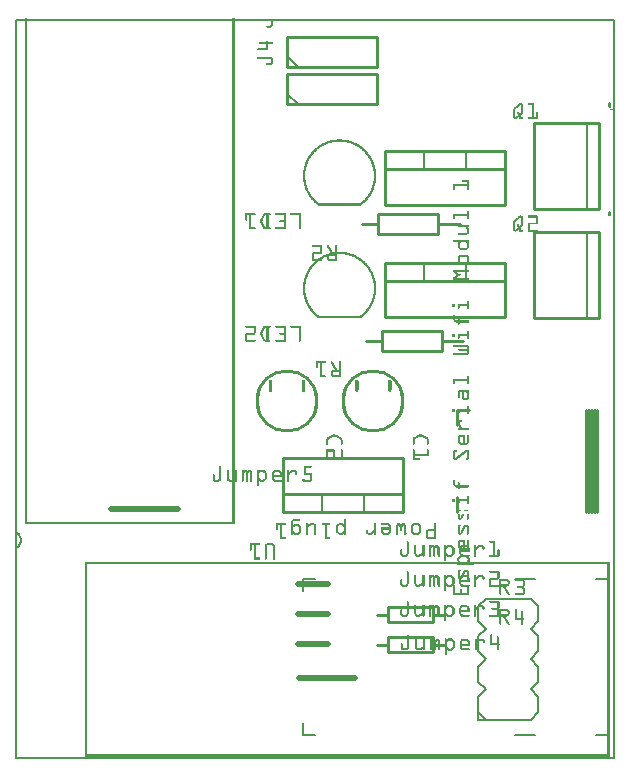
<source format=gto>
G04 MADE WITH FRITZING*
G04 WWW.FRITZING.ORG*
G04 SINGLE SIDED*
G04 HOLES NOT PLATED*
G04 CONTOUR ON CENTER OF CONTOUR VECTOR*
%ASAXBY*%
%FSLAX23Y23*%
%MOIN*%
%OFA0B0*%
%SFA1.0B1.0*%
%ADD10C,0.210000X0.19*%
%ADD11R,2.001240X2.470410X1.985240X2.454410*%
%ADD12C,0.008000*%
%ADD13C,0.010000*%
%ADD14C,0.005000*%
%ADD15C,0.008051*%
%ADD16C,0.021000*%
%ADD17R,0.001000X0.001000*%
%LNSILK1*%
G90*
G70*
G54D10*
X1194Y1196D03*
X907Y1196D03*
G54D12*
X4Y2466D02*
X1997Y2466D01*
X1997Y4D01*
X4Y4D01*
X4Y2466D01*
D02*
G54D13*
X1232Y2029D02*
X1632Y2029D01*
D02*
X1632Y2029D02*
X1632Y1849D01*
D02*
X1632Y1849D02*
X1232Y1849D01*
D02*
X1232Y1849D02*
X1232Y2029D01*
D02*
X1232Y2029D02*
X1632Y2029D01*
D02*
X1632Y2029D02*
X1632Y1969D01*
D02*
X1632Y1969D02*
X1232Y1969D01*
D02*
X1232Y1969D02*
X1232Y2029D01*
G54D14*
D02*
X1362Y2029D02*
X1362Y1969D01*
D02*
X1502Y2029D02*
X1502Y1969D01*
G54D13*
D02*
X1232Y1654D02*
X1632Y1654D01*
D02*
X1632Y1654D02*
X1632Y1474D01*
D02*
X1632Y1474D02*
X1232Y1474D01*
D02*
X1232Y1474D02*
X1232Y1654D01*
D02*
X1232Y1654D02*
X1632Y1654D01*
D02*
X1632Y1654D02*
X1632Y1594D01*
D02*
X1632Y1594D02*
X1232Y1594D01*
D02*
X1232Y1594D02*
X1232Y1654D01*
G54D14*
D02*
X1362Y1654D02*
X1362Y1594D01*
D02*
X1502Y1654D02*
X1502Y1594D01*
G54D13*
D02*
X1294Y826D02*
X894Y826D01*
D02*
X894Y826D02*
X894Y1006D01*
D02*
X894Y1006D02*
X1294Y1006D01*
D02*
X1294Y1006D02*
X1294Y826D01*
D02*
X1294Y826D02*
X894Y826D01*
D02*
X894Y826D02*
X894Y886D01*
D02*
X894Y886D02*
X1294Y886D01*
D02*
X1294Y886D02*
X1294Y826D01*
G54D14*
D02*
X1164Y826D02*
X1164Y886D01*
D02*
X1024Y826D02*
X1024Y886D01*
G54D13*
D02*
X1474Y824D02*
X1474Y874D01*
D02*
X1514Y1164D02*
X1474Y1164D01*
D02*
X1474Y1164D02*
X1474Y1114D01*
D02*
X1904Y1164D02*
X1904Y824D01*
D02*
X1909Y1164D02*
X1909Y824D01*
D02*
X1914Y1164D02*
X1914Y824D01*
D02*
X1919Y1164D02*
X1919Y824D01*
D02*
X1924Y1164D02*
X1924Y824D01*
D02*
X1929Y1164D02*
X1929Y824D01*
D02*
X1934Y1164D02*
X1934Y824D01*
D02*
X1939Y1164D02*
X1939Y824D01*
G54D12*
D02*
X1666Y83D02*
X1733Y83D01*
D02*
X1666Y603D02*
X1733Y603D01*
D02*
X961Y83D02*
X961Y123D01*
D02*
X961Y83D02*
X1000Y83D01*
D02*
X961Y603D02*
X961Y563D01*
D02*
X961Y603D02*
X1000Y603D01*
D02*
X1977Y603D02*
X1977Y563D01*
D02*
X1977Y603D02*
X1937Y603D01*
D02*
X1977Y83D02*
X1977Y123D01*
D02*
X1977Y83D02*
X1937Y83D01*
G54D13*
D02*
X1731Y2120D02*
X1731Y1834D01*
D02*
X1731Y1834D02*
X1947Y1834D01*
D02*
X1947Y1834D02*
X1947Y2120D01*
D02*
X1947Y2120D02*
X1731Y2120D01*
G54D14*
D02*
X1907Y1834D02*
X1907Y2120D01*
G54D13*
D02*
X1731Y1757D02*
X1731Y1472D01*
D02*
X1731Y1472D02*
X1947Y1472D01*
D02*
X1947Y1472D02*
X1947Y1757D01*
D02*
X1947Y1757D02*
X1731Y1757D01*
G54D14*
D02*
X1907Y1472D02*
X1907Y1757D01*
G54D13*
D02*
X1494Y1396D02*
X1422Y1396D01*
D02*
X1222Y1396D02*
X1169Y1396D01*
D02*
X1422Y1363D02*
X1222Y1363D01*
D02*
X1222Y1363D02*
X1222Y1429D01*
D02*
X1222Y1429D02*
X1422Y1429D01*
D02*
X1422Y1429D02*
X1422Y1363D01*
D02*
X1482Y1784D02*
X1410Y1784D01*
D02*
X1210Y1784D02*
X1157Y1784D01*
D02*
X1410Y1751D02*
X1210Y1751D01*
D02*
X1210Y1751D02*
X1210Y1817D01*
D02*
X1210Y1817D02*
X1410Y1817D01*
D02*
X1410Y1817D02*
X1410Y1751D01*
G54D15*
D02*
X1719Y133D02*
X1744Y158D01*
D02*
X1744Y209D02*
X1719Y234D01*
D02*
X1719Y234D02*
X1744Y259D01*
D02*
X1744Y309D02*
X1719Y334D01*
D02*
X1719Y334D02*
X1744Y360D01*
D02*
X1744Y410D02*
X1719Y435D01*
D02*
X1719Y133D02*
X1569Y133D01*
D02*
X1569Y133D02*
X1544Y158D01*
D02*
X1544Y158D02*
X1544Y209D01*
D02*
X1544Y209D02*
X1569Y234D01*
D02*
X1569Y234D02*
X1544Y259D01*
D02*
X1544Y259D02*
X1544Y309D01*
D02*
X1544Y309D02*
X1569Y334D01*
D02*
X1569Y334D02*
X1544Y360D01*
D02*
X1544Y360D02*
X1544Y410D01*
D02*
X1544Y410D02*
X1569Y435D01*
D02*
X1744Y360D02*
X1744Y410D01*
D02*
X1744Y259D02*
X1744Y309D01*
D02*
X1744Y158D02*
X1744Y209D01*
D02*
X1744Y511D02*
X1719Y536D01*
D02*
X1544Y460D02*
X1544Y511D01*
D02*
X1544Y511D02*
X1569Y536D01*
D02*
X1569Y536D02*
X1719Y536D01*
D02*
X1744Y460D02*
X1744Y511D01*
D02*
X1569Y435D02*
X1544Y460D01*
D02*
X1719Y435D02*
X1744Y460D01*
G54D16*
D02*
X944Y584D02*
X1044Y584D01*
D02*
X944Y484D02*
X1044Y484D01*
D02*
X944Y384D02*
X1044Y384D01*
D02*
X946Y271D02*
X1132Y271D01*
D02*
X544Y834D02*
X319Y834D01*
G54D13*
D02*
X1207Y483D02*
X1244Y483D01*
D02*
X1394Y483D02*
X1432Y483D01*
D02*
X1244Y508D02*
X1394Y508D01*
D02*
X1394Y508D02*
X1394Y458D01*
D02*
X1394Y458D02*
X1244Y458D01*
D02*
X1244Y458D02*
X1244Y508D01*
D02*
X1207Y383D02*
X1244Y383D01*
D02*
X1394Y383D02*
X1432Y383D01*
D02*
X1244Y408D02*
X1394Y408D01*
D02*
X1394Y408D02*
X1394Y358D01*
D02*
X1394Y358D02*
X1244Y358D01*
D02*
X1244Y358D02*
X1244Y408D01*
D02*
X907Y2309D02*
X1207Y2309D01*
D02*
X1207Y2309D02*
X1207Y2409D01*
D02*
X1207Y2409D02*
X907Y2409D01*
D02*
X907Y2409D02*
X907Y2309D01*
G54D14*
D02*
X942Y2309D02*
X907Y2344D01*
G54D13*
D02*
X907Y2184D02*
X1207Y2184D01*
D02*
X1207Y2184D02*
X1207Y2284D01*
D02*
X1207Y2284D02*
X907Y2284D01*
D02*
X907Y2284D02*
X907Y2184D01*
G54D14*
D02*
X942Y2184D02*
X907Y2219D01*
G54D15*
X1569Y133D02*
X1544Y158D01*
X1544Y133D01*
X1569Y133D01*
D02*
G54D17*
X32Y2470D02*
X39Y2470D01*
X724Y2470D02*
X731Y2470D01*
X32Y2469D02*
X39Y2469D01*
X724Y2469D02*
X731Y2469D01*
X32Y2468D02*
X39Y2468D01*
X724Y2468D02*
X731Y2468D01*
X32Y2467D02*
X39Y2467D01*
X724Y2467D02*
X731Y2467D01*
X809Y2467D02*
X853Y2467D01*
X32Y2466D02*
X39Y2466D01*
X724Y2466D02*
X731Y2466D01*
X808Y2466D02*
X855Y2466D01*
X32Y2465D02*
X39Y2465D01*
X724Y2465D02*
X731Y2465D01*
X807Y2465D02*
X856Y2465D01*
X32Y2464D02*
X39Y2464D01*
X724Y2464D02*
X731Y2464D01*
X807Y2464D02*
X857Y2464D01*
X32Y2463D02*
X39Y2463D01*
X724Y2463D02*
X731Y2463D01*
X807Y2463D02*
X858Y2463D01*
X32Y2462D02*
X39Y2462D01*
X724Y2462D02*
X731Y2462D01*
X808Y2462D02*
X859Y2462D01*
X32Y2461D02*
X39Y2461D01*
X724Y2461D02*
X731Y2461D01*
X809Y2461D02*
X859Y2461D01*
X32Y2460D02*
X39Y2460D01*
X724Y2460D02*
X731Y2460D01*
X852Y2460D02*
X860Y2460D01*
X32Y2459D02*
X39Y2459D01*
X724Y2459D02*
X731Y2459D01*
X853Y2459D02*
X860Y2459D01*
X32Y2458D02*
X39Y2458D01*
X724Y2458D02*
X731Y2458D01*
X854Y2458D02*
X860Y2458D01*
X32Y2457D02*
X39Y2457D01*
X724Y2457D02*
X731Y2457D01*
X854Y2457D02*
X860Y2457D01*
X32Y2456D02*
X39Y2456D01*
X724Y2456D02*
X731Y2456D01*
X854Y2456D02*
X860Y2456D01*
X32Y2455D02*
X39Y2455D01*
X724Y2455D02*
X731Y2455D01*
X854Y2455D02*
X860Y2455D01*
X32Y2454D02*
X39Y2454D01*
X724Y2454D02*
X731Y2454D01*
X854Y2454D02*
X860Y2454D01*
X32Y2453D02*
X39Y2453D01*
X724Y2453D02*
X731Y2453D01*
X854Y2453D02*
X860Y2453D01*
X32Y2452D02*
X39Y2452D01*
X724Y2452D02*
X731Y2452D01*
X854Y2452D02*
X860Y2452D01*
X32Y2451D02*
X39Y2451D01*
X724Y2451D02*
X731Y2451D01*
X854Y2451D02*
X860Y2451D01*
X32Y2450D02*
X39Y2450D01*
X724Y2450D02*
X731Y2450D01*
X854Y2450D02*
X860Y2450D01*
X32Y2449D02*
X39Y2449D01*
X724Y2449D02*
X731Y2449D01*
X854Y2449D02*
X860Y2449D01*
X32Y2448D02*
X39Y2448D01*
X724Y2448D02*
X731Y2448D01*
X853Y2448D02*
X860Y2448D01*
X32Y2447D02*
X39Y2447D01*
X724Y2447D02*
X731Y2447D01*
X851Y2447D02*
X859Y2447D01*
X32Y2446D02*
X39Y2446D01*
X724Y2446D02*
X731Y2446D01*
X838Y2446D02*
X859Y2446D01*
X32Y2445D02*
X39Y2445D01*
X724Y2445D02*
X731Y2445D01*
X837Y2445D02*
X858Y2445D01*
X32Y2444D02*
X39Y2444D01*
X724Y2444D02*
X731Y2444D01*
X836Y2444D02*
X858Y2444D01*
X32Y2443D02*
X39Y2443D01*
X724Y2443D02*
X731Y2443D01*
X836Y2443D02*
X857Y2443D01*
X32Y2442D02*
X39Y2442D01*
X724Y2442D02*
X731Y2442D01*
X837Y2442D02*
X856Y2442D01*
X32Y2441D02*
X39Y2441D01*
X724Y2441D02*
X731Y2441D01*
X837Y2441D02*
X854Y2441D01*
X32Y2440D02*
X39Y2440D01*
X724Y2440D02*
X731Y2440D01*
X839Y2440D02*
X851Y2440D01*
X32Y2439D02*
X39Y2439D01*
X724Y2439D02*
X731Y2439D01*
X32Y2438D02*
X39Y2438D01*
X724Y2438D02*
X731Y2438D01*
X32Y2437D02*
X39Y2437D01*
X724Y2437D02*
X731Y2437D01*
X32Y2436D02*
X39Y2436D01*
X724Y2436D02*
X731Y2436D01*
X32Y2435D02*
X39Y2435D01*
X724Y2435D02*
X731Y2435D01*
X32Y2434D02*
X39Y2434D01*
X724Y2434D02*
X731Y2434D01*
X32Y2433D02*
X39Y2433D01*
X724Y2433D02*
X731Y2433D01*
X32Y2432D02*
X39Y2432D01*
X724Y2432D02*
X731Y2432D01*
X32Y2431D02*
X39Y2431D01*
X724Y2431D02*
X731Y2431D01*
X32Y2430D02*
X39Y2430D01*
X724Y2430D02*
X731Y2430D01*
X32Y2429D02*
X39Y2429D01*
X724Y2429D02*
X731Y2429D01*
X32Y2428D02*
X39Y2428D01*
X724Y2428D02*
X731Y2428D01*
X32Y2427D02*
X39Y2427D01*
X724Y2427D02*
X731Y2427D01*
X32Y2426D02*
X39Y2426D01*
X724Y2426D02*
X731Y2426D01*
X32Y2425D02*
X39Y2425D01*
X724Y2425D02*
X731Y2425D01*
X32Y2424D02*
X39Y2424D01*
X724Y2424D02*
X731Y2424D01*
X32Y2423D02*
X39Y2423D01*
X724Y2423D02*
X731Y2423D01*
X32Y2422D02*
X39Y2422D01*
X724Y2422D02*
X731Y2422D01*
X32Y2421D02*
X39Y2421D01*
X724Y2421D02*
X731Y2421D01*
X32Y2420D02*
X39Y2420D01*
X724Y2420D02*
X731Y2420D01*
X32Y2419D02*
X39Y2419D01*
X724Y2419D02*
X731Y2419D01*
X32Y2418D02*
X39Y2418D01*
X724Y2418D02*
X731Y2418D01*
X32Y2417D02*
X39Y2417D01*
X724Y2417D02*
X731Y2417D01*
X32Y2416D02*
X39Y2416D01*
X724Y2416D02*
X731Y2416D01*
X32Y2415D02*
X39Y2415D01*
X724Y2415D02*
X731Y2415D01*
X32Y2414D02*
X39Y2414D01*
X724Y2414D02*
X731Y2414D01*
X32Y2413D02*
X39Y2413D01*
X724Y2413D02*
X731Y2413D01*
X32Y2412D02*
X39Y2412D01*
X724Y2412D02*
X731Y2412D01*
X32Y2411D02*
X39Y2411D01*
X724Y2411D02*
X731Y2411D01*
X32Y2410D02*
X39Y2410D01*
X724Y2410D02*
X731Y2410D01*
X32Y2409D02*
X39Y2409D01*
X724Y2409D02*
X731Y2409D01*
X32Y2408D02*
X39Y2408D01*
X724Y2408D02*
X731Y2408D01*
X32Y2407D02*
X39Y2407D01*
X724Y2407D02*
X731Y2407D01*
X32Y2406D02*
X39Y2406D01*
X724Y2406D02*
X731Y2406D01*
X32Y2405D02*
X39Y2405D01*
X724Y2405D02*
X731Y2405D01*
X32Y2404D02*
X39Y2404D01*
X724Y2404D02*
X731Y2404D01*
X32Y2403D02*
X39Y2403D01*
X724Y2403D02*
X731Y2403D01*
X32Y2402D02*
X39Y2402D01*
X724Y2402D02*
X731Y2402D01*
X32Y2401D02*
X39Y2401D01*
X724Y2401D02*
X731Y2401D01*
X32Y2400D02*
X39Y2400D01*
X724Y2400D02*
X731Y2400D01*
X32Y2399D02*
X39Y2399D01*
X724Y2399D02*
X731Y2399D01*
X32Y2398D02*
X39Y2398D01*
X724Y2398D02*
X731Y2398D01*
X32Y2397D02*
X39Y2397D01*
X724Y2397D02*
X731Y2397D01*
X32Y2396D02*
X39Y2396D01*
X724Y2396D02*
X731Y2396D01*
X32Y2395D02*
X39Y2395D01*
X724Y2395D02*
X731Y2395D01*
X32Y2394D02*
X39Y2394D01*
X724Y2394D02*
X731Y2394D01*
X839Y2394D02*
X840Y2394D01*
X32Y2393D02*
X39Y2393D01*
X724Y2393D02*
X731Y2393D01*
X837Y2393D02*
X841Y2393D01*
X32Y2392D02*
X39Y2392D01*
X724Y2392D02*
X731Y2392D01*
X837Y2392D02*
X842Y2392D01*
X32Y2391D02*
X39Y2391D01*
X724Y2391D02*
X731Y2391D01*
X836Y2391D02*
X842Y2391D01*
X32Y2390D02*
X39Y2390D01*
X724Y2390D02*
X731Y2390D01*
X814Y2390D02*
X859Y2390D01*
X32Y2389D02*
X39Y2389D01*
X724Y2389D02*
X731Y2389D01*
X813Y2389D02*
X860Y2389D01*
X32Y2388D02*
X39Y2388D01*
X724Y2388D02*
X731Y2388D01*
X813Y2388D02*
X860Y2388D01*
X32Y2387D02*
X39Y2387D01*
X724Y2387D02*
X731Y2387D01*
X813Y2387D02*
X860Y2387D01*
X32Y2386D02*
X39Y2386D01*
X724Y2386D02*
X731Y2386D01*
X813Y2386D02*
X860Y2386D01*
X32Y2385D02*
X39Y2385D01*
X724Y2385D02*
X731Y2385D01*
X814Y2385D02*
X859Y2385D01*
X32Y2384D02*
X39Y2384D01*
X724Y2384D02*
X731Y2384D01*
X815Y2384D02*
X857Y2384D01*
X32Y2383D02*
X39Y2383D01*
X724Y2383D02*
X731Y2383D01*
X836Y2383D02*
X842Y2383D01*
X32Y2382D02*
X39Y2382D01*
X724Y2382D02*
X731Y2382D01*
X836Y2382D02*
X842Y2382D01*
X32Y2381D02*
X39Y2381D01*
X724Y2381D02*
X731Y2381D01*
X836Y2381D02*
X842Y2381D01*
X32Y2380D02*
X39Y2380D01*
X724Y2380D02*
X731Y2380D01*
X836Y2380D02*
X842Y2380D01*
X32Y2379D02*
X39Y2379D01*
X724Y2379D02*
X731Y2379D01*
X836Y2379D02*
X842Y2379D01*
X32Y2378D02*
X39Y2378D01*
X724Y2378D02*
X731Y2378D01*
X836Y2378D02*
X842Y2378D01*
X32Y2377D02*
X39Y2377D01*
X724Y2377D02*
X731Y2377D01*
X836Y2377D02*
X842Y2377D01*
X32Y2376D02*
X39Y2376D01*
X724Y2376D02*
X731Y2376D01*
X836Y2376D02*
X842Y2376D01*
X32Y2375D02*
X39Y2375D01*
X724Y2375D02*
X731Y2375D01*
X836Y2375D02*
X842Y2375D01*
X32Y2374D02*
X39Y2374D01*
X724Y2374D02*
X731Y2374D01*
X836Y2374D02*
X842Y2374D01*
X32Y2373D02*
X39Y2373D01*
X724Y2373D02*
X731Y2373D01*
X836Y2373D02*
X842Y2373D01*
X32Y2372D02*
X39Y2372D01*
X724Y2372D02*
X731Y2372D01*
X836Y2372D02*
X842Y2372D01*
X32Y2371D02*
X39Y2371D01*
X724Y2371D02*
X731Y2371D01*
X836Y2371D02*
X842Y2371D01*
X32Y2370D02*
X39Y2370D01*
X724Y2370D02*
X731Y2370D01*
X810Y2370D02*
X842Y2370D01*
X32Y2369D02*
X39Y2369D01*
X724Y2369D02*
X731Y2369D01*
X808Y2369D02*
X842Y2369D01*
X32Y2368D02*
X39Y2368D01*
X724Y2368D02*
X731Y2368D01*
X807Y2368D02*
X842Y2368D01*
X32Y2367D02*
X39Y2367D01*
X724Y2367D02*
X731Y2367D01*
X807Y2367D02*
X842Y2367D01*
X32Y2366D02*
X39Y2366D01*
X724Y2366D02*
X731Y2366D01*
X807Y2366D02*
X842Y2366D01*
X32Y2365D02*
X39Y2365D01*
X724Y2365D02*
X731Y2365D01*
X807Y2365D02*
X842Y2365D01*
X32Y2364D02*
X39Y2364D01*
X724Y2364D02*
X731Y2364D01*
X808Y2364D02*
X842Y2364D01*
X32Y2363D02*
X39Y2363D01*
X724Y2363D02*
X731Y2363D01*
X32Y2362D02*
X39Y2362D01*
X724Y2362D02*
X731Y2362D01*
X32Y2361D02*
X39Y2361D01*
X724Y2361D02*
X731Y2361D01*
X32Y2360D02*
X39Y2360D01*
X724Y2360D02*
X731Y2360D01*
X32Y2359D02*
X39Y2359D01*
X724Y2359D02*
X731Y2359D01*
X32Y2358D02*
X39Y2358D01*
X724Y2358D02*
X731Y2358D01*
X32Y2357D02*
X39Y2357D01*
X724Y2357D02*
X731Y2357D01*
X32Y2356D02*
X39Y2356D01*
X724Y2356D02*
X731Y2356D01*
X32Y2355D02*
X39Y2355D01*
X724Y2355D02*
X731Y2355D01*
X32Y2354D02*
X39Y2354D01*
X724Y2354D02*
X731Y2354D01*
X32Y2353D02*
X39Y2353D01*
X724Y2353D02*
X731Y2353D01*
X32Y2352D02*
X39Y2352D01*
X724Y2352D02*
X731Y2352D01*
X32Y2351D02*
X39Y2351D01*
X724Y2351D02*
X731Y2351D01*
X32Y2350D02*
X39Y2350D01*
X724Y2350D02*
X731Y2350D01*
X32Y2349D02*
X39Y2349D01*
X724Y2349D02*
X731Y2349D01*
X32Y2348D02*
X39Y2348D01*
X724Y2348D02*
X731Y2348D01*
X32Y2347D02*
X39Y2347D01*
X724Y2347D02*
X731Y2347D01*
X32Y2346D02*
X39Y2346D01*
X724Y2346D02*
X731Y2346D01*
X32Y2345D02*
X39Y2345D01*
X724Y2345D02*
X731Y2345D01*
X32Y2344D02*
X39Y2344D01*
X724Y2344D02*
X731Y2344D01*
X32Y2343D02*
X39Y2343D01*
X724Y2343D02*
X731Y2343D01*
X32Y2342D02*
X39Y2342D01*
X724Y2342D02*
X731Y2342D01*
X809Y2342D02*
X853Y2342D01*
X32Y2341D02*
X39Y2341D01*
X724Y2341D02*
X731Y2341D01*
X808Y2341D02*
X855Y2341D01*
X32Y2340D02*
X39Y2340D01*
X724Y2340D02*
X731Y2340D01*
X807Y2340D02*
X856Y2340D01*
X32Y2339D02*
X39Y2339D01*
X724Y2339D02*
X731Y2339D01*
X807Y2339D02*
X857Y2339D01*
X32Y2338D02*
X39Y2338D01*
X724Y2338D02*
X731Y2338D01*
X807Y2338D02*
X858Y2338D01*
X32Y2337D02*
X39Y2337D01*
X724Y2337D02*
X731Y2337D01*
X808Y2337D02*
X859Y2337D01*
X32Y2336D02*
X39Y2336D01*
X724Y2336D02*
X731Y2336D01*
X809Y2336D02*
X859Y2336D01*
X32Y2335D02*
X39Y2335D01*
X724Y2335D02*
X731Y2335D01*
X852Y2335D02*
X860Y2335D01*
X32Y2334D02*
X39Y2334D01*
X724Y2334D02*
X731Y2334D01*
X853Y2334D02*
X860Y2334D01*
X32Y2333D02*
X39Y2333D01*
X724Y2333D02*
X731Y2333D01*
X854Y2333D02*
X860Y2333D01*
X32Y2332D02*
X39Y2332D01*
X724Y2332D02*
X731Y2332D01*
X854Y2332D02*
X860Y2332D01*
X32Y2331D02*
X39Y2331D01*
X724Y2331D02*
X731Y2331D01*
X854Y2331D02*
X860Y2331D01*
X32Y2330D02*
X39Y2330D01*
X724Y2330D02*
X731Y2330D01*
X854Y2330D02*
X860Y2330D01*
X32Y2329D02*
X39Y2329D01*
X724Y2329D02*
X731Y2329D01*
X854Y2329D02*
X860Y2329D01*
X32Y2328D02*
X39Y2328D01*
X724Y2328D02*
X731Y2328D01*
X854Y2328D02*
X860Y2328D01*
X32Y2327D02*
X39Y2327D01*
X724Y2327D02*
X731Y2327D01*
X854Y2327D02*
X860Y2327D01*
X32Y2326D02*
X39Y2326D01*
X724Y2326D02*
X731Y2326D01*
X854Y2326D02*
X860Y2326D01*
X32Y2325D02*
X39Y2325D01*
X724Y2325D02*
X731Y2325D01*
X854Y2325D02*
X860Y2325D01*
X32Y2324D02*
X39Y2324D01*
X724Y2324D02*
X731Y2324D01*
X854Y2324D02*
X860Y2324D01*
X32Y2323D02*
X39Y2323D01*
X724Y2323D02*
X731Y2323D01*
X853Y2323D02*
X860Y2323D01*
X32Y2322D02*
X39Y2322D01*
X724Y2322D02*
X731Y2322D01*
X851Y2322D02*
X859Y2322D01*
X32Y2321D02*
X39Y2321D01*
X724Y2321D02*
X731Y2321D01*
X838Y2321D02*
X859Y2321D01*
X32Y2320D02*
X39Y2320D01*
X724Y2320D02*
X731Y2320D01*
X837Y2320D02*
X858Y2320D01*
X32Y2319D02*
X39Y2319D01*
X724Y2319D02*
X731Y2319D01*
X836Y2319D02*
X858Y2319D01*
X32Y2318D02*
X39Y2318D01*
X724Y2318D02*
X731Y2318D01*
X836Y2318D02*
X857Y2318D01*
X32Y2317D02*
X39Y2317D01*
X724Y2317D02*
X731Y2317D01*
X837Y2317D02*
X856Y2317D01*
X32Y2316D02*
X39Y2316D01*
X724Y2316D02*
X731Y2316D01*
X837Y2316D02*
X854Y2316D01*
X32Y2315D02*
X39Y2315D01*
X724Y2315D02*
X731Y2315D01*
X839Y2315D02*
X851Y2315D01*
X32Y2314D02*
X39Y2314D01*
X724Y2314D02*
X731Y2314D01*
X32Y2313D02*
X39Y2313D01*
X724Y2313D02*
X731Y2313D01*
X32Y2312D02*
X39Y2312D01*
X724Y2312D02*
X731Y2312D01*
X32Y2311D02*
X39Y2311D01*
X724Y2311D02*
X731Y2311D01*
X32Y2310D02*
X39Y2310D01*
X724Y2310D02*
X731Y2310D01*
X32Y2309D02*
X39Y2309D01*
X724Y2309D02*
X731Y2309D01*
X32Y2308D02*
X39Y2308D01*
X724Y2308D02*
X731Y2308D01*
X32Y2307D02*
X39Y2307D01*
X724Y2307D02*
X731Y2307D01*
X32Y2306D02*
X39Y2306D01*
X724Y2306D02*
X731Y2306D01*
X32Y2305D02*
X39Y2305D01*
X724Y2305D02*
X731Y2305D01*
X32Y2304D02*
X39Y2304D01*
X724Y2304D02*
X731Y2304D01*
X32Y2303D02*
X39Y2303D01*
X724Y2303D02*
X731Y2303D01*
X32Y2302D02*
X39Y2302D01*
X724Y2302D02*
X731Y2302D01*
X32Y2301D02*
X39Y2301D01*
X724Y2301D02*
X731Y2301D01*
X32Y2300D02*
X39Y2300D01*
X724Y2300D02*
X731Y2300D01*
X32Y2299D02*
X39Y2299D01*
X724Y2299D02*
X731Y2299D01*
X32Y2298D02*
X39Y2298D01*
X724Y2298D02*
X731Y2298D01*
X32Y2297D02*
X39Y2297D01*
X724Y2297D02*
X731Y2297D01*
X32Y2296D02*
X39Y2296D01*
X724Y2296D02*
X731Y2296D01*
X32Y2295D02*
X39Y2295D01*
X724Y2295D02*
X731Y2295D01*
X32Y2294D02*
X39Y2294D01*
X724Y2294D02*
X731Y2294D01*
X32Y2293D02*
X39Y2293D01*
X724Y2293D02*
X731Y2293D01*
X32Y2292D02*
X39Y2292D01*
X724Y2292D02*
X731Y2292D01*
X32Y2291D02*
X39Y2291D01*
X724Y2291D02*
X731Y2291D01*
X32Y2290D02*
X39Y2290D01*
X724Y2290D02*
X731Y2290D01*
X32Y2289D02*
X39Y2289D01*
X724Y2289D02*
X731Y2289D01*
X32Y2288D02*
X39Y2288D01*
X724Y2288D02*
X731Y2288D01*
X32Y2287D02*
X39Y2287D01*
X724Y2287D02*
X731Y2287D01*
X32Y2286D02*
X39Y2286D01*
X724Y2286D02*
X731Y2286D01*
X32Y2285D02*
X39Y2285D01*
X724Y2285D02*
X731Y2285D01*
X32Y2284D02*
X39Y2284D01*
X724Y2284D02*
X731Y2284D01*
X32Y2283D02*
X39Y2283D01*
X724Y2283D02*
X731Y2283D01*
X32Y2282D02*
X39Y2282D01*
X724Y2282D02*
X731Y2282D01*
X32Y2281D02*
X39Y2281D01*
X724Y2281D02*
X731Y2281D01*
X32Y2280D02*
X39Y2280D01*
X724Y2280D02*
X731Y2280D01*
X32Y2279D02*
X39Y2279D01*
X724Y2279D02*
X731Y2279D01*
X32Y2278D02*
X39Y2278D01*
X724Y2278D02*
X731Y2278D01*
X32Y2277D02*
X39Y2277D01*
X724Y2277D02*
X731Y2277D01*
X32Y2276D02*
X39Y2276D01*
X724Y2276D02*
X731Y2276D01*
X32Y2275D02*
X39Y2275D01*
X724Y2275D02*
X731Y2275D01*
X32Y2274D02*
X39Y2274D01*
X724Y2274D02*
X731Y2274D01*
X32Y2273D02*
X39Y2273D01*
X724Y2273D02*
X731Y2273D01*
X32Y2272D02*
X39Y2272D01*
X724Y2272D02*
X731Y2272D01*
X32Y2271D02*
X39Y2271D01*
X724Y2271D02*
X731Y2271D01*
X32Y2270D02*
X39Y2270D01*
X724Y2270D02*
X731Y2270D01*
X32Y2269D02*
X39Y2269D01*
X724Y2269D02*
X731Y2269D01*
X32Y2268D02*
X39Y2268D01*
X724Y2268D02*
X731Y2268D01*
X32Y2267D02*
X39Y2267D01*
X724Y2267D02*
X731Y2267D01*
X32Y2266D02*
X39Y2266D01*
X724Y2266D02*
X731Y2266D01*
X32Y2265D02*
X39Y2265D01*
X724Y2265D02*
X731Y2265D01*
X32Y2264D02*
X39Y2264D01*
X724Y2264D02*
X731Y2264D01*
X32Y2263D02*
X39Y2263D01*
X724Y2263D02*
X731Y2263D01*
X32Y2262D02*
X39Y2262D01*
X724Y2262D02*
X731Y2262D01*
X32Y2261D02*
X39Y2261D01*
X724Y2261D02*
X731Y2261D01*
X32Y2260D02*
X39Y2260D01*
X724Y2260D02*
X731Y2260D01*
X32Y2259D02*
X39Y2259D01*
X724Y2259D02*
X731Y2259D01*
X32Y2258D02*
X39Y2258D01*
X724Y2258D02*
X731Y2258D01*
X32Y2257D02*
X39Y2257D01*
X724Y2257D02*
X731Y2257D01*
X32Y2256D02*
X39Y2256D01*
X724Y2256D02*
X731Y2256D01*
X32Y2255D02*
X39Y2255D01*
X724Y2255D02*
X731Y2255D01*
X32Y2254D02*
X39Y2254D01*
X724Y2254D02*
X731Y2254D01*
X32Y2253D02*
X39Y2253D01*
X724Y2253D02*
X731Y2253D01*
X32Y2252D02*
X39Y2252D01*
X724Y2252D02*
X731Y2252D01*
X32Y2251D02*
X39Y2251D01*
X724Y2251D02*
X731Y2251D01*
X32Y2250D02*
X39Y2250D01*
X724Y2250D02*
X731Y2250D01*
X32Y2249D02*
X39Y2249D01*
X724Y2249D02*
X731Y2249D01*
X32Y2248D02*
X39Y2248D01*
X724Y2248D02*
X731Y2248D01*
X32Y2247D02*
X39Y2247D01*
X724Y2247D02*
X731Y2247D01*
X32Y2246D02*
X39Y2246D01*
X724Y2246D02*
X731Y2246D01*
X32Y2245D02*
X39Y2245D01*
X724Y2245D02*
X731Y2245D01*
X32Y2244D02*
X39Y2244D01*
X724Y2244D02*
X731Y2244D01*
X32Y2243D02*
X39Y2243D01*
X724Y2243D02*
X731Y2243D01*
X32Y2242D02*
X39Y2242D01*
X724Y2242D02*
X731Y2242D01*
X32Y2241D02*
X39Y2241D01*
X724Y2241D02*
X731Y2241D01*
X32Y2240D02*
X39Y2240D01*
X724Y2240D02*
X731Y2240D01*
X32Y2239D02*
X39Y2239D01*
X724Y2239D02*
X731Y2239D01*
X32Y2238D02*
X39Y2238D01*
X724Y2238D02*
X731Y2238D01*
X32Y2237D02*
X39Y2237D01*
X724Y2237D02*
X731Y2237D01*
X32Y2236D02*
X39Y2236D01*
X724Y2236D02*
X731Y2236D01*
X32Y2235D02*
X39Y2235D01*
X724Y2235D02*
X731Y2235D01*
X32Y2234D02*
X39Y2234D01*
X724Y2234D02*
X731Y2234D01*
X32Y2233D02*
X39Y2233D01*
X724Y2233D02*
X731Y2233D01*
X32Y2232D02*
X39Y2232D01*
X724Y2232D02*
X731Y2232D01*
X32Y2231D02*
X39Y2231D01*
X724Y2231D02*
X731Y2231D01*
X32Y2230D02*
X39Y2230D01*
X724Y2230D02*
X731Y2230D01*
X32Y2229D02*
X39Y2229D01*
X724Y2229D02*
X731Y2229D01*
X32Y2228D02*
X39Y2228D01*
X724Y2228D02*
X731Y2228D01*
X32Y2227D02*
X39Y2227D01*
X724Y2227D02*
X731Y2227D01*
X32Y2226D02*
X39Y2226D01*
X724Y2226D02*
X731Y2226D01*
X32Y2225D02*
X39Y2225D01*
X724Y2225D02*
X731Y2225D01*
X32Y2224D02*
X39Y2224D01*
X724Y2224D02*
X731Y2224D01*
X32Y2223D02*
X39Y2223D01*
X724Y2223D02*
X731Y2223D01*
X32Y2222D02*
X39Y2222D01*
X724Y2222D02*
X731Y2222D01*
X32Y2221D02*
X39Y2221D01*
X724Y2221D02*
X731Y2221D01*
X32Y2220D02*
X39Y2220D01*
X724Y2220D02*
X731Y2220D01*
X32Y2219D02*
X39Y2219D01*
X724Y2219D02*
X731Y2219D01*
X32Y2218D02*
X39Y2218D01*
X724Y2218D02*
X731Y2218D01*
X32Y2217D02*
X39Y2217D01*
X724Y2217D02*
X731Y2217D01*
X32Y2216D02*
X39Y2216D01*
X724Y2216D02*
X731Y2216D01*
X32Y2215D02*
X39Y2215D01*
X724Y2215D02*
X731Y2215D01*
X32Y2214D02*
X39Y2214D01*
X724Y2214D02*
X731Y2214D01*
X32Y2213D02*
X39Y2213D01*
X724Y2213D02*
X731Y2213D01*
X32Y2212D02*
X39Y2212D01*
X724Y2212D02*
X731Y2212D01*
X32Y2211D02*
X39Y2211D01*
X724Y2211D02*
X731Y2211D01*
X32Y2210D02*
X39Y2210D01*
X724Y2210D02*
X731Y2210D01*
X32Y2209D02*
X39Y2209D01*
X724Y2209D02*
X731Y2209D01*
X32Y2208D02*
X39Y2208D01*
X724Y2208D02*
X731Y2208D01*
X32Y2207D02*
X39Y2207D01*
X724Y2207D02*
X731Y2207D01*
X32Y2206D02*
X39Y2206D01*
X724Y2206D02*
X731Y2206D01*
X32Y2205D02*
X39Y2205D01*
X724Y2205D02*
X731Y2205D01*
X32Y2204D02*
X39Y2204D01*
X724Y2204D02*
X731Y2204D01*
X32Y2203D02*
X39Y2203D01*
X724Y2203D02*
X731Y2203D01*
X32Y2202D02*
X39Y2202D01*
X724Y2202D02*
X731Y2202D01*
X32Y2201D02*
X39Y2201D01*
X724Y2201D02*
X731Y2201D01*
X32Y2200D02*
X39Y2200D01*
X724Y2200D02*
X731Y2200D01*
X32Y2199D02*
X39Y2199D01*
X724Y2199D02*
X731Y2199D01*
X32Y2198D02*
X39Y2198D01*
X724Y2198D02*
X731Y2198D01*
X32Y2197D02*
X39Y2197D01*
X724Y2197D02*
X731Y2197D01*
X32Y2196D02*
X39Y2196D01*
X724Y2196D02*
X731Y2196D01*
X32Y2195D02*
X39Y2195D01*
X724Y2195D02*
X731Y2195D01*
X32Y2194D02*
X39Y2194D01*
X724Y2194D02*
X731Y2194D01*
X32Y2193D02*
X39Y2193D01*
X724Y2193D02*
X731Y2193D01*
X32Y2192D02*
X39Y2192D01*
X724Y2192D02*
X731Y2192D01*
X32Y2191D02*
X39Y2191D01*
X724Y2191D02*
X731Y2191D01*
X32Y2190D02*
X39Y2190D01*
X724Y2190D02*
X731Y2190D01*
X1980Y2190D02*
X1982Y2190D01*
X32Y2189D02*
X39Y2189D01*
X724Y2189D02*
X731Y2189D01*
X1979Y2189D02*
X1984Y2189D01*
X32Y2188D02*
X39Y2188D01*
X724Y2188D02*
X731Y2188D01*
X1683Y2188D02*
X1687Y2188D01*
X1711Y2188D02*
X1729Y2188D01*
X1979Y2188D02*
X1984Y2188D01*
X32Y2187D02*
X39Y2187D01*
X724Y2187D02*
X731Y2187D01*
X1681Y2187D02*
X1689Y2187D01*
X1710Y2187D02*
X1729Y2187D01*
X1978Y2187D02*
X1984Y2187D01*
X32Y2186D02*
X39Y2186D01*
X724Y2186D02*
X731Y2186D01*
X1679Y2186D02*
X1690Y2186D01*
X1710Y2186D02*
X1729Y2186D01*
X1978Y2186D02*
X1984Y2186D01*
X32Y2185D02*
X39Y2185D01*
X724Y2185D02*
X731Y2185D01*
X1678Y2185D02*
X1691Y2185D01*
X1710Y2185D02*
X1729Y2185D01*
X1978Y2185D02*
X1984Y2185D01*
X32Y2184D02*
X39Y2184D01*
X724Y2184D02*
X731Y2184D01*
X1677Y2184D02*
X1692Y2184D01*
X1710Y2184D02*
X1729Y2184D01*
X1978Y2184D02*
X1984Y2184D01*
X32Y2183D02*
X39Y2183D01*
X724Y2183D02*
X731Y2183D01*
X1676Y2183D02*
X1692Y2183D01*
X1710Y2183D02*
X1729Y2183D01*
X1978Y2183D02*
X1984Y2183D01*
X32Y2182D02*
X39Y2182D01*
X724Y2182D02*
X731Y2182D01*
X1675Y2182D02*
X1693Y2182D01*
X1711Y2182D02*
X1729Y2182D01*
X1978Y2182D02*
X1984Y2182D01*
X32Y2181D02*
X39Y2181D01*
X724Y2181D02*
X731Y2181D01*
X1674Y2181D02*
X1683Y2181D01*
X1686Y2181D02*
X1693Y2181D01*
X1723Y2181D02*
X1729Y2181D01*
X1978Y2181D02*
X1984Y2181D01*
X32Y2180D02*
X39Y2180D01*
X724Y2180D02*
X731Y2180D01*
X1672Y2180D02*
X1682Y2180D01*
X1687Y2180D02*
X1693Y2180D01*
X1723Y2180D02*
X1729Y2180D01*
X1978Y2180D02*
X1984Y2180D01*
X32Y2179D02*
X39Y2179D01*
X724Y2179D02*
X731Y2179D01*
X1671Y2179D02*
X1681Y2179D01*
X1687Y2179D02*
X1693Y2179D01*
X1723Y2179D02*
X1729Y2179D01*
X1978Y2179D02*
X1984Y2179D01*
X32Y2178D02*
X39Y2178D01*
X724Y2178D02*
X731Y2178D01*
X1670Y2178D02*
X1680Y2178D01*
X1687Y2178D02*
X1693Y2178D01*
X1723Y2178D02*
X1729Y2178D01*
X1978Y2178D02*
X1984Y2178D01*
X32Y2177D02*
X39Y2177D01*
X724Y2177D02*
X731Y2177D01*
X1669Y2177D02*
X1679Y2177D01*
X1687Y2177D02*
X1693Y2177D01*
X1723Y2177D02*
X1729Y2177D01*
X1978Y2177D02*
X1984Y2177D01*
X32Y2176D02*
X39Y2176D01*
X724Y2176D02*
X731Y2176D01*
X1668Y2176D02*
X1678Y2176D01*
X1687Y2176D02*
X1693Y2176D01*
X1723Y2176D02*
X1729Y2176D01*
X1978Y2176D02*
X1984Y2176D01*
X32Y2175D02*
X39Y2175D01*
X724Y2175D02*
X731Y2175D01*
X1666Y2175D02*
X1676Y2175D01*
X1687Y2175D02*
X1693Y2175D01*
X1723Y2175D02*
X1729Y2175D01*
X1978Y2175D02*
X1985Y2175D01*
X32Y2174D02*
X39Y2174D01*
X724Y2174D02*
X731Y2174D01*
X1665Y2174D02*
X1675Y2174D01*
X1687Y2174D02*
X1693Y2174D01*
X1723Y2174D02*
X1729Y2174D01*
X1979Y2174D02*
X1985Y2174D01*
X32Y2173D02*
X39Y2173D01*
X724Y2173D02*
X731Y2173D01*
X1664Y2173D02*
X1674Y2173D01*
X1687Y2173D02*
X1693Y2173D01*
X1723Y2173D02*
X1729Y2173D01*
X1979Y2173D02*
X1987Y2173D01*
X32Y2172D02*
X39Y2172D01*
X724Y2172D02*
X731Y2172D01*
X1663Y2172D02*
X1673Y2172D01*
X1687Y2172D02*
X1693Y2172D01*
X1723Y2172D02*
X1729Y2172D01*
X32Y2171D02*
X39Y2171D01*
X724Y2171D02*
X731Y2171D01*
X1662Y2171D02*
X1672Y2171D01*
X1687Y2171D02*
X1693Y2171D01*
X1723Y2171D02*
X1729Y2171D01*
X32Y2170D02*
X39Y2170D01*
X724Y2170D02*
X731Y2170D01*
X1662Y2170D02*
X1670Y2170D01*
X1687Y2170D02*
X1693Y2170D01*
X1723Y2170D02*
X1729Y2170D01*
X32Y2169D02*
X39Y2169D01*
X724Y2169D02*
X731Y2169D01*
X1661Y2169D02*
X1669Y2169D01*
X1687Y2169D02*
X1693Y2169D01*
X1723Y2169D02*
X1729Y2169D01*
X32Y2168D02*
X39Y2168D01*
X724Y2168D02*
X731Y2168D01*
X1661Y2168D02*
X1668Y2168D01*
X1687Y2168D02*
X1693Y2168D01*
X1723Y2168D02*
X1729Y2168D01*
X1982Y2168D02*
X2001Y2168D01*
X32Y2167D02*
X39Y2167D01*
X724Y2167D02*
X731Y2167D01*
X1660Y2167D02*
X1667Y2167D01*
X1687Y2167D02*
X1693Y2167D01*
X1723Y2167D02*
X1729Y2167D01*
X1984Y2167D02*
X1999Y2167D01*
X32Y2166D02*
X39Y2166D01*
X724Y2166D02*
X731Y2166D01*
X1660Y2166D02*
X1666Y2166D01*
X1687Y2166D02*
X1693Y2166D01*
X1723Y2166D02*
X1729Y2166D01*
X1987Y2166D02*
X1997Y2166D01*
X32Y2165D02*
X39Y2165D01*
X724Y2165D02*
X731Y2165D01*
X1660Y2165D02*
X1666Y2165D01*
X1687Y2165D02*
X1693Y2165D01*
X1723Y2165D02*
X1729Y2165D01*
X32Y2164D02*
X39Y2164D01*
X724Y2164D02*
X731Y2164D01*
X1660Y2164D02*
X1666Y2164D01*
X1687Y2164D02*
X1693Y2164D01*
X1723Y2164D02*
X1729Y2164D01*
X32Y2163D02*
X39Y2163D01*
X724Y2163D02*
X731Y2163D01*
X1660Y2163D02*
X1666Y2163D01*
X1687Y2163D02*
X1693Y2163D01*
X1723Y2163D02*
X1729Y2163D01*
X32Y2162D02*
X39Y2162D01*
X724Y2162D02*
X731Y2162D01*
X1659Y2162D02*
X1665Y2162D01*
X1687Y2162D02*
X1693Y2162D01*
X1723Y2162D02*
X1729Y2162D01*
X32Y2161D02*
X39Y2161D01*
X724Y2161D02*
X731Y2161D01*
X1659Y2161D02*
X1665Y2161D01*
X1687Y2161D02*
X1693Y2161D01*
X1723Y2161D02*
X1729Y2161D01*
X32Y2160D02*
X39Y2160D01*
X724Y2160D02*
X731Y2160D01*
X1659Y2160D02*
X1665Y2160D01*
X1687Y2160D02*
X1693Y2160D01*
X1723Y2160D02*
X1729Y2160D01*
X32Y2159D02*
X39Y2159D01*
X724Y2159D02*
X731Y2159D01*
X1659Y2159D02*
X1665Y2159D01*
X1676Y2159D02*
X1676Y2159D01*
X1687Y2159D02*
X1693Y2159D01*
X1723Y2159D02*
X1729Y2159D01*
X1740Y2159D02*
X1740Y2159D01*
X32Y2158D02*
X39Y2158D01*
X724Y2158D02*
X731Y2158D01*
X1659Y2158D02*
X1665Y2158D01*
X1674Y2158D02*
X1678Y2158D01*
X1687Y2158D02*
X1693Y2158D01*
X1723Y2158D02*
X1729Y2158D01*
X1738Y2158D02*
X1742Y2158D01*
X32Y2157D02*
X39Y2157D01*
X724Y2157D02*
X731Y2157D01*
X1659Y2157D02*
X1665Y2157D01*
X1674Y2157D02*
X1679Y2157D01*
X1686Y2157D02*
X1693Y2157D01*
X1723Y2157D02*
X1729Y2157D01*
X1737Y2157D02*
X1743Y2157D01*
X32Y2156D02*
X39Y2156D01*
X724Y2156D02*
X731Y2156D01*
X1659Y2156D02*
X1665Y2156D01*
X1673Y2156D02*
X1679Y2156D01*
X1685Y2156D02*
X1692Y2156D01*
X1723Y2156D02*
X1729Y2156D01*
X1737Y2156D02*
X1743Y2156D01*
X32Y2155D02*
X39Y2155D01*
X724Y2155D02*
X731Y2155D01*
X1659Y2155D02*
X1665Y2155D01*
X1673Y2155D02*
X1680Y2155D01*
X1684Y2155D02*
X1692Y2155D01*
X1723Y2155D02*
X1729Y2155D01*
X1737Y2155D02*
X1743Y2155D01*
X32Y2154D02*
X39Y2154D01*
X724Y2154D02*
X731Y2154D01*
X1659Y2154D02*
X1665Y2154D01*
X1674Y2154D02*
X1680Y2154D01*
X1683Y2154D02*
X1691Y2154D01*
X1723Y2154D02*
X1729Y2154D01*
X1737Y2154D02*
X1743Y2154D01*
X32Y2153D02*
X39Y2153D01*
X724Y2153D02*
X731Y2153D01*
X1659Y2153D02*
X1665Y2153D01*
X1674Y2153D02*
X1691Y2153D01*
X1723Y2153D02*
X1729Y2153D01*
X1737Y2153D02*
X1743Y2153D01*
X32Y2152D02*
X39Y2152D01*
X724Y2152D02*
X731Y2152D01*
X1659Y2152D02*
X1665Y2152D01*
X1674Y2152D02*
X1690Y2152D01*
X1723Y2152D02*
X1729Y2152D01*
X1737Y2152D02*
X1743Y2152D01*
X32Y2151D02*
X39Y2151D01*
X724Y2151D02*
X731Y2151D01*
X1659Y2151D02*
X1665Y2151D01*
X1675Y2151D02*
X1689Y2151D01*
X1723Y2151D02*
X1729Y2151D01*
X1737Y2151D02*
X1743Y2151D01*
X32Y2150D02*
X39Y2150D01*
X724Y2150D02*
X731Y2150D01*
X1659Y2150D02*
X1665Y2150D01*
X1675Y2150D02*
X1688Y2150D01*
X1723Y2150D02*
X1729Y2150D01*
X1737Y2150D02*
X1743Y2150D01*
X32Y2149D02*
X39Y2149D01*
X724Y2149D02*
X731Y2149D01*
X1659Y2149D02*
X1665Y2149D01*
X1675Y2149D02*
X1687Y2149D01*
X1723Y2149D02*
X1729Y2149D01*
X1737Y2149D02*
X1743Y2149D01*
X32Y2148D02*
X39Y2148D01*
X724Y2148D02*
X731Y2148D01*
X1659Y2148D02*
X1665Y2148D01*
X1676Y2148D02*
X1686Y2148D01*
X1723Y2148D02*
X1729Y2148D01*
X1737Y2148D02*
X1743Y2148D01*
X32Y2147D02*
X39Y2147D01*
X724Y2147D02*
X731Y2147D01*
X1659Y2147D02*
X1665Y2147D01*
X1675Y2147D02*
X1685Y2147D01*
X1723Y2147D02*
X1729Y2147D01*
X1737Y2147D02*
X1743Y2147D01*
X32Y2146D02*
X39Y2146D01*
X724Y2146D02*
X731Y2146D01*
X1659Y2146D02*
X1665Y2146D01*
X1674Y2146D02*
X1684Y2146D01*
X1723Y2146D02*
X1729Y2146D01*
X1737Y2146D02*
X1743Y2146D01*
X32Y2145D02*
X39Y2145D01*
X724Y2145D02*
X731Y2145D01*
X1659Y2145D02*
X1665Y2145D01*
X1673Y2145D02*
X1684Y2145D01*
X1723Y2145D02*
X1729Y2145D01*
X1737Y2145D02*
X1743Y2145D01*
X32Y2144D02*
X39Y2144D01*
X724Y2144D02*
X731Y2144D01*
X1659Y2144D02*
X1665Y2144D01*
X1672Y2144D02*
X1684Y2144D01*
X1723Y2144D02*
X1729Y2144D01*
X1737Y2144D02*
X1743Y2144D01*
X32Y2143D02*
X39Y2143D01*
X724Y2143D02*
X731Y2143D01*
X1659Y2143D02*
X1666Y2143D01*
X1670Y2143D02*
X1684Y2143D01*
X1723Y2143D02*
X1729Y2143D01*
X1737Y2143D02*
X1743Y2143D01*
X32Y2142D02*
X39Y2142D01*
X724Y2142D02*
X731Y2142D01*
X1660Y2142D02*
X1666Y2142D01*
X1669Y2142D02*
X1685Y2142D01*
X1723Y2142D02*
X1729Y2142D01*
X1737Y2142D02*
X1743Y2142D01*
X32Y2141D02*
X39Y2141D01*
X724Y2141D02*
X731Y2141D01*
X1660Y2141D02*
X1691Y2141D01*
X1712Y2141D02*
X1743Y2141D01*
X32Y2140D02*
X39Y2140D01*
X724Y2140D02*
X731Y2140D01*
X1660Y2140D02*
X1677Y2140D01*
X1679Y2140D02*
X1692Y2140D01*
X1710Y2140D02*
X1743Y2140D01*
X32Y2139D02*
X39Y2139D01*
X724Y2139D02*
X731Y2139D01*
X1660Y2139D02*
X1675Y2139D01*
X1679Y2139D02*
X1693Y2139D01*
X1710Y2139D02*
X1743Y2139D01*
X32Y2138D02*
X39Y2138D01*
X724Y2138D02*
X731Y2138D01*
X1661Y2138D02*
X1674Y2138D01*
X1680Y2138D02*
X1693Y2138D01*
X1710Y2138D02*
X1743Y2138D01*
X32Y2137D02*
X39Y2137D01*
X724Y2137D02*
X731Y2137D01*
X1662Y2137D02*
X1673Y2137D01*
X1680Y2137D02*
X1693Y2137D01*
X1710Y2137D02*
X1743Y2137D01*
X32Y2136D02*
X39Y2136D01*
X724Y2136D02*
X731Y2136D01*
X1663Y2136D02*
X1672Y2136D01*
X1681Y2136D02*
X1692Y2136D01*
X1710Y2136D02*
X1742Y2136D01*
X32Y2135D02*
X39Y2135D01*
X724Y2135D02*
X731Y2135D01*
X1665Y2135D02*
X1670Y2135D01*
X1681Y2135D02*
X1691Y2135D01*
X1711Y2135D02*
X1741Y2135D01*
X32Y2134D02*
X39Y2134D01*
X724Y2134D02*
X731Y2134D01*
X32Y2133D02*
X39Y2133D01*
X724Y2133D02*
X731Y2133D01*
X32Y2132D02*
X39Y2132D01*
X724Y2132D02*
X731Y2132D01*
X32Y2131D02*
X39Y2131D01*
X724Y2131D02*
X731Y2131D01*
X32Y2130D02*
X39Y2130D01*
X724Y2130D02*
X731Y2130D01*
X32Y2129D02*
X39Y2129D01*
X724Y2129D02*
X731Y2129D01*
X32Y2128D02*
X39Y2128D01*
X724Y2128D02*
X731Y2128D01*
X32Y2127D02*
X39Y2127D01*
X724Y2127D02*
X731Y2127D01*
X32Y2126D02*
X39Y2126D01*
X724Y2126D02*
X731Y2126D01*
X32Y2125D02*
X39Y2125D01*
X724Y2125D02*
X731Y2125D01*
X32Y2124D02*
X39Y2124D01*
X724Y2124D02*
X731Y2124D01*
X32Y2123D02*
X39Y2123D01*
X724Y2123D02*
X731Y2123D01*
X32Y2122D02*
X39Y2122D01*
X724Y2122D02*
X731Y2122D01*
X32Y2121D02*
X39Y2121D01*
X724Y2121D02*
X731Y2121D01*
X32Y2120D02*
X39Y2120D01*
X724Y2120D02*
X731Y2120D01*
X32Y2119D02*
X39Y2119D01*
X724Y2119D02*
X731Y2119D01*
X32Y2118D02*
X39Y2118D01*
X724Y2118D02*
X731Y2118D01*
X32Y2117D02*
X39Y2117D01*
X724Y2117D02*
X731Y2117D01*
X32Y2116D02*
X39Y2116D01*
X724Y2116D02*
X731Y2116D01*
X32Y2115D02*
X39Y2115D01*
X724Y2115D02*
X731Y2115D01*
X32Y2114D02*
X39Y2114D01*
X724Y2114D02*
X731Y2114D01*
X32Y2113D02*
X39Y2113D01*
X724Y2113D02*
X731Y2113D01*
X32Y2112D02*
X39Y2112D01*
X724Y2112D02*
X731Y2112D01*
X32Y2111D02*
X39Y2111D01*
X724Y2111D02*
X731Y2111D01*
X32Y2110D02*
X39Y2110D01*
X724Y2110D02*
X731Y2110D01*
X32Y2109D02*
X39Y2109D01*
X724Y2109D02*
X731Y2109D01*
X32Y2108D02*
X39Y2108D01*
X724Y2108D02*
X731Y2108D01*
X32Y2107D02*
X39Y2107D01*
X724Y2107D02*
X731Y2107D01*
X32Y2106D02*
X39Y2106D01*
X724Y2106D02*
X731Y2106D01*
X32Y2105D02*
X39Y2105D01*
X724Y2105D02*
X731Y2105D01*
X32Y2104D02*
X39Y2104D01*
X724Y2104D02*
X731Y2104D01*
X32Y2103D02*
X39Y2103D01*
X724Y2103D02*
X731Y2103D01*
X32Y2102D02*
X39Y2102D01*
X724Y2102D02*
X731Y2102D01*
X32Y2101D02*
X39Y2101D01*
X724Y2101D02*
X731Y2101D01*
X32Y2100D02*
X39Y2100D01*
X724Y2100D02*
X731Y2100D01*
X32Y2099D02*
X39Y2099D01*
X724Y2099D02*
X731Y2099D01*
X32Y2098D02*
X39Y2098D01*
X724Y2098D02*
X731Y2098D01*
X32Y2097D02*
X39Y2097D01*
X724Y2097D02*
X731Y2097D01*
X32Y2096D02*
X39Y2096D01*
X724Y2096D02*
X731Y2096D01*
X32Y2095D02*
X39Y2095D01*
X724Y2095D02*
X731Y2095D01*
X32Y2094D02*
X39Y2094D01*
X724Y2094D02*
X731Y2094D01*
X32Y2093D02*
X39Y2093D01*
X724Y2093D02*
X731Y2093D01*
X32Y2092D02*
X39Y2092D01*
X724Y2092D02*
X731Y2092D01*
X32Y2091D02*
X39Y2091D01*
X724Y2091D02*
X731Y2091D01*
X32Y2090D02*
X39Y2090D01*
X724Y2090D02*
X731Y2090D01*
X32Y2089D02*
X39Y2089D01*
X724Y2089D02*
X731Y2089D01*
X32Y2088D02*
X39Y2088D01*
X724Y2088D02*
X731Y2088D01*
X32Y2087D02*
X39Y2087D01*
X724Y2087D02*
X731Y2087D01*
X32Y2086D02*
X39Y2086D01*
X724Y2086D02*
X731Y2086D01*
X32Y2085D02*
X39Y2085D01*
X724Y2085D02*
X731Y2085D01*
X32Y2084D02*
X39Y2084D01*
X724Y2084D02*
X731Y2084D01*
X32Y2083D02*
X39Y2083D01*
X724Y2083D02*
X731Y2083D01*
X32Y2082D02*
X39Y2082D01*
X724Y2082D02*
X731Y2082D01*
X32Y2081D02*
X39Y2081D01*
X724Y2081D02*
X731Y2081D01*
X32Y2080D02*
X39Y2080D01*
X724Y2080D02*
X731Y2080D01*
X32Y2079D02*
X39Y2079D01*
X724Y2079D02*
X731Y2079D01*
X32Y2078D02*
X39Y2078D01*
X724Y2078D02*
X731Y2078D01*
X32Y2077D02*
X39Y2077D01*
X724Y2077D02*
X731Y2077D01*
X32Y2076D02*
X39Y2076D01*
X724Y2076D02*
X731Y2076D01*
X32Y2075D02*
X39Y2075D01*
X724Y2075D02*
X731Y2075D01*
X32Y2074D02*
X39Y2074D01*
X724Y2074D02*
X731Y2074D01*
X32Y2073D02*
X39Y2073D01*
X724Y2073D02*
X731Y2073D01*
X32Y2072D02*
X39Y2072D01*
X724Y2072D02*
X731Y2072D01*
X32Y2071D02*
X39Y2071D01*
X724Y2071D02*
X731Y2071D01*
X32Y2070D02*
X39Y2070D01*
X724Y2070D02*
X731Y2070D01*
X32Y2069D02*
X39Y2069D01*
X724Y2069D02*
X731Y2069D01*
X32Y2068D02*
X39Y2068D01*
X724Y2068D02*
X731Y2068D01*
X32Y2067D02*
X39Y2067D01*
X724Y2067D02*
X731Y2067D01*
X1072Y2067D02*
X1090Y2067D01*
X32Y2066D02*
X39Y2066D01*
X724Y2066D02*
X731Y2066D01*
X1063Y2066D02*
X1099Y2066D01*
X32Y2065D02*
X39Y2065D01*
X724Y2065D02*
X731Y2065D01*
X1058Y2065D02*
X1105Y2065D01*
X32Y2064D02*
X39Y2064D01*
X724Y2064D02*
X731Y2064D01*
X1053Y2064D02*
X1109Y2064D01*
X32Y2063D02*
X39Y2063D01*
X724Y2063D02*
X731Y2063D01*
X1049Y2063D02*
X1113Y2063D01*
X32Y2062D02*
X39Y2062D01*
X724Y2062D02*
X731Y2062D01*
X1046Y2062D02*
X1117Y2062D01*
X32Y2061D02*
X39Y2061D01*
X724Y2061D02*
X731Y2061D01*
X1043Y2061D02*
X1120Y2061D01*
X32Y2060D02*
X39Y2060D01*
X724Y2060D02*
X731Y2060D01*
X1040Y2060D02*
X1123Y2060D01*
X32Y2059D02*
X39Y2059D01*
X724Y2059D02*
X731Y2059D01*
X1037Y2059D02*
X1069Y2059D01*
X1094Y2059D02*
X1125Y2059D01*
X32Y2058D02*
X39Y2058D01*
X724Y2058D02*
X731Y2058D01*
X1035Y2058D02*
X1062Y2058D01*
X1101Y2058D02*
X1128Y2058D01*
X32Y2057D02*
X39Y2057D01*
X724Y2057D02*
X731Y2057D01*
X1032Y2057D02*
X1057Y2057D01*
X1106Y2057D02*
X1130Y2057D01*
X32Y2056D02*
X39Y2056D01*
X724Y2056D02*
X731Y2056D01*
X1030Y2056D02*
X1052Y2056D01*
X1110Y2056D02*
X1132Y2056D01*
X32Y2055D02*
X39Y2055D01*
X724Y2055D02*
X731Y2055D01*
X1028Y2055D02*
X1049Y2055D01*
X1114Y2055D02*
X1134Y2055D01*
X32Y2054D02*
X39Y2054D01*
X724Y2054D02*
X731Y2054D01*
X1026Y2054D02*
X1045Y2054D01*
X1117Y2054D02*
X1136Y2054D01*
X32Y2053D02*
X39Y2053D01*
X724Y2053D02*
X731Y2053D01*
X1024Y2053D02*
X1042Y2053D01*
X1120Y2053D02*
X1138Y2053D01*
X32Y2052D02*
X39Y2052D01*
X724Y2052D02*
X731Y2052D01*
X1022Y2052D02*
X1040Y2052D01*
X1123Y2052D02*
X1140Y2052D01*
X32Y2051D02*
X39Y2051D01*
X724Y2051D02*
X731Y2051D01*
X1021Y2051D02*
X1037Y2051D01*
X1125Y2051D02*
X1142Y2051D01*
X32Y2050D02*
X39Y2050D01*
X724Y2050D02*
X731Y2050D01*
X1019Y2050D02*
X1035Y2050D01*
X1128Y2050D02*
X1144Y2050D01*
X32Y2049D02*
X39Y2049D01*
X724Y2049D02*
X731Y2049D01*
X1017Y2049D02*
X1033Y2049D01*
X1130Y2049D02*
X1145Y2049D01*
X32Y2048D02*
X39Y2048D01*
X724Y2048D02*
X731Y2048D01*
X1016Y2048D02*
X1030Y2048D01*
X1132Y2048D02*
X1147Y2048D01*
X32Y2047D02*
X39Y2047D01*
X724Y2047D02*
X731Y2047D01*
X1014Y2047D02*
X1028Y2047D01*
X1134Y2047D02*
X1148Y2047D01*
X32Y2046D02*
X39Y2046D01*
X724Y2046D02*
X731Y2046D01*
X1013Y2046D02*
X1027Y2046D01*
X1136Y2046D02*
X1150Y2046D01*
X32Y2045D02*
X39Y2045D01*
X724Y2045D02*
X731Y2045D01*
X1011Y2045D02*
X1025Y2045D01*
X1137Y2045D02*
X1151Y2045D01*
X32Y2044D02*
X39Y2044D01*
X724Y2044D02*
X731Y2044D01*
X1010Y2044D02*
X1023Y2044D01*
X1139Y2044D02*
X1153Y2044D01*
X32Y2043D02*
X39Y2043D01*
X724Y2043D02*
X731Y2043D01*
X1009Y2043D02*
X1021Y2043D01*
X1141Y2043D02*
X1154Y2043D01*
X32Y2042D02*
X39Y2042D01*
X724Y2042D02*
X731Y2042D01*
X1007Y2042D02*
X1020Y2042D01*
X1143Y2042D02*
X1155Y2042D01*
X32Y2041D02*
X39Y2041D01*
X724Y2041D02*
X731Y2041D01*
X1006Y2041D02*
X1018Y2041D01*
X1144Y2041D02*
X1156Y2041D01*
X32Y2040D02*
X39Y2040D01*
X724Y2040D02*
X731Y2040D01*
X1005Y2040D02*
X1017Y2040D01*
X1146Y2040D02*
X1158Y2040D01*
X32Y2039D02*
X39Y2039D01*
X724Y2039D02*
X731Y2039D01*
X1003Y2039D02*
X1015Y2039D01*
X1147Y2039D02*
X1159Y2039D01*
X32Y2038D02*
X39Y2038D01*
X724Y2038D02*
X731Y2038D01*
X1002Y2038D02*
X1014Y2038D01*
X1148Y2038D02*
X1160Y2038D01*
X32Y2037D02*
X39Y2037D01*
X724Y2037D02*
X731Y2037D01*
X1001Y2037D02*
X1012Y2037D01*
X1150Y2037D02*
X1161Y2037D01*
X32Y2036D02*
X39Y2036D01*
X724Y2036D02*
X731Y2036D01*
X1000Y2036D02*
X1011Y2036D01*
X1151Y2036D02*
X1162Y2036D01*
X32Y2035D02*
X39Y2035D01*
X724Y2035D02*
X731Y2035D01*
X999Y2035D02*
X1010Y2035D01*
X1152Y2035D02*
X1164Y2035D01*
X32Y2034D02*
X39Y2034D01*
X724Y2034D02*
X731Y2034D01*
X998Y2034D02*
X1009Y2034D01*
X1154Y2034D02*
X1165Y2034D01*
X32Y2033D02*
X39Y2033D01*
X724Y2033D02*
X731Y2033D01*
X997Y2033D02*
X1007Y2033D01*
X1155Y2033D02*
X1166Y2033D01*
X32Y2032D02*
X39Y2032D01*
X724Y2032D02*
X731Y2032D01*
X996Y2032D02*
X1006Y2032D01*
X1156Y2032D02*
X1167Y2032D01*
X32Y2031D02*
X39Y2031D01*
X724Y2031D02*
X731Y2031D01*
X995Y2031D02*
X1005Y2031D01*
X1157Y2031D02*
X1168Y2031D01*
X32Y2030D02*
X39Y2030D01*
X724Y2030D02*
X731Y2030D01*
X994Y2030D02*
X1004Y2030D01*
X1158Y2030D02*
X1169Y2030D01*
X32Y2029D02*
X39Y2029D01*
X724Y2029D02*
X731Y2029D01*
X993Y2029D02*
X1003Y2029D01*
X1159Y2029D02*
X1170Y2029D01*
X32Y2028D02*
X39Y2028D01*
X724Y2028D02*
X731Y2028D01*
X992Y2028D02*
X1002Y2028D01*
X1161Y2028D02*
X1170Y2028D01*
X32Y2027D02*
X39Y2027D01*
X724Y2027D02*
X731Y2027D01*
X991Y2027D02*
X1001Y2027D01*
X1162Y2027D02*
X1171Y2027D01*
X32Y2026D02*
X39Y2026D01*
X724Y2026D02*
X731Y2026D01*
X990Y2026D02*
X1000Y2026D01*
X1163Y2026D02*
X1172Y2026D01*
X32Y2025D02*
X39Y2025D01*
X724Y2025D02*
X731Y2025D01*
X989Y2025D02*
X999Y2025D01*
X1164Y2025D02*
X1173Y2025D01*
X32Y2024D02*
X39Y2024D01*
X724Y2024D02*
X731Y2024D01*
X988Y2024D02*
X998Y2024D01*
X1165Y2024D02*
X1174Y2024D01*
X32Y2023D02*
X39Y2023D01*
X724Y2023D02*
X731Y2023D01*
X988Y2023D02*
X997Y2023D01*
X1165Y2023D02*
X1175Y2023D01*
X32Y2022D02*
X39Y2022D01*
X724Y2022D02*
X731Y2022D01*
X987Y2022D02*
X996Y2022D01*
X1166Y2022D02*
X1176Y2022D01*
X32Y2021D02*
X39Y2021D01*
X724Y2021D02*
X731Y2021D01*
X986Y2021D02*
X995Y2021D01*
X1167Y2021D02*
X1176Y2021D01*
X32Y2020D02*
X39Y2020D01*
X724Y2020D02*
X731Y2020D01*
X985Y2020D02*
X994Y2020D01*
X1168Y2020D02*
X1177Y2020D01*
X32Y2019D02*
X39Y2019D01*
X724Y2019D02*
X731Y2019D01*
X984Y2019D02*
X993Y2019D01*
X1169Y2019D02*
X1178Y2019D01*
X32Y2018D02*
X39Y2018D01*
X724Y2018D02*
X731Y2018D01*
X984Y2018D02*
X993Y2018D01*
X1170Y2018D02*
X1179Y2018D01*
X32Y2017D02*
X39Y2017D01*
X724Y2017D02*
X731Y2017D01*
X983Y2017D02*
X992Y2017D01*
X1171Y2017D02*
X1179Y2017D01*
X32Y2016D02*
X39Y2016D01*
X724Y2016D02*
X731Y2016D01*
X982Y2016D02*
X991Y2016D01*
X1172Y2016D02*
X1180Y2016D01*
X32Y2015D02*
X39Y2015D01*
X724Y2015D02*
X731Y2015D01*
X981Y2015D02*
X990Y2015D01*
X1172Y2015D02*
X1181Y2015D01*
X32Y2014D02*
X39Y2014D01*
X724Y2014D02*
X731Y2014D01*
X981Y2014D02*
X989Y2014D01*
X1173Y2014D02*
X1182Y2014D01*
X32Y2013D02*
X39Y2013D01*
X724Y2013D02*
X731Y2013D01*
X980Y2013D02*
X989Y2013D01*
X1174Y2013D02*
X1182Y2013D01*
X32Y2012D02*
X39Y2012D01*
X724Y2012D02*
X731Y2012D01*
X979Y2012D02*
X988Y2012D01*
X1175Y2012D02*
X1183Y2012D01*
X32Y2011D02*
X39Y2011D01*
X724Y2011D02*
X731Y2011D01*
X979Y2011D02*
X987Y2011D01*
X1175Y2011D02*
X1184Y2011D01*
X32Y2010D02*
X39Y2010D01*
X724Y2010D02*
X731Y2010D01*
X978Y2010D02*
X987Y2010D01*
X1176Y2010D02*
X1184Y2010D01*
X32Y2009D02*
X39Y2009D01*
X724Y2009D02*
X731Y2009D01*
X978Y2009D02*
X986Y2009D01*
X1177Y2009D02*
X1185Y2009D01*
X32Y2008D02*
X39Y2008D01*
X724Y2008D02*
X731Y2008D01*
X977Y2008D02*
X985Y2008D01*
X1177Y2008D02*
X1185Y2008D01*
X32Y2007D02*
X39Y2007D01*
X724Y2007D02*
X731Y2007D01*
X976Y2007D02*
X985Y2007D01*
X1178Y2007D02*
X1186Y2007D01*
X32Y2006D02*
X39Y2006D01*
X724Y2006D02*
X731Y2006D01*
X976Y2006D02*
X984Y2006D01*
X1179Y2006D02*
X1187Y2006D01*
X32Y2005D02*
X39Y2005D01*
X724Y2005D02*
X731Y2005D01*
X975Y2005D02*
X983Y2005D01*
X1179Y2005D02*
X1187Y2005D01*
X32Y2004D02*
X39Y2004D01*
X724Y2004D02*
X731Y2004D01*
X975Y2004D02*
X983Y2004D01*
X1180Y2004D02*
X1188Y2004D01*
X32Y2003D02*
X39Y2003D01*
X724Y2003D02*
X731Y2003D01*
X974Y2003D02*
X982Y2003D01*
X1180Y2003D02*
X1188Y2003D01*
X32Y2002D02*
X39Y2002D01*
X724Y2002D02*
X731Y2002D01*
X974Y2002D02*
X982Y2002D01*
X1181Y2002D02*
X1189Y2002D01*
X32Y2001D02*
X39Y2001D01*
X724Y2001D02*
X731Y2001D01*
X973Y2001D02*
X981Y2001D01*
X1181Y2001D02*
X1189Y2001D01*
X32Y2000D02*
X39Y2000D01*
X724Y2000D02*
X731Y2000D01*
X973Y2000D02*
X980Y2000D01*
X1182Y2000D02*
X1190Y2000D01*
X32Y1999D02*
X39Y1999D01*
X724Y1999D02*
X731Y1999D01*
X972Y1999D02*
X980Y1999D01*
X1183Y1999D02*
X1190Y1999D01*
X32Y1998D02*
X39Y1998D01*
X724Y1998D02*
X731Y1998D01*
X972Y1998D02*
X979Y1998D01*
X1183Y1998D02*
X1191Y1998D01*
X32Y1997D02*
X39Y1997D01*
X724Y1997D02*
X731Y1997D01*
X971Y1997D02*
X979Y1997D01*
X1184Y1997D02*
X1191Y1997D01*
X32Y1996D02*
X39Y1996D01*
X724Y1996D02*
X731Y1996D01*
X971Y1996D02*
X978Y1996D01*
X1184Y1996D02*
X1192Y1996D01*
X32Y1995D02*
X39Y1995D01*
X724Y1995D02*
X731Y1995D01*
X970Y1995D02*
X978Y1995D01*
X1185Y1995D02*
X1192Y1995D01*
X32Y1994D02*
X39Y1994D01*
X724Y1994D02*
X731Y1994D01*
X970Y1994D02*
X977Y1994D01*
X1185Y1994D02*
X1193Y1994D01*
X32Y1993D02*
X39Y1993D01*
X724Y1993D02*
X731Y1993D01*
X969Y1993D02*
X977Y1993D01*
X1186Y1993D02*
X1193Y1993D01*
X32Y1992D02*
X39Y1992D01*
X724Y1992D02*
X731Y1992D01*
X969Y1992D02*
X976Y1992D01*
X1186Y1992D02*
X1193Y1992D01*
X32Y1991D02*
X39Y1991D01*
X724Y1991D02*
X731Y1991D01*
X969Y1991D02*
X976Y1991D01*
X1186Y1991D02*
X1194Y1991D01*
X32Y1990D02*
X39Y1990D01*
X724Y1990D02*
X731Y1990D01*
X968Y1990D02*
X976Y1990D01*
X1187Y1990D02*
X1194Y1990D01*
X32Y1989D02*
X39Y1989D01*
X724Y1989D02*
X731Y1989D01*
X968Y1989D02*
X975Y1989D01*
X1187Y1989D02*
X1195Y1989D01*
X32Y1988D02*
X39Y1988D01*
X724Y1988D02*
X731Y1988D01*
X967Y1988D02*
X975Y1988D01*
X1188Y1988D02*
X1195Y1988D01*
X32Y1987D02*
X39Y1987D01*
X724Y1987D02*
X731Y1987D01*
X967Y1987D02*
X974Y1987D01*
X1188Y1987D02*
X1195Y1987D01*
X32Y1986D02*
X39Y1986D01*
X724Y1986D02*
X731Y1986D01*
X967Y1986D02*
X974Y1986D01*
X1188Y1986D02*
X1196Y1986D01*
X32Y1985D02*
X39Y1985D01*
X724Y1985D02*
X731Y1985D01*
X966Y1985D02*
X974Y1985D01*
X1189Y1985D02*
X1196Y1985D01*
X32Y1984D02*
X39Y1984D01*
X724Y1984D02*
X731Y1984D01*
X966Y1984D02*
X973Y1984D01*
X1189Y1984D02*
X1196Y1984D01*
X32Y1983D02*
X39Y1983D01*
X724Y1983D02*
X731Y1983D01*
X966Y1983D02*
X973Y1983D01*
X1190Y1983D02*
X1197Y1983D01*
X32Y1982D02*
X39Y1982D01*
X724Y1982D02*
X731Y1982D01*
X965Y1982D02*
X973Y1982D01*
X1190Y1982D02*
X1197Y1982D01*
X32Y1981D02*
X39Y1981D01*
X724Y1981D02*
X731Y1981D01*
X965Y1981D02*
X972Y1981D01*
X1190Y1981D02*
X1197Y1981D01*
X32Y1980D02*
X39Y1980D01*
X724Y1980D02*
X731Y1980D01*
X965Y1980D02*
X972Y1980D01*
X1190Y1980D02*
X1198Y1980D01*
X32Y1979D02*
X39Y1979D01*
X724Y1979D02*
X731Y1979D01*
X964Y1979D02*
X972Y1979D01*
X1191Y1979D02*
X1198Y1979D01*
X32Y1978D02*
X39Y1978D01*
X724Y1978D02*
X731Y1978D01*
X964Y1978D02*
X971Y1978D01*
X1191Y1978D02*
X1198Y1978D01*
X32Y1977D02*
X39Y1977D01*
X724Y1977D02*
X731Y1977D01*
X964Y1977D02*
X971Y1977D01*
X1191Y1977D02*
X1199Y1977D01*
X32Y1976D02*
X39Y1976D01*
X724Y1976D02*
X731Y1976D01*
X964Y1976D02*
X971Y1976D01*
X1192Y1976D02*
X1199Y1976D01*
X32Y1975D02*
X39Y1975D01*
X724Y1975D02*
X731Y1975D01*
X963Y1975D02*
X970Y1975D01*
X1192Y1975D02*
X1199Y1975D01*
X32Y1974D02*
X39Y1974D01*
X724Y1974D02*
X731Y1974D01*
X963Y1974D02*
X970Y1974D01*
X1192Y1974D02*
X1199Y1974D01*
X32Y1973D02*
X39Y1973D01*
X724Y1973D02*
X731Y1973D01*
X963Y1973D02*
X970Y1973D01*
X1192Y1973D02*
X1200Y1973D01*
X32Y1972D02*
X39Y1972D01*
X724Y1972D02*
X731Y1972D01*
X963Y1972D02*
X970Y1972D01*
X1193Y1972D02*
X1200Y1972D01*
X32Y1971D02*
X39Y1971D01*
X724Y1971D02*
X731Y1971D01*
X962Y1971D02*
X969Y1971D01*
X1193Y1971D02*
X1200Y1971D01*
X32Y1970D02*
X39Y1970D01*
X724Y1970D02*
X731Y1970D01*
X962Y1970D02*
X969Y1970D01*
X1193Y1970D02*
X1200Y1970D01*
X32Y1969D02*
X39Y1969D01*
X724Y1969D02*
X731Y1969D01*
X962Y1969D02*
X969Y1969D01*
X1193Y1969D02*
X1200Y1969D01*
X32Y1968D02*
X39Y1968D01*
X724Y1968D02*
X731Y1968D01*
X962Y1968D02*
X969Y1968D01*
X1194Y1968D02*
X1201Y1968D01*
X32Y1967D02*
X39Y1967D01*
X724Y1967D02*
X731Y1967D01*
X962Y1967D02*
X969Y1967D01*
X1194Y1967D02*
X1201Y1967D01*
X32Y1966D02*
X39Y1966D01*
X724Y1966D02*
X731Y1966D01*
X962Y1966D02*
X968Y1966D01*
X1194Y1966D02*
X1201Y1966D01*
X32Y1965D02*
X39Y1965D01*
X724Y1965D02*
X731Y1965D01*
X961Y1965D02*
X968Y1965D01*
X1194Y1965D02*
X1201Y1965D01*
X32Y1964D02*
X39Y1964D01*
X724Y1964D02*
X731Y1964D01*
X961Y1964D02*
X968Y1964D01*
X1194Y1964D02*
X1201Y1964D01*
X32Y1963D02*
X39Y1963D01*
X724Y1963D02*
X731Y1963D01*
X961Y1963D02*
X968Y1963D01*
X1194Y1963D02*
X1201Y1963D01*
X32Y1962D02*
X39Y1962D01*
X724Y1962D02*
X731Y1962D01*
X961Y1962D02*
X968Y1962D01*
X1195Y1962D02*
X1202Y1962D01*
X32Y1961D02*
X39Y1961D01*
X724Y1961D02*
X731Y1961D01*
X961Y1961D02*
X968Y1961D01*
X1195Y1961D02*
X1202Y1961D01*
X32Y1960D02*
X39Y1960D01*
X724Y1960D02*
X731Y1960D01*
X961Y1960D02*
X967Y1960D01*
X1195Y1960D02*
X1202Y1960D01*
X32Y1959D02*
X39Y1959D01*
X724Y1959D02*
X731Y1959D01*
X960Y1959D02*
X967Y1959D01*
X1195Y1959D02*
X1202Y1959D01*
X32Y1958D02*
X39Y1958D01*
X724Y1958D02*
X731Y1958D01*
X960Y1958D02*
X967Y1958D01*
X1195Y1958D02*
X1202Y1958D01*
X32Y1957D02*
X39Y1957D01*
X724Y1957D02*
X731Y1957D01*
X960Y1957D02*
X967Y1957D01*
X1195Y1957D02*
X1202Y1957D01*
X32Y1956D02*
X39Y1956D01*
X724Y1956D02*
X731Y1956D01*
X960Y1956D02*
X967Y1956D01*
X1195Y1956D02*
X1202Y1956D01*
X32Y1955D02*
X39Y1955D01*
X724Y1955D02*
X731Y1955D01*
X960Y1955D02*
X967Y1955D01*
X1195Y1955D02*
X1202Y1955D01*
X32Y1954D02*
X39Y1954D01*
X724Y1954D02*
X731Y1954D01*
X960Y1954D02*
X967Y1954D01*
X1196Y1954D02*
X1202Y1954D01*
X32Y1953D02*
X39Y1953D01*
X724Y1953D02*
X731Y1953D01*
X960Y1953D02*
X967Y1953D01*
X1196Y1953D02*
X1202Y1953D01*
X32Y1952D02*
X39Y1952D01*
X724Y1952D02*
X731Y1952D01*
X960Y1952D02*
X967Y1952D01*
X1196Y1952D02*
X1203Y1952D01*
X32Y1951D02*
X39Y1951D01*
X724Y1951D02*
X731Y1951D01*
X960Y1951D02*
X967Y1951D01*
X1196Y1951D02*
X1203Y1951D01*
X32Y1950D02*
X39Y1950D01*
X724Y1950D02*
X731Y1950D01*
X960Y1950D02*
X967Y1950D01*
X1196Y1950D02*
X1203Y1950D01*
X32Y1949D02*
X39Y1949D01*
X724Y1949D02*
X731Y1949D01*
X960Y1949D02*
X967Y1949D01*
X1196Y1949D02*
X1203Y1949D01*
X32Y1948D02*
X39Y1948D01*
X724Y1948D02*
X731Y1948D01*
X960Y1948D02*
X967Y1948D01*
X1196Y1948D02*
X1203Y1948D01*
X32Y1947D02*
X39Y1947D01*
X724Y1947D02*
X731Y1947D01*
X960Y1947D02*
X967Y1947D01*
X1196Y1947D02*
X1203Y1947D01*
X32Y1946D02*
X39Y1946D01*
X724Y1946D02*
X731Y1946D01*
X960Y1946D02*
X967Y1946D01*
X1196Y1946D02*
X1203Y1946D01*
X32Y1945D02*
X39Y1945D01*
X724Y1945D02*
X731Y1945D01*
X960Y1945D02*
X967Y1945D01*
X1196Y1945D02*
X1203Y1945D01*
X32Y1944D02*
X39Y1944D01*
X724Y1944D02*
X731Y1944D01*
X960Y1944D02*
X967Y1944D01*
X1196Y1944D02*
X1203Y1944D01*
X32Y1943D02*
X39Y1943D01*
X724Y1943D02*
X731Y1943D01*
X960Y1943D02*
X967Y1943D01*
X1196Y1943D02*
X1203Y1943D01*
X32Y1942D02*
X39Y1942D01*
X724Y1942D02*
X731Y1942D01*
X960Y1942D02*
X967Y1942D01*
X1196Y1942D02*
X1203Y1942D01*
X32Y1941D02*
X39Y1941D01*
X724Y1941D02*
X731Y1941D01*
X960Y1941D02*
X967Y1941D01*
X1196Y1941D02*
X1203Y1941D01*
X32Y1940D02*
X39Y1940D01*
X724Y1940D02*
X731Y1940D01*
X960Y1940D02*
X967Y1940D01*
X1196Y1940D02*
X1203Y1940D01*
X32Y1939D02*
X39Y1939D01*
X724Y1939D02*
X731Y1939D01*
X960Y1939D02*
X967Y1939D01*
X1196Y1939D02*
X1203Y1939D01*
X32Y1938D02*
X39Y1938D01*
X724Y1938D02*
X731Y1938D01*
X960Y1938D02*
X967Y1938D01*
X1196Y1938D02*
X1202Y1938D01*
X32Y1937D02*
X39Y1937D01*
X724Y1937D02*
X731Y1937D01*
X960Y1937D02*
X967Y1937D01*
X1196Y1937D02*
X1202Y1937D01*
X32Y1936D02*
X39Y1936D01*
X724Y1936D02*
X731Y1936D01*
X960Y1936D02*
X967Y1936D01*
X1195Y1936D02*
X1202Y1936D01*
X32Y1935D02*
X39Y1935D01*
X724Y1935D02*
X731Y1935D01*
X960Y1935D02*
X967Y1935D01*
X1195Y1935D02*
X1202Y1935D01*
X32Y1934D02*
X39Y1934D01*
X724Y1934D02*
X731Y1934D01*
X960Y1934D02*
X967Y1934D01*
X1195Y1934D02*
X1202Y1934D01*
X32Y1933D02*
X39Y1933D01*
X724Y1933D02*
X731Y1933D01*
X960Y1933D02*
X967Y1933D01*
X1195Y1933D02*
X1202Y1933D01*
X32Y1932D02*
X39Y1932D01*
X724Y1932D02*
X731Y1932D01*
X960Y1932D02*
X967Y1932D01*
X1195Y1932D02*
X1202Y1932D01*
X1491Y1932D02*
X1512Y1932D01*
X32Y1931D02*
X39Y1931D01*
X724Y1931D02*
X731Y1931D01*
X961Y1931D02*
X967Y1931D01*
X1195Y1931D02*
X1202Y1931D01*
X1490Y1931D02*
X1513Y1931D01*
X32Y1930D02*
X39Y1930D01*
X724Y1930D02*
X731Y1930D01*
X961Y1930D02*
X968Y1930D01*
X1195Y1930D02*
X1202Y1930D01*
X1490Y1930D02*
X1513Y1930D01*
X32Y1929D02*
X39Y1929D01*
X724Y1929D02*
X731Y1929D01*
X961Y1929D02*
X968Y1929D01*
X1195Y1929D02*
X1202Y1929D01*
X1490Y1929D02*
X1513Y1929D01*
X32Y1928D02*
X39Y1928D01*
X724Y1928D02*
X731Y1928D01*
X961Y1928D02*
X968Y1928D01*
X1195Y1928D02*
X1201Y1928D01*
X1490Y1928D02*
X1513Y1928D01*
X32Y1927D02*
X39Y1927D01*
X724Y1927D02*
X731Y1927D01*
X961Y1927D02*
X968Y1927D01*
X1194Y1927D02*
X1201Y1927D01*
X1491Y1927D02*
X1513Y1927D01*
X32Y1926D02*
X39Y1926D01*
X724Y1926D02*
X731Y1926D01*
X961Y1926D02*
X968Y1926D01*
X1194Y1926D02*
X1201Y1926D01*
X1492Y1926D02*
X1513Y1926D01*
X32Y1925D02*
X39Y1925D01*
X724Y1925D02*
X731Y1925D01*
X961Y1925D02*
X968Y1925D01*
X1194Y1925D02*
X1201Y1925D01*
X1507Y1925D02*
X1513Y1925D01*
X32Y1924D02*
X39Y1924D01*
X724Y1924D02*
X731Y1924D01*
X962Y1924D02*
X969Y1924D01*
X1194Y1924D02*
X1201Y1924D01*
X1507Y1924D02*
X1513Y1924D01*
X32Y1923D02*
X39Y1923D01*
X724Y1923D02*
X731Y1923D01*
X962Y1923D02*
X969Y1923D01*
X1194Y1923D02*
X1201Y1923D01*
X1507Y1923D02*
X1513Y1923D01*
X32Y1922D02*
X39Y1922D01*
X724Y1922D02*
X731Y1922D01*
X962Y1922D02*
X969Y1922D01*
X1194Y1922D02*
X1200Y1922D01*
X1507Y1922D02*
X1513Y1922D01*
X32Y1921D02*
X39Y1921D01*
X724Y1921D02*
X731Y1921D01*
X962Y1921D02*
X969Y1921D01*
X1193Y1921D02*
X1200Y1921D01*
X1507Y1921D02*
X1513Y1921D01*
X32Y1920D02*
X39Y1920D01*
X724Y1920D02*
X731Y1920D01*
X962Y1920D02*
X969Y1920D01*
X1193Y1920D02*
X1200Y1920D01*
X1507Y1920D02*
X1513Y1920D01*
X32Y1919D02*
X39Y1919D01*
X724Y1919D02*
X731Y1919D01*
X963Y1919D02*
X970Y1919D01*
X1193Y1919D02*
X1200Y1919D01*
X1507Y1919D02*
X1513Y1919D01*
X32Y1918D02*
X39Y1918D01*
X724Y1918D02*
X731Y1918D01*
X963Y1918D02*
X970Y1918D01*
X1193Y1918D02*
X1200Y1918D01*
X1460Y1918D02*
X1513Y1918D01*
X32Y1917D02*
X39Y1917D01*
X724Y1917D02*
X731Y1917D01*
X963Y1917D02*
X970Y1917D01*
X1192Y1917D02*
X1199Y1917D01*
X1460Y1917D02*
X1513Y1917D01*
X32Y1916D02*
X39Y1916D01*
X724Y1916D02*
X731Y1916D01*
X963Y1916D02*
X970Y1916D01*
X1192Y1916D02*
X1199Y1916D01*
X1460Y1916D02*
X1513Y1916D01*
X32Y1915D02*
X39Y1915D01*
X724Y1915D02*
X731Y1915D01*
X964Y1915D02*
X971Y1915D01*
X1192Y1915D02*
X1199Y1915D01*
X1460Y1915D02*
X1513Y1915D01*
X32Y1914D02*
X39Y1914D01*
X724Y1914D02*
X731Y1914D01*
X964Y1914D02*
X971Y1914D01*
X1192Y1914D02*
X1199Y1914D01*
X1460Y1914D02*
X1513Y1914D01*
X32Y1913D02*
X39Y1913D01*
X724Y1913D02*
X731Y1913D01*
X964Y1913D02*
X971Y1913D01*
X1191Y1913D02*
X1198Y1913D01*
X1460Y1913D02*
X1513Y1913D01*
X32Y1912D02*
X39Y1912D01*
X724Y1912D02*
X731Y1912D01*
X964Y1912D02*
X972Y1912D01*
X1191Y1912D02*
X1198Y1912D01*
X1460Y1912D02*
X1513Y1912D01*
X32Y1911D02*
X39Y1911D01*
X724Y1911D02*
X731Y1911D01*
X965Y1911D02*
X972Y1911D01*
X1191Y1911D02*
X1198Y1911D01*
X1460Y1911D02*
X1466Y1911D01*
X1507Y1911D02*
X1513Y1911D01*
X32Y1910D02*
X39Y1910D01*
X724Y1910D02*
X731Y1910D01*
X965Y1910D02*
X972Y1910D01*
X1190Y1910D02*
X1197Y1910D01*
X1460Y1910D02*
X1466Y1910D01*
X1507Y1910D02*
X1513Y1910D01*
X32Y1909D02*
X39Y1909D01*
X724Y1909D02*
X731Y1909D01*
X965Y1909D02*
X972Y1909D01*
X1190Y1909D02*
X1197Y1909D01*
X1460Y1909D02*
X1466Y1909D01*
X1507Y1909D02*
X1513Y1909D01*
X32Y1908D02*
X39Y1908D01*
X724Y1908D02*
X731Y1908D01*
X966Y1908D02*
X973Y1908D01*
X1190Y1908D02*
X1197Y1908D01*
X1460Y1908D02*
X1466Y1908D01*
X1507Y1908D02*
X1513Y1908D01*
X32Y1907D02*
X39Y1907D01*
X724Y1907D02*
X731Y1907D01*
X966Y1907D02*
X973Y1907D01*
X1189Y1907D02*
X1196Y1907D01*
X1460Y1907D02*
X1466Y1907D01*
X1507Y1907D02*
X1513Y1907D01*
X32Y1906D02*
X39Y1906D01*
X724Y1906D02*
X731Y1906D01*
X966Y1906D02*
X974Y1906D01*
X1189Y1906D02*
X1196Y1906D01*
X1460Y1906D02*
X1466Y1906D01*
X1507Y1906D02*
X1513Y1906D01*
X32Y1905D02*
X39Y1905D01*
X724Y1905D02*
X731Y1905D01*
X967Y1905D02*
X974Y1905D01*
X1189Y1905D02*
X1196Y1905D01*
X1460Y1905D02*
X1466Y1905D01*
X1507Y1905D02*
X1513Y1905D01*
X32Y1904D02*
X39Y1904D01*
X724Y1904D02*
X731Y1904D01*
X967Y1904D02*
X974Y1904D01*
X1188Y1904D02*
X1195Y1904D01*
X1460Y1904D02*
X1466Y1904D01*
X1507Y1904D02*
X1513Y1904D01*
X32Y1903D02*
X39Y1903D01*
X724Y1903D02*
X731Y1903D01*
X967Y1903D02*
X975Y1903D01*
X1188Y1903D02*
X1195Y1903D01*
X1460Y1903D02*
X1466Y1903D01*
X1507Y1903D02*
X1513Y1903D01*
X32Y1902D02*
X39Y1902D01*
X724Y1902D02*
X731Y1902D01*
X968Y1902D02*
X975Y1902D01*
X1187Y1902D02*
X1195Y1902D01*
X1460Y1902D02*
X1466Y1902D01*
X1507Y1902D02*
X1513Y1902D01*
X32Y1901D02*
X39Y1901D01*
X724Y1901D02*
X731Y1901D01*
X968Y1901D02*
X975Y1901D01*
X1187Y1901D02*
X1194Y1901D01*
X1460Y1901D02*
X1466Y1901D01*
X1508Y1901D02*
X1513Y1901D01*
X32Y1900D02*
X39Y1900D01*
X724Y1900D02*
X731Y1900D01*
X968Y1900D02*
X976Y1900D01*
X1186Y1900D02*
X1194Y1900D01*
X1461Y1900D02*
X1466Y1900D01*
X1508Y1900D02*
X1513Y1900D01*
X32Y1899D02*
X39Y1899D01*
X724Y1899D02*
X731Y1899D01*
X969Y1899D02*
X976Y1899D01*
X1186Y1899D02*
X1194Y1899D01*
X1462Y1899D02*
X1465Y1899D01*
X1509Y1899D02*
X1512Y1899D01*
X32Y1898D02*
X39Y1898D01*
X724Y1898D02*
X731Y1898D01*
X969Y1898D02*
X977Y1898D01*
X1186Y1898D02*
X1193Y1898D01*
X32Y1897D02*
X39Y1897D01*
X724Y1897D02*
X731Y1897D01*
X970Y1897D02*
X977Y1897D01*
X1185Y1897D02*
X1193Y1897D01*
X32Y1896D02*
X39Y1896D01*
X724Y1896D02*
X731Y1896D01*
X970Y1896D02*
X978Y1896D01*
X1185Y1896D02*
X1192Y1896D01*
X32Y1895D02*
X39Y1895D01*
X724Y1895D02*
X731Y1895D01*
X971Y1895D02*
X978Y1895D01*
X1184Y1895D02*
X1192Y1895D01*
X32Y1894D02*
X39Y1894D01*
X724Y1894D02*
X731Y1894D01*
X971Y1894D02*
X979Y1894D01*
X1184Y1894D02*
X1191Y1894D01*
X32Y1893D02*
X39Y1893D01*
X724Y1893D02*
X731Y1893D01*
X972Y1893D02*
X979Y1893D01*
X1183Y1893D02*
X1191Y1893D01*
X32Y1892D02*
X39Y1892D01*
X724Y1892D02*
X731Y1892D01*
X972Y1892D02*
X980Y1892D01*
X1183Y1892D02*
X1190Y1892D01*
X32Y1891D02*
X39Y1891D01*
X724Y1891D02*
X731Y1891D01*
X973Y1891D02*
X980Y1891D01*
X1182Y1891D02*
X1190Y1891D01*
X32Y1890D02*
X39Y1890D01*
X724Y1890D02*
X731Y1890D01*
X973Y1890D02*
X981Y1890D01*
X1182Y1890D02*
X1189Y1890D01*
X32Y1889D02*
X39Y1889D01*
X724Y1889D02*
X731Y1889D01*
X974Y1889D02*
X981Y1889D01*
X1181Y1889D02*
X1189Y1889D01*
X32Y1888D02*
X39Y1888D01*
X724Y1888D02*
X731Y1888D01*
X974Y1888D02*
X982Y1888D01*
X1180Y1888D02*
X1188Y1888D01*
X32Y1887D02*
X39Y1887D01*
X724Y1887D02*
X731Y1887D01*
X975Y1887D02*
X983Y1887D01*
X1180Y1887D02*
X1188Y1887D01*
X32Y1886D02*
X39Y1886D01*
X724Y1886D02*
X731Y1886D01*
X975Y1886D02*
X983Y1886D01*
X1179Y1886D02*
X1187Y1886D01*
X32Y1885D02*
X39Y1885D01*
X724Y1885D02*
X731Y1885D01*
X976Y1885D02*
X984Y1885D01*
X1179Y1885D02*
X1187Y1885D01*
X32Y1884D02*
X39Y1884D01*
X724Y1884D02*
X731Y1884D01*
X976Y1884D02*
X984Y1884D01*
X1178Y1884D02*
X1186Y1884D01*
X32Y1883D02*
X39Y1883D01*
X724Y1883D02*
X731Y1883D01*
X977Y1883D02*
X985Y1883D01*
X1177Y1883D02*
X1186Y1883D01*
X32Y1882D02*
X39Y1882D01*
X724Y1882D02*
X731Y1882D01*
X978Y1882D02*
X986Y1882D01*
X1177Y1882D02*
X1185Y1882D01*
X32Y1881D02*
X39Y1881D01*
X724Y1881D02*
X731Y1881D01*
X978Y1881D02*
X986Y1881D01*
X1176Y1881D02*
X1184Y1881D01*
X32Y1880D02*
X39Y1880D01*
X724Y1880D02*
X731Y1880D01*
X979Y1880D02*
X987Y1880D01*
X1175Y1880D02*
X1184Y1880D01*
X32Y1879D02*
X39Y1879D01*
X724Y1879D02*
X731Y1879D01*
X979Y1879D02*
X988Y1879D01*
X1174Y1879D02*
X1183Y1879D01*
X32Y1878D02*
X39Y1878D01*
X724Y1878D02*
X731Y1878D01*
X980Y1878D02*
X988Y1878D01*
X1174Y1878D02*
X1182Y1878D01*
X32Y1877D02*
X39Y1877D01*
X724Y1877D02*
X731Y1877D01*
X981Y1877D02*
X989Y1877D01*
X1173Y1877D02*
X1182Y1877D01*
X32Y1876D02*
X39Y1876D01*
X724Y1876D02*
X731Y1876D01*
X981Y1876D02*
X990Y1876D01*
X1172Y1876D02*
X1181Y1876D01*
X32Y1875D02*
X39Y1875D01*
X724Y1875D02*
X731Y1875D01*
X982Y1875D02*
X991Y1875D01*
X1171Y1875D02*
X1180Y1875D01*
X32Y1874D02*
X39Y1874D01*
X724Y1874D02*
X731Y1874D01*
X983Y1874D02*
X992Y1874D01*
X1171Y1874D02*
X1180Y1874D01*
X32Y1873D02*
X39Y1873D01*
X724Y1873D02*
X731Y1873D01*
X984Y1873D02*
X992Y1873D01*
X1170Y1873D02*
X1179Y1873D01*
X32Y1872D02*
X39Y1872D01*
X724Y1872D02*
X731Y1872D01*
X984Y1872D02*
X993Y1872D01*
X1169Y1872D02*
X1178Y1872D01*
X32Y1871D02*
X39Y1871D01*
X724Y1871D02*
X731Y1871D01*
X985Y1871D02*
X994Y1871D01*
X1168Y1871D02*
X1177Y1871D01*
X32Y1870D02*
X39Y1870D01*
X724Y1870D02*
X731Y1870D01*
X986Y1870D02*
X995Y1870D01*
X1167Y1870D02*
X1177Y1870D01*
X32Y1869D02*
X39Y1869D01*
X724Y1869D02*
X731Y1869D01*
X987Y1869D02*
X996Y1869D01*
X1166Y1869D02*
X1176Y1869D01*
X32Y1868D02*
X39Y1868D01*
X724Y1868D02*
X731Y1868D01*
X987Y1868D02*
X997Y1868D01*
X1166Y1868D02*
X1175Y1868D01*
X32Y1867D02*
X39Y1867D01*
X724Y1867D02*
X731Y1867D01*
X988Y1867D02*
X998Y1867D01*
X1165Y1867D02*
X1174Y1867D01*
X32Y1866D02*
X39Y1866D01*
X724Y1866D02*
X731Y1866D01*
X989Y1866D02*
X999Y1866D01*
X1164Y1866D02*
X1173Y1866D01*
X32Y1865D02*
X39Y1865D01*
X724Y1865D02*
X731Y1865D01*
X990Y1865D02*
X1000Y1865D01*
X1163Y1865D02*
X1172Y1865D01*
X32Y1864D02*
X39Y1864D01*
X724Y1864D02*
X731Y1864D01*
X991Y1864D02*
X1001Y1864D01*
X1162Y1864D02*
X1172Y1864D01*
X32Y1863D02*
X39Y1863D01*
X724Y1863D02*
X731Y1863D01*
X992Y1863D02*
X1002Y1863D01*
X1161Y1863D02*
X1171Y1863D01*
X32Y1862D02*
X39Y1862D01*
X724Y1862D02*
X731Y1862D01*
X993Y1862D02*
X1003Y1862D01*
X1160Y1862D02*
X1170Y1862D01*
X32Y1861D02*
X39Y1861D01*
X724Y1861D02*
X731Y1861D01*
X994Y1861D02*
X1004Y1861D01*
X1158Y1861D02*
X1169Y1861D01*
X32Y1860D02*
X39Y1860D01*
X724Y1860D02*
X731Y1860D01*
X995Y1860D02*
X1005Y1860D01*
X1157Y1860D02*
X1168Y1860D01*
X32Y1859D02*
X39Y1859D01*
X724Y1859D02*
X731Y1859D01*
X996Y1859D02*
X1006Y1859D01*
X1156Y1859D02*
X1167Y1859D01*
X32Y1858D02*
X39Y1858D01*
X724Y1858D02*
X731Y1858D01*
X997Y1858D02*
X1007Y1858D01*
X1155Y1858D02*
X1166Y1858D01*
X32Y1857D02*
X39Y1857D01*
X724Y1857D02*
X731Y1857D01*
X998Y1857D02*
X1009Y1857D01*
X1154Y1857D02*
X1165Y1857D01*
X32Y1856D02*
X39Y1856D01*
X724Y1856D02*
X731Y1856D01*
X999Y1856D02*
X1010Y1856D01*
X1153Y1856D02*
X1164Y1856D01*
X32Y1855D02*
X39Y1855D01*
X724Y1855D02*
X731Y1855D01*
X1000Y1855D02*
X1011Y1855D01*
X1151Y1855D02*
X1163Y1855D01*
X32Y1854D02*
X39Y1854D01*
X724Y1854D02*
X731Y1854D01*
X1001Y1854D02*
X1161Y1854D01*
X32Y1853D02*
X39Y1853D01*
X724Y1853D02*
X731Y1853D01*
X1002Y1853D02*
X1160Y1853D01*
X32Y1852D02*
X39Y1852D01*
X724Y1852D02*
X731Y1852D01*
X1003Y1852D02*
X1159Y1852D01*
X32Y1851D02*
X39Y1851D01*
X724Y1851D02*
X731Y1851D01*
X1004Y1851D02*
X1158Y1851D01*
X32Y1850D02*
X39Y1850D01*
X724Y1850D02*
X731Y1850D01*
X1006Y1850D02*
X1157Y1850D01*
X32Y1849D02*
X39Y1849D01*
X724Y1849D02*
X731Y1849D01*
X1007Y1849D02*
X1155Y1849D01*
X32Y1848D02*
X39Y1848D01*
X724Y1848D02*
X731Y1848D01*
X1008Y1848D02*
X1154Y1848D01*
X32Y1847D02*
X39Y1847D01*
X724Y1847D02*
X731Y1847D01*
X1011Y1847D02*
X1152Y1847D01*
X32Y1846D02*
X39Y1846D01*
X724Y1846D02*
X731Y1846D01*
X32Y1845D02*
X39Y1845D01*
X724Y1845D02*
X731Y1845D01*
X32Y1844D02*
X39Y1844D01*
X724Y1844D02*
X731Y1844D01*
X32Y1843D02*
X39Y1843D01*
X724Y1843D02*
X731Y1843D01*
X32Y1842D02*
X39Y1842D01*
X724Y1842D02*
X731Y1842D01*
X32Y1841D02*
X39Y1841D01*
X724Y1841D02*
X731Y1841D01*
X32Y1840D02*
X39Y1840D01*
X724Y1840D02*
X731Y1840D01*
X32Y1839D02*
X39Y1839D01*
X724Y1839D02*
X731Y1839D01*
X32Y1838D02*
X39Y1838D01*
X724Y1838D02*
X731Y1838D01*
X32Y1837D02*
X39Y1837D01*
X724Y1837D02*
X731Y1837D01*
X32Y1836D02*
X39Y1836D01*
X724Y1836D02*
X731Y1836D01*
X32Y1835D02*
X39Y1835D01*
X724Y1835D02*
X731Y1835D01*
X32Y1834D02*
X39Y1834D01*
X724Y1834D02*
X731Y1834D01*
X32Y1833D02*
X39Y1833D01*
X724Y1833D02*
X731Y1833D01*
X32Y1832D02*
X39Y1832D01*
X724Y1832D02*
X731Y1832D01*
X32Y1831D02*
X39Y1831D01*
X724Y1831D02*
X731Y1831D01*
X32Y1830D02*
X39Y1830D01*
X724Y1830D02*
X731Y1830D01*
X32Y1829D02*
X39Y1829D01*
X724Y1829D02*
X731Y1829D01*
X1510Y1829D02*
X1511Y1829D01*
X32Y1828D02*
X39Y1828D01*
X724Y1828D02*
X731Y1828D01*
X1508Y1828D02*
X1513Y1828D01*
X32Y1827D02*
X39Y1827D01*
X724Y1827D02*
X731Y1827D01*
X1508Y1827D02*
X1513Y1827D01*
X1979Y1827D02*
X1983Y1827D01*
X32Y1826D02*
X39Y1826D01*
X724Y1826D02*
X731Y1826D01*
X1507Y1826D02*
X1513Y1826D01*
X1979Y1826D02*
X1984Y1826D01*
X32Y1825D02*
X39Y1825D01*
X724Y1825D02*
X731Y1825D01*
X1507Y1825D02*
X1513Y1825D01*
X1978Y1825D02*
X1984Y1825D01*
X32Y1824D02*
X39Y1824D01*
X724Y1824D02*
X731Y1824D01*
X1507Y1824D02*
X1513Y1824D01*
X1978Y1824D02*
X1984Y1824D01*
X32Y1823D02*
X39Y1823D01*
X724Y1823D02*
X731Y1823D01*
X1507Y1823D02*
X1513Y1823D01*
X1978Y1823D02*
X1984Y1823D01*
X32Y1822D02*
X39Y1822D01*
X724Y1822D02*
X731Y1822D01*
X1507Y1822D02*
X1513Y1822D01*
X1978Y1822D02*
X1984Y1822D01*
X32Y1821D02*
X39Y1821D01*
X724Y1821D02*
X731Y1821D01*
X770Y1821D02*
X799Y1821D01*
X834Y1821D02*
X849Y1821D01*
X870Y1821D02*
X901Y1821D01*
X920Y1821D02*
X951Y1821D01*
X1507Y1821D02*
X1513Y1821D01*
X1978Y1821D02*
X1984Y1821D01*
X32Y1820D02*
X39Y1820D01*
X724Y1820D02*
X731Y1820D01*
X768Y1820D02*
X800Y1820D01*
X831Y1820D02*
X850Y1820D01*
X868Y1820D02*
X901Y1820D01*
X918Y1820D02*
X951Y1820D01*
X1507Y1820D02*
X1513Y1820D01*
X1978Y1820D02*
X1984Y1820D01*
X32Y1819D02*
X39Y1819D01*
X724Y1819D02*
X731Y1819D01*
X768Y1819D02*
X801Y1819D01*
X829Y1819D02*
X851Y1819D01*
X868Y1819D02*
X901Y1819D01*
X918Y1819D02*
X951Y1819D01*
X1507Y1819D02*
X1513Y1819D01*
X1978Y1819D02*
X1984Y1819D01*
X32Y1818D02*
X39Y1818D01*
X724Y1818D02*
X731Y1818D01*
X767Y1818D02*
X801Y1818D01*
X828Y1818D02*
X851Y1818D01*
X867Y1818D02*
X901Y1818D01*
X917Y1818D02*
X951Y1818D01*
X1461Y1818D02*
X1513Y1818D01*
X1978Y1818D02*
X1984Y1818D01*
X32Y1817D02*
X39Y1817D01*
X724Y1817D02*
X731Y1817D01*
X767Y1817D02*
X801Y1817D01*
X827Y1817D02*
X851Y1817D01*
X867Y1817D02*
X901Y1817D01*
X917Y1817D02*
X951Y1817D01*
X1461Y1817D02*
X1513Y1817D01*
X1978Y1817D02*
X1984Y1817D01*
X32Y1816D02*
X39Y1816D01*
X724Y1816D02*
X731Y1816D01*
X767Y1816D02*
X800Y1816D01*
X826Y1816D02*
X850Y1816D01*
X868Y1816D02*
X901Y1816D01*
X918Y1816D02*
X951Y1816D01*
X1460Y1816D02*
X1513Y1816D01*
X1978Y1816D02*
X1984Y1816D01*
X32Y1815D02*
X39Y1815D01*
X724Y1815D02*
X731Y1815D01*
X767Y1815D02*
X799Y1815D01*
X826Y1815D02*
X849Y1815D01*
X869Y1815D02*
X901Y1815D01*
X919Y1815D02*
X951Y1815D01*
X1460Y1815D02*
X1513Y1815D01*
X1978Y1815D02*
X1984Y1815D01*
X32Y1814D02*
X39Y1814D01*
X724Y1814D02*
X731Y1814D01*
X767Y1814D02*
X773Y1814D01*
X781Y1814D02*
X787Y1814D01*
X825Y1814D02*
X833Y1814D01*
X838Y1814D02*
X844Y1814D01*
X895Y1814D02*
X901Y1814D01*
X945Y1814D02*
X951Y1814D01*
X1460Y1814D02*
X1513Y1814D01*
X1978Y1814D02*
X1984Y1814D01*
X32Y1813D02*
X39Y1813D01*
X724Y1813D02*
X731Y1813D01*
X767Y1813D02*
X773Y1813D01*
X781Y1813D02*
X787Y1813D01*
X825Y1813D02*
X832Y1813D01*
X838Y1813D02*
X844Y1813D01*
X895Y1813D02*
X901Y1813D01*
X945Y1813D02*
X951Y1813D01*
X1460Y1813D02*
X1513Y1813D01*
X1682Y1813D02*
X1687Y1813D01*
X1711Y1813D02*
X1739Y1813D01*
X1978Y1813D02*
X1984Y1813D01*
X32Y1812D02*
X39Y1812D01*
X724Y1812D02*
X731Y1812D01*
X767Y1812D02*
X773Y1812D01*
X781Y1812D02*
X787Y1812D01*
X824Y1812D02*
X831Y1812D01*
X838Y1812D02*
X844Y1812D01*
X895Y1812D02*
X901Y1812D01*
X945Y1812D02*
X951Y1812D01*
X1460Y1812D02*
X1513Y1812D01*
X1681Y1812D02*
X1689Y1812D01*
X1710Y1812D02*
X1740Y1812D01*
X1979Y1812D02*
X1985Y1812D01*
X32Y1811D02*
X39Y1811D01*
X724Y1811D02*
X731Y1811D01*
X767Y1811D02*
X773Y1811D01*
X781Y1811D02*
X787Y1811D01*
X824Y1811D02*
X831Y1811D01*
X838Y1811D02*
X844Y1811D01*
X895Y1811D02*
X901Y1811D01*
X945Y1811D02*
X951Y1811D01*
X1460Y1811D02*
X1466Y1811D01*
X1507Y1811D02*
X1513Y1811D01*
X1679Y1811D02*
X1690Y1811D01*
X1710Y1811D02*
X1741Y1811D01*
X1979Y1811D02*
X1986Y1811D01*
X32Y1810D02*
X39Y1810D01*
X724Y1810D02*
X731Y1810D01*
X767Y1810D02*
X773Y1810D01*
X781Y1810D02*
X787Y1810D01*
X823Y1810D02*
X830Y1810D01*
X838Y1810D02*
X844Y1810D01*
X895Y1810D02*
X901Y1810D01*
X945Y1810D02*
X951Y1810D01*
X1460Y1810D02*
X1466Y1810D01*
X1507Y1810D02*
X1513Y1810D01*
X1678Y1810D02*
X1691Y1810D01*
X1710Y1810D02*
X1742Y1810D01*
X32Y1809D02*
X39Y1809D01*
X724Y1809D02*
X731Y1809D01*
X767Y1809D02*
X773Y1809D01*
X781Y1809D02*
X787Y1809D01*
X823Y1809D02*
X830Y1809D01*
X838Y1809D02*
X844Y1809D01*
X895Y1809D02*
X901Y1809D01*
X945Y1809D02*
X951Y1809D01*
X1460Y1809D02*
X1466Y1809D01*
X1507Y1809D02*
X1513Y1809D01*
X1677Y1809D02*
X1692Y1809D01*
X1710Y1809D02*
X1743Y1809D01*
X32Y1808D02*
X39Y1808D01*
X724Y1808D02*
X731Y1808D01*
X767Y1808D02*
X773Y1808D01*
X781Y1808D02*
X787Y1808D01*
X822Y1808D02*
X829Y1808D01*
X838Y1808D02*
X844Y1808D01*
X895Y1808D02*
X901Y1808D01*
X945Y1808D02*
X951Y1808D01*
X1460Y1808D02*
X1466Y1808D01*
X1507Y1808D02*
X1513Y1808D01*
X1676Y1808D02*
X1692Y1808D01*
X1710Y1808D02*
X1743Y1808D01*
X32Y1807D02*
X39Y1807D01*
X724Y1807D02*
X731Y1807D01*
X767Y1807D02*
X773Y1807D01*
X781Y1807D02*
X787Y1807D01*
X822Y1807D02*
X829Y1807D01*
X838Y1807D02*
X844Y1807D01*
X895Y1807D02*
X901Y1807D01*
X945Y1807D02*
X951Y1807D01*
X1460Y1807D02*
X1466Y1807D01*
X1507Y1807D02*
X1513Y1807D01*
X1675Y1807D02*
X1693Y1807D01*
X1711Y1807D02*
X1743Y1807D01*
X32Y1806D02*
X39Y1806D01*
X724Y1806D02*
X731Y1806D01*
X767Y1806D02*
X773Y1806D01*
X781Y1806D02*
X787Y1806D01*
X821Y1806D02*
X828Y1806D01*
X838Y1806D02*
X844Y1806D01*
X895Y1806D02*
X901Y1806D01*
X945Y1806D02*
X951Y1806D01*
X1460Y1806D02*
X1466Y1806D01*
X1507Y1806D02*
X1513Y1806D01*
X1673Y1806D02*
X1683Y1806D01*
X1686Y1806D02*
X1693Y1806D01*
X1737Y1806D02*
X1743Y1806D01*
X1982Y1806D02*
X2001Y1806D01*
X32Y1805D02*
X39Y1805D01*
X724Y1805D02*
X731Y1805D01*
X767Y1805D02*
X773Y1805D01*
X781Y1805D02*
X787Y1805D01*
X821Y1805D02*
X828Y1805D01*
X838Y1805D02*
X844Y1805D01*
X895Y1805D02*
X901Y1805D01*
X945Y1805D02*
X951Y1805D01*
X1460Y1805D02*
X1466Y1805D01*
X1507Y1805D02*
X1513Y1805D01*
X1672Y1805D02*
X1682Y1805D01*
X1687Y1805D02*
X1693Y1805D01*
X1737Y1805D02*
X1743Y1805D01*
X1983Y1805D02*
X2000Y1805D01*
X32Y1804D02*
X39Y1804D01*
X724Y1804D02*
X731Y1804D01*
X767Y1804D02*
X773Y1804D01*
X781Y1804D02*
X787Y1804D01*
X820Y1804D02*
X827Y1804D01*
X838Y1804D02*
X844Y1804D01*
X895Y1804D02*
X901Y1804D01*
X945Y1804D02*
X951Y1804D01*
X1461Y1804D02*
X1466Y1804D01*
X1508Y1804D02*
X1513Y1804D01*
X1671Y1804D02*
X1681Y1804D01*
X1687Y1804D02*
X1693Y1804D01*
X1737Y1804D02*
X1743Y1804D01*
X1985Y1804D02*
X1998Y1804D01*
X32Y1803D02*
X39Y1803D01*
X724Y1803D02*
X731Y1803D01*
X767Y1803D02*
X773Y1803D01*
X781Y1803D02*
X787Y1803D01*
X820Y1803D02*
X827Y1803D01*
X838Y1803D02*
X844Y1803D01*
X895Y1803D02*
X901Y1803D01*
X945Y1803D02*
X951Y1803D01*
X1461Y1803D02*
X1465Y1803D01*
X1508Y1803D02*
X1513Y1803D01*
X1670Y1803D02*
X1680Y1803D01*
X1687Y1803D02*
X1693Y1803D01*
X1737Y1803D02*
X1743Y1803D01*
X32Y1802D02*
X39Y1802D01*
X724Y1802D02*
X731Y1802D01*
X767Y1802D02*
X773Y1802D01*
X781Y1802D02*
X787Y1802D01*
X819Y1802D02*
X826Y1802D01*
X838Y1802D02*
X844Y1802D01*
X895Y1802D02*
X901Y1802D01*
X945Y1802D02*
X951Y1802D01*
X1462Y1802D02*
X1464Y1802D01*
X1509Y1802D02*
X1511Y1802D01*
X1669Y1802D02*
X1679Y1802D01*
X1687Y1802D02*
X1693Y1802D01*
X1737Y1802D02*
X1743Y1802D01*
X32Y1801D02*
X39Y1801D01*
X724Y1801D02*
X731Y1801D01*
X767Y1801D02*
X773Y1801D01*
X781Y1801D02*
X787Y1801D01*
X819Y1801D02*
X826Y1801D01*
X838Y1801D02*
X844Y1801D01*
X895Y1801D02*
X901Y1801D01*
X945Y1801D02*
X951Y1801D01*
X1668Y1801D02*
X1677Y1801D01*
X1687Y1801D02*
X1693Y1801D01*
X1737Y1801D02*
X1743Y1801D01*
X32Y1800D02*
X39Y1800D01*
X724Y1800D02*
X731Y1800D01*
X767Y1800D02*
X773Y1800D01*
X781Y1800D02*
X787Y1800D01*
X818Y1800D02*
X825Y1800D01*
X838Y1800D02*
X844Y1800D01*
X895Y1800D02*
X901Y1800D01*
X945Y1800D02*
X951Y1800D01*
X1666Y1800D02*
X1676Y1800D01*
X1687Y1800D02*
X1693Y1800D01*
X1737Y1800D02*
X1743Y1800D01*
X32Y1799D02*
X39Y1799D01*
X724Y1799D02*
X731Y1799D01*
X767Y1799D02*
X773Y1799D01*
X781Y1799D02*
X787Y1799D01*
X818Y1799D02*
X825Y1799D01*
X838Y1799D02*
X844Y1799D01*
X895Y1799D02*
X901Y1799D01*
X945Y1799D02*
X951Y1799D01*
X1665Y1799D02*
X1675Y1799D01*
X1687Y1799D02*
X1693Y1799D01*
X1737Y1799D02*
X1743Y1799D01*
X32Y1798D02*
X39Y1798D01*
X724Y1798D02*
X731Y1798D01*
X768Y1798D02*
X773Y1798D01*
X781Y1798D02*
X787Y1798D01*
X818Y1798D02*
X824Y1798D01*
X838Y1798D02*
X844Y1798D01*
X895Y1798D02*
X901Y1798D01*
X945Y1798D02*
X951Y1798D01*
X1664Y1798D02*
X1674Y1798D01*
X1687Y1798D02*
X1693Y1798D01*
X1737Y1798D02*
X1743Y1798D01*
X32Y1797D02*
X39Y1797D01*
X724Y1797D02*
X731Y1797D01*
X769Y1797D02*
X771Y1797D01*
X781Y1797D02*
X787Y1797D01*
X818Y1797D02*
X824Y1797D01*
X838Y1797D02*
X844Y1797D01*
X883Y1797D02*
X901Y1797D01*
X945Y1797D02*
X951Y1797D01*
X1663Y1797D02*
X1673Y1797D01*
X1687Y1797D02*
X1693Y1797D01*
X1737Y1797D02*
X1743Y1797D01*
X32Y1796D02*
X39Y1796D01*
X724Y1796D02*
X731Y1796D01*
X781Y1796D02*
X787Y1796D01*
X817Y1796D02*
X824Y1796D01*
X838Y1796D02*
X844Y1796D01*
X882Y1796D02*
X901Y1796D01*
X945Y1796D02*
X951Y1796D01*
X1662Y1796D02*
X1671Y1796D01*
X1687Y1796D02*
X1693Y1796D01*
X1737Y1796D02*
X1743Y1796D01*
X32Y1795D02*
X39Y1795D01*
X724Y1795D02*
X731Y1795D01*
X781Y1795D02*
X787Y1795D01*
X817Y1795D02*
X823Y1795D01*
X838Y1795D02*
X844Y1795D01*
X881Y1795D02*
X901Y1795D01*
X945Y1795D02*
X951Y1795D01*
X1662Y1795D02*
X1670Y1795D01*
X1687Y1795D02*
X1693Y1795D01*
X1737Y1795D02*
X1743Y1795D01*
X32Y1794D02*
X39Y1794D01*
X724Y1794D02*
X731Y1794D01*
X781Y1794D02*
X787Y1794D01*
X817Y1794D02*
X823Y1794D01*
X838Y1794D02*
X844Y1794D01*
X881Y1794D02*
X901Y1794D01*
X945Y1794D02*
X951Y1794D01*
X1661Y1794D02*
X1669Y1794D01*
X1687Y1794D02*
X1693Y1794D01*
X1737Y1794D02*
X1743Y1794D01*
X32Y1793D02*
X39Y1793D01*
X724Y1793D02*
X731Y1793D01*
X781Y1793D02*
X787Y1793D01*
X817Y1793D02*
X823Y1793D01*
X838Y1793D02*
X844Y1793D01*
X881Y1793D02*
X901Y1793D01*
X945Y1793D02*
X951Y1793D01*
X1661Y1793D02*
X1668Y1793D01*
X1687Y1793D02*
X1693Y1793D01*
X1737Y1793D02*
X1743Y1793D01*
X32Y1792D02*
X39Y1792D01*
X724Y1792D02*
X731Y1792D01*
X781Y1792D02*
X787Y1792D01*
X817Y1792D02*
X824Y1792D01*
X838Y1792D02*
X844Y1792D01*
X882Y1792D02*
X901Y1792D01*
X945Y1792D02*
X951Y1792D01*
X1660Y1792D02*
X1667Y1792D01*
X1687Y1792D02*
X1693Y1792D01*
X1737Y1792D02*
X1743Y1792D01*
X32Y1791D02*
X39Y1791D01*
X724Y1791D02*
X731Y1791D01*
X781Y1791D02*
X787Y1791D01*
X818Y1791D02*
X824Y1791D01*
X838Y1791D02*
X844Y1791D01*
X883Y1791D02*
X901Y1791D01*
X945Y1791D02*
X951Y1791D01*
X1660Y1791D02*
X1666Y1791D01*
X1687Y1791D02*
X1693Y1791D01*
X1737Y1791D02*
X1743Y1791D01*
X32Y1790D02*
X39Y1790D01*
X724Y1790D02*
X731Y1790D01*
X781Y1790D02*
X787Y1790D01*
X818Y1790D02*
X824Y1790D01*
X838Y1790D02*
X844Y1790D01*
X895Y1790D02*
X901Y1790D01*
X945Y1790D02*
X951Y1790D01*
X1660Y1790D02*
X1666Y1790D01*
X1687Y1790D02*
X1693Y1790D01*
X1737Y1790D02*
X1743Y1790D01*
X32Y1789D02*
X39Y1789D01*
X724Y1789D02*
X731Y1789D01*
X781Y1789D02*
X787Y1789D01*
X818Y1789D02*
X825Y1789D01*
X838Y1789D02*
X844Y1789D01*
X895Y1789D02*
X901Y1789D01*
X945Y1789D02*
X951Y1789D01*
X1660Y1789D02*
X1666Y1789D01*
X1687Y1789D02*
X1693Y1789D01*
X1713Y1789D02*
X1743Y1789D01*
X32Y1788D02*
X39Y1788D01*
X724Y1788D02*
X731Y1788D01*
X781Y1788D02*
X787Y1788D01*
X819Y1788D02*
X825Y1788D01*
X838Y1788D02*
X844Y1788D01*
X895Y1788D02*
X901Y1788D01*
X945Y1788D02*
X951Y1788D01*
X1660Y1788D02*
X1666Y1788D01*
X1687Y1788D02*
X1693Y1788D01*
X1712Y1788D02*
X1743Y1788D01*
X32Y1787D02*
X39Y1787D01*
X724Y1787D02*
X731Y1787D01*
X781Y1787D02*
X787Y1787D01*
X819Y1787D02*
X826Y1787D01*
X838Y1787D02*
X844Y1787D01*
X895Y1787D02*
X901Y1787D01*
X945Y1787D02*
X951Y1787D01*
X1659Y1787D02*
X1665Y1787D01*
X1687Y1787D02*
X1693Y1787D01*
X1711Y1787D02*
X1742Y1787D01*
X32Y1786D02*
X39Y1786D01*
X724Y1786D02*
X731Y1786D01*
X781Y1786D02*
X787Y1786D01*
X819Y1786D02*
X826Y1786D01*
X838Y1786D02*
X844Y1786D01*
X895Y1786D02*
X901Y1786D01*
X945Y1786D02*
X951Y1786D01*
X1659Y1786D02*
X1665Y1786D01*
X1687Y1786D02*
X1693Y1786D01*
X1710Y1786D02*
X1742Y1786D01*
X32Y1785D02*
X39Y1785D01*
X724Y1785D02*
X731Y1785D01*
X781Y1785D02*
X787Y1785D01*
X820Y1785D02*
X827Y1785D01*
X838Y1785D02*
X844Y1785D01*
X895Y1785D02*
X901Y1785D01*
X945Y1785D02*
X951Y1785D01*
X1659Y1785D02*
X1665Y1785D01*
X1687Y1785D02*
X1693Y1785D01*
X1710Y1785D02*
X1741Y1785D01*
X32Y1784D02*
X39Y1784D01*
X724Y1784D02*
X731Y1784D01*
X781Y1784D02*
X787Y1784D01*
X820Y1784D02*
X827Y1784D01*
X838Y1784D02*
X844Y1784D01*
X895Y1784D02*
X901Y1784D01*
X945Y1784D02*
X951Y1784D01*
X1659Y1784D02*
X1665Y1784D01*
X1676Y1784D02*
X1676Y1784D01*
X1687Y1784D02*
X1693Y1784D01*
X1710Y1784D02*
X1740Y1784D01*
X32Y1783D02*
X39Y1783D01*
X724Y1783D02*
X731Y1783D01*
X781Y1783D02*
X787Y1783D01*
X821Y1783D02*
X828Y1783D01*
X838Y1783D02*
X844Y1783D01*
X895Y1783D02*
X901Y1783D01*
X945Y1783D02*
X951Y1783D01*
X1659Y1783D02*
X1665Y1783D01*
X1674Y1783D02*
X1678Y1783D01*
X1687Y1783D02*
X1693Y1783D01*
X1709Y1783D02*
X1716Y1783D01*
X32Y1782D02*
X39Y1782D01*
X724Y1782D02*
X731Y1782D01*
X781Y1782D02*
X787Y1782D01*
X821Y1782D02*
X828Y1782D01*
X838Y1782D02*
X844Y1782D01*
X895Y1782D02*
X901Y1782D01*
X945Y1782D02*
X951Y1782D01*
X1476Y1782D02*
X1512Y1782D01*
X1659Y1782D02*
X1665Y1782D01*
X1674Y1782D02*
X1679Y1782D01*
X1686Y1782D02*
X1693Y1782D01*
X1709Y1782D02*
X1715Y1782D01*
X32Y1781D02*
X39Y1781D01*
X724Y1781D02*
X731Y1781D01*
X781Y1781D02*
X787Y1781D01*
X822Y1781D02*
X829Y1781D01*
X838Y1781D02*
X844Y1781D01*
X895Y1781D02*
X901Y1781D01*
X945Y1781D02*
X951Y1781D01*
X1476Y1781D02*
X1513Y1781D01*
X1659Y1781D02*
X1665Y1781D01*
X1673Y1781D02*
X1679Y1781D01*
X1685Y1781D02*
X1692Y1781D01*
X1709Y1781D02*
X1715Y1781D01*
X32Y1780D02*
X39Y1780D01*
X724Y1780D02*
X731Y1780D01*
X781Y1780D02*
X787Y1780D01*
X822Y1780D02*
X829Y1780D01*
X838Y1780D02*
X844Y1780D01*
X895Y1780D02*
X901Y1780D01*
X945Y1780D02*
X951Y1780D01*
X1475Y1780D02*
X1513Y1780D01*
X1659Y1780D02*
X1665Y1780D01*
X1673Y1780D02*
X1680Y1780D01*
X1684Y1780D02*
X1692Y1780D01*
X1709Y1780D02*
X1715Y1780D01*
X32Y1779D02*
X39Y1779D01*
X724Y1779D02*
X731Y1779D01*
X781Y1779D02*
X787Y1779D01*
X823Y1779D02*
X830Y1779D01*
X838Y1779D02*
X844Y1779D01*
X895Y1779D02*
X901Y1779D01*
X945Y1779D02*
X951Y1779D01*
X1475Y1779D02*
X1513Y1779D01*
X1659Y1779D02*
X1665Y1779D01*
X1674Y1779D02*
X1680Y1779D01*
X1683Y1779D02*
X1691Y1779D01*
X1709Y1779D02*
X1715Y1779D01*
X32Y1778D02*
X39Y1778D01*
X724Y1778D02*
X731Y1778D01*
X781Y1778D02*
X787Y1778D01*
X824Y1778D02*
X830Y1778D01*
X838Y1778D02*
X844Y1778D01*
X895Y1778D02*
X901Y1778D01*
X945Y1778D02*
X951Y1778D01*
X1475Y1778D02*
X1513Y1778D01*
X1659Y1778D02*
X1665Y1778D01*
X1674Y1778D02*
X1691Y1778D01*
X1709Y1778D02*
X1715Y1778D01*
X32Y1777D02*
X39Y1777D01*
X724Y1777D02*
X731Y1777D01*
X781Y1777D02*
X787Y1777D01*
X824Y1777D02*
X831Y1777D01*
X838Y1777D02*
X844Y1777D01*
X895Y1777D02*
X901Y1777D01*
X945Y1777D02*
X951Y1777D01*
X1476Y1777D02*
X1513Y1777D01*
X1659Y1777D02*
X1665Y1777D01*
X1674Y1777D02*
X1690Y1777D01*
X1709Y1777D02*
X1715Y1777D01*
X32Y1776D02*
X39Y1776D01*
X724Y1776D02*
X731Y1776D01*
X781Y1776D02*
X787Y1776D01*
X825Y1776D02*
X831Y1776D01*
X838Y1776D02*
X844Y1776D01*
X895Y1776D02*
X901Y1776D01*
X945Y1776D02*
X951Y1776D01*
X1477Y1776D02*
X1511Y1776D01*
X1659Y1776D02*
X1665Y1776D01*
X1675Y1776D02*
X1689Y1776D01*
X1709Y1776D02*
X1715Y1776D01*
X32Y1775D02*
X39Y1775D01*
X724Y1775D02*
X731Y1775D01*
X781Y1775D02*
X787Y1775D01*
X825Y1775D02*
X832Y1775D01*
X838Y1775D02*
X844Y1775D01*
X895Y1775D02*
X901Y1775D01*
X945Y1775D02*
X951Y1775D01*
X1501Y1775D02*
X1508Y1775D01*
X1659Y1775D02*
X1665Y1775D01*
X1675Y1775D02*
X1688Y1775D01*
X1709Y1775D02*
X1715Y1775D01*
X32Y1774D02*
X39Y1774D01*
X724Y1774D02*
X731Y1774D01*
X781Y1774D02*
X798Y1774D01*
X826Y1774D02*
X848Y1774D01*
X870Y1774D02*
X901Y1774D01*
X945Y1774D02*
X951Y1774D01*
X1501Y1774D02*
X1509Y1774D01*
X1659Y1774D02*
X1665Y1774D01*
X1676Y1774D02*
X1687Y1774D01*
X1709Y1774D02*
X1715Y1774D01*
X32Y1773D02*
X39Y1773D01*
X724Y1773D02*
X731Y1773D01*
X781Y1773D02*
X800Y1773D01*
X826Y1773D02*
X850Y1773D01*
X868Y1773D02*
X901Y1773D01*
X945Y1773D02*
X951Y1773D01*
X1502Y1773D02*
X1509Y1773D01*
X1659Y1773D02*
X1665Y1773D01*
X1676Y1773D02*
X1686Y1773D01*
X1709Y1773D02*
X1715Y1773D01*
X32Y1772D02*
X39Y1772D01*
X724Y1772D02*
X731Y1772D01*
X781Y1772D02*
X800Y1772D01*
X827Y1772D02*
X850Y1772D01*
X868Y1772D02*
X901Y1772D01*
X945Y1772D02*
X951Y1772D01*
X1503Y1772D02*
X1510Y1772D01*
X1659Y1772D02*
X1665Y1772D01*
X1675Y1772D02*
X1685Y1772D01*
X1709Y1772D02*
X1715Y1772D01*
X32Y1771D02*
X39Y1771D01*
X724Y1771D02*
X731Y1771D01*
X781Y1771D02*
X801Y1771D01*
X827Y1771D02*
X851Y1771D01*
X867Y1771D02*
X901Y1771D01*
X945Y1771D02*
X951Y1771D01*
X1503Y1771D02*
X1511Y1771D01*
X1659Y1771D02*
X1665Y1771D01*
X1674Y1771D02*
X1684Y1771D01*
X1709Y1771D02*
X1715Y1771D01*
X32Y1770D02*
X39Y1770D01*
X724Y1770D02*
X731Y1770D01*
X781Y1770D02*
X801Y1770D01*
X828Y1770D02*
X851Y1770D01*
X867Y1770D02*
X901Y1770D01*
X945Y1770D02*
X951Y1770D01*
X1504Y1770D02*
X1511Y1770D01*
X1659Y1770D02*
X1665Y1770D01*
X1673Y1770D02*
X1684Y1770D01*
X1709Y1770D02*
X1715Y1770D01*
X32Y1769D02*
X39Y1769D01*
X724Y1769D02*
X731Y1769D01*
X781Y1769D02*
X800Y1769D01*
X830Y1769D02*
X850Y1769D01*
X868Y1769D02*
X901Y1769D01*
X945Y1769D02*
X950Y1769D01*
X1504Y1769D02*
X1512Y1769D01*
X1659Y1769D02*
X1665Y1769D01*
X1672Y1769D02*
X1684Y1769D01*
X1709Y1769D02*
X1715Y1769D01*
X32Y1768D02*
X39Y1768D01*
X724Y1768D02*
X731Y1768D01*
X781Y1768D02*
X800Y1768D01*
X831Y1768D02*
X850Y1768D01*
X869Y1768D02*
X901Y1768D01*
X946Y1768D02*
X950Y1768D01*
X1505Y1768D02*
X1512Y1768D01*
X1659Y1768D02*
X1666Y1768D01*
X1670Y1768D02*
X1684Y1768D01*
X1709Y1768D02*
X1715Y1768D01*
X32Y1767D02*
X39Y1767D01*
X724Y1767D02*
X731Y1767D01*
X1506Y1767D02*
X1513Y1767D01*
X1660Y1767D02*
X1666Y1767D01*
X1669Y1767D02*
X1685Y1767D01*
X1709Y1767D02*
X1715Y1767D01*
X32Y1766D02*
X39Y1766D01*
X724Y1766D02*
X731Y1766D01*
X1506Y1766D02*
X1513Y1766D01*
X1660Y1766D02*
X1691Y1766D01*
X1709Y1766D02*
X1741Y1766D01*
X32Y1765D02*
X39Y1765D01*
X724Y1765D02*
X731Y1765D01*
X1507Y1765D02*
X1513Y1765D01*
X1660Y1765D02*
X1677Y1765D01*
X1679Y1765D02*
X1692Y1765D01*
X1709Y1765D02*
X1742Y1765D01*
X32Y1764D02*
X39Y1764D01*
X724Y1764D02*
X731Y1764D01*
X1507Y1764D02*
X1513Y1764D01*
X1660Y1764D02*
X1675Y1764D01*
X1679Y1764D02*
X1693Y1764D01*
X1709Y1764D02*
X1743Y1764D01*
X32Y1763D02*
X39Y1763D01*
X724Y1763D02*
X731Y1763D01*
X1507Y1763D02*
X1513Y1763D01*
X1661Y1763D02*
X1674Y1763D01*
X1680Y1763D02*
X1693Y1763D01*
X1709Y1763D02*
X1743Y1763D01*
X32Y1762D02*
X39Y1762D01*
X724Y1762D02*
X731Y1762D01*
X1507Y1762D02*
X1513Y1762D01*
X1662Y1762D02*
X1673Y1762D01*
X1680Y1762D02*
X1693Y1762D01*
X1709Y1762D02*
X1743Y1762D01*
X32Y1761D02*
X39Y1761D01*
X724Y1761D02*
X731Y1761D01*
X1507Y1761D02*
X1513Y1761D01*
X1663Y1761D02*
X1672Y1761D01*
X1681Y1761D02*
X1692Y1761D01*
X1709Y1761D02*
X1742Y1761D01*
X32Y1760D02*
X39Y1760D01*
X724Y1760D02*
X731Y1760D01*
X1507Y1760D02*
X1513Y1760D01*
X1665Y1760D02*
X1670Y1760D01*
X1681Y1760D02*
X1691Y1760D01*
X1709Y1760D02*
X1741Y1760D01*
X32Y1759D02*
X39Y1759D01*
X724Y1759D02*
X731Y1759D01*
X1507Y1759D02*
X1513Y1759D01*
X32Y1758D02*
X39Y1758D01*
X724Y1758D02*
X731Y1758D01*
X1507Y1758D02*
X1513Y1758D01*
X32Y1757D02*
X39Y1757D01*
X724Y1757D02*
X731Y1757D01*
X1506Y1757D02*
X1513Y1757D01*
X32Y1756D02*
X39Y1756D01*
X724Y1756D02*
X731Y1756D01*
X1502Y1756D02*
X1513Y1756D01*
X32Y1755D02*
X39Y1755D01*
X724Y1755D02*
X731Y1755D01*
X1478Y1755D02*
X1512Y1755D01*
X32Y1754D02*
X39Y1754D01*
X724Y1754D02*
X731Y1754D01*
X1476Y1754D02*
X1512Y1754D01*
X32Y1753D02*
X39Y1753D01*
X724Y1753D02*
X731Y1753D01*
X1475Y1753D02*
X1511Y1753D01*
X32Y1752D02*
X39Y1752D01*
X724Y1752D02*
X731Y1752D01*
X1475Y1752D02*
X1510Y1752D01*
X32Y1751D02*
X39Y1751D01*
X724Y1751D02*
X731Y1751D01*
X1475Y1751D02*
X1509Y1751D01*
X32Y1750D02*
X39Y1750D01*
X724Y1750D02*
X731Y1750D01*
X1476Y1750D02*
X1507Y1750D01*
X32Y1749D02*
X39Y1749D01*
X724Y1749D02*
X731Y1749D01*
X1476Y1749D02*
X1502Y1749D01*
X32Y1748D02*
X39Y1748D01*
X724Y1748D02*
X731Y1748D01*
X32Y1747D02*
X39Y1747D01*
X724Y1747D02*
X731Y1747D01*
X32Y1746D02*
X39Y1746D01*
X724Y1746D02*
X731Y1746D01*
X32Y1745D02*
X39Y1745D01*
X724Y1745D02*
X731Y1745D01*
X32Y1744D02*
X39Y1744D01*
X724Y1744D02*
X731Y1744D01*
X32Y1743D02*
X39Y1743D01*
X724Y1743D02*
X731Y1743D01*
X32Y1742D02*
X39Y1742D01*
X724Y1742D02*
X731Y1742D01*
X32Y1741D02*
X39Y1741D01*
X724Y1741D02*
X731Y1741D01*
X32Y1740D02*
X39Y1740D01*
X724Y1740D02*
X731Y1740D01*
X32Y1739D02*
X39Y1739D01*
X724Y1739D02*
X731Y1739D01*
X32Y1738D02*
X39Y1738D01*
X724Y1738D02*
X731Y1738D01*
X32Y1737D02*
X39Y1737D01*
X724Y1737D02*
X731Y1737D01*
X32Y1736D02*
X39Y1736D01*
X724Y1736D02*
X731Y1736D01*
X32Y1735D02*
X39Y1735D01*
X724Y1735D02*
X731Y1735D01*
X32Y1734D02*
X39Y1734D01*
X724Y1734D02*
X731Y1734D01*
X32Y1733D02*
X39Y1733D01*
X724Y1733D02*
X731Y1733D01*
X32Y1732D02*
X39Y1732D01*
X724Y1732D02*
X731Y1732D01*
X1462Y1732D02*
X1512Y1732D01*
X32Y1731D02*
X39Y1731D01*
X724Y1731D02*
X731Y1731D01*
X1461Y1731D02*
X1513Y1731D01*
X32Y1730D02*
X39Y1730D01*
X724Y1730D02*
X731Y1730D01*
X1460Y1730D02*
X1513Y1730D01*
X32Y1729D02*
X39Y1729D01*
X724Y1729D02*
X731Y1729D01*
X1460Y1729D02*
X1513Y1729D01*
X32Y1728D02*
X39Y1728D01*
X724Y1728D02*
X731Y1728D01*
X1461Y1728D02*
X1513Y1728D01*
X32Y1727D02*
X39Y1727D01*
X724Y1727D02*
X731Y1727D01*
X1461Y1727D02*
X1513Y1727D01*
X32Y1726D02*
X39Y1726D01*
X724Y1726D02*
X731Y1726D01*
X1463Y1726D02*
X1511Y1726D01*
X32Y1725D02*
X39Y1725D01*
X724Y1725D02*
X731Y1725D01*
X1479Y1725D02*
X1488Y1725D01*
X1501Y1725D02*
X1510Y1725D01*
X32Y1724D02*
X39Y1724D01*
X724Y1724D02*
X731Y1724D01*
X1478Y1724D02*
X1487Y1724D01*
X1502Y1724D02*
X1510Y1724D01*
X32Y1723D02*
X39Y1723D01*
X724Y1723D02*
X731Y1723D01*
X1477Y1723D02*
X1486Y1723D01*
X1503Y1723D02*
X1511Y1723D01*
X32Y1722D02*
X39Y1722D01*
X724Y1722D02*
X731Y1722D01*
X1477Y1722D02*
X1485Y1722D01*
X1504Y1722D02*
X1512Y1722D01*
X32Y1721D02*
X39Y1721D01*
X724Y1721D02*
X731Y1721D01*
X1476Y1721D02*
X1484Y1721D01*
X1504Y1721D02*
X1512Y1721D01*
X32Y1720D02*
X39Y1720D01*
X724Y1720D02*
X731Y1720D01*
X1476Y1720D02*
X1483Y1720D01*
X1505Y1720D02*
X1513Y1720D01*
X32Y1719D02*
X39Y1719D01*
X724Y1719D02*
X731Y1719D01*
X1475Y1719D02*
X1482Y1719D01*
X1506Y1719D02*
X1513Y1719D01*
X32Y1718D02*
X39Y1718D01*
X724Y1718D02*
X731Y1718D01*
X1475Y1718D02*
X1481Y1718D01*
X1507Y1718D02*
X1513Y1718D01*
X32Y1717D02*
X39Y1717D01*
X724Y1717D02*
X731Y1717D01*
X1475Y1717D02*
X1481Y1717D01*
X1507Y1717D02*
X1513Y1717D01*
X32Y1716D02*
X39Y1716D01*
X724Y1716D02*
X731Y1716D01*
X1475Y1716D02*
X1481Y1716D01*
X1507Y1716D02*
X1513Y1716D01*
X32Y1715D02*
X39Y1715D01*
X724Y1715D02*
X731Y1715D01*
X993Y1715D02*
X1022Y1715D01*
X1475Y1715D02*
X1481Y1715D01*
X1507Y1715D02*
X1513Y1715D01*
X32Y1714D02*
X39Y1714D01*
X724Y1714D02*
X731Y1714D01*
X990Y1714D02*
X1023Y1714D01*
X1040Y1714D02*
X1044Y1714D01*
X1068Y1714D02*
X1072Y1714D01*
X1475Y1714D02*
X1481Y1714D01*
X1507Y1714D02*
X1513Y1714D01*
X32Y1713D02*
X39Y1713D01*
X724Y1713D02*
X731Y1713D01*
X990Y1713D02*
X1023Y1713D01*
X1040Y1713D02*
X1045Y1713D01*
X1067Y1713D02*
X1072Y1713D01*
X1475Y1713D02*
X1481Y1713D01*
X1507Y1713D02*
X1513Y1713D01*
X32Y1712D02*
X39Y1712D01*
X724Y1712D02*
X731Y1712D01*
X989Y1712D02*
X1023Y1712D01*
X1039Y1712D02*
X1046Y1712D01*
X1067Y1712D02*
X1073Y1712D01*
X1475Y1712D02*
X1481Y1712D01*
X1507Y1712D02*
X1513Y1712D01*
X32Y1711D02*
X39Y1711D01*
X724Y1711D02*
X731Y1711D01*
X989Y1711D02*
X1023Y1711D01*
X1039Y1711D02*
X1046Y1711D01*
X1067Y1711D02*
X1073Y1711D01*
X1475Y1711D02*
X1481Y1711D01*
X1507Y1711D02*
X1513Y1711D01*
X32Y1710D02*
X39Y1710D01*
X724Y1710D02*
X731Y1710D01*
X990Y1710D02*
X1023Y1710D01*
X1040Y1710D02*
X1047Y1710D01*
X1067Y1710D02*
X1073Y1710D01*
X1475Y1710D02*
X1481Y1710D01*
X1507Y1710D02*
X1513Y1710D01*
X32Y1709D02*
X39Y1709D01*
X724Y1709D02*
X731Y1709D01*
X990Y1709D02*
X1023Y1709D01*
X1040Y1709D02*
X1047Y1709D01*
X1067Y1709D02*
X1073Y1709D01*
X1475Y1709D02*
X1482Y1709D01*
X1507Y1709D02*
X1513Y1709D01*
X32Y1708D02*
X39Y1708D01*
X724Y1708D02*
X731Y1708D01*
X1016Y1708D02*
X1023Y1708D01*
X1041Y1708D02*
X1048Y1708D01*
X1067Y1708D02*
X1073Y1708D01*
X1475Y1708D02*
X1483Y1708D01*
X1506Y1708D02*
X1513Y1708D01*
X32Y1707D02*
X39Y1707D01*
X724Y1707D02*
X731Y1707D01*
X1017Y1707D02*
X1023Y1707D01*
X1041Y1707D02*
X1049Y1707D01*
X1067Y1707D02*
X1073Y1707D01*
X1476Y1707D02*
X1483Y1707D01*
X1505Y1707D02*
X1513Y1707D01*
X32Y1706D02*
X39Y1706D01*
X724Y1706D02*
X731Y1706D01*
X1017Y1706D02*
X1023Y1706D01*
X1042Y1706D02*
X1049Y1706D01*
X1067Y1706D02*
X1073Y1706D01*
X1476Y1706D02*
X1485Y1706D01*
X1504Y1706D02*
X1512Y1706D01*
X32Y1705D02*
X39Y1705D01*
X724Y1705D02*
X731Y1705D01*
X1017Y1705D02*
X1023Y1705D01*
X1043Y1705D02*
X1050Y1705D01*
X1067Y1705D02*
X1073Y1705D01*
X1477Y1705D02*
X1511Y1705D01*
X32Y1704D02*
X39Y1704D01*
X724Y1704D02*
X731Y1704D01*
X1017Y1704D02*
X1023Y1704D01*
X1043Y1704D02*
X1050Y1704D01*
X1067Y1704D02*
X1073Y1704D01*
X1478Y1704D02*
X1511Y1704D01*
X32Y1703D02*
X39Y1703D01*
X724Y1703D02*
X731Y1703D01*
X1017Y1703D02*
X1023Y1703D01*
X1044Y1703D02*
X1051Y1703D01*
X1067Y1703D02*
X1073Y1703D01*
X1479Y1703D02*
X1510Y1703D01*
X32Y1702D02*
X39Y1702D01*
X724Y1702D02*
X731Y1702D01*
X1017Y1702D02*
X1023Y1702D01*
X1044Y1702D02*
X1051Y1702D01*
X1067Y1702D02*
X1073Y1702D01*
X1480Y1702D02*
X1509Y1702D01*
X32Y1701D02*
X39Y1701D01*
X724Y1701D02*
X731Y1701D01*
X1017Y1701D02*
X1023Y1701D01*
X1045Y1701D02*
X1052Y1701D01*
X1067Y1701D02*
X1073Y1701D01*
X1481Y1701D02*
X1508Y1701D01*
X32Y1700D02*
X39Y1700D01*
X724Y1700D02*
X731Y1700D01*
X1017Y1700D02*
X1023Y1700D01*
X1045Y1700D02*
X1053Y1700D01*
X1067Y1700D02*
X1073Y1700D01*
X1482Y1700D02*
X1507Y1700D01*
X32Y1699D02*
X39Y1699D01*
X724Y1699D02*
X731Y1699D01*
X1017Y1699D02*
X1023Y1699D01*
X1046Y1699D02*
X1053Y1699D01*
X1067Y1699D02*
X1073Y1699D01*
X1484Y1699D02*
X1505Y1699D01*
X32Y1698D02*
X39Y1698D01*
X724Y1698D02*
X731Y1698D01*
X1017Y1698D02*
X1023Y1698D01*
X1047Y1698D02*
X1054Y1698D01*
X1067Y1698D02*
X1073Y1698D01*
X32Y1697D02*
X39Y1697D01*
X724Y1697D02*
X731Y1697D01*
X1017Y1697D02*
X1023Y1697D01*
X1047Y1697D02*
X1054Y1697D01*
X1067Y1697D02*
X1073Y1697D01*
X32Y1696D02*
X39Y1696D01*
X724Y1696D02*
X731Y1696D01*
X1017Y1696D02*
X1023Y1696D01*
X1048Y1696D02*
X1055Y1696D01*
X1067Y1696D02*
X1073Y1696D01*
X32Y1695D02*
X39Y1695D01*
X724Y1695D02*
X731Y1695D01*
X1017Y1695D02*
X1023Y1695D01*
X1048Y1695D02*
X1056Y1695D01*
X1067Y1695D02*
X1073Y1695D01*
X32Y1694D02*
X39Y1694D01*
X724Y1694D02*
X731Y1694D01*
X1017Y1694D02*
X1023Y1694D01*
X1049Y1694D02*
X1056Y1694D01*
X1067Y1694D02*
X1073Y1694D01*
X32Y1693D02*
X39Y1693D01*
X724Y1693D02*
X731Y1693D01*
X1017Y1693D02*
X1023Y1693D01*
X1050Y1693D02*
X1057Y1693D01*
X1067Y1693D02*
X1073Y1693D01*
X32Y1692D02*
X39Y1692D01*
X724Y1692D02*
X731Y1692D01*
X1017Y1692D02*
X1023Y1692D01*
X1050Y1692D02*
X1057Y1692D01*
X1067Y1692D02*
X1091Y1692D01*
X32Y1691D02*
X39Y1691D01*
X724Y1691D02*
X731Y1691D01*
X994Y1691D02*
X1023Y1691D01*
X1051Y1691D02*
X1058Y1691D01*
X1063Y1691D02*
X1099Y1691D01*
X32Y1690D02*
X39Y1690D01*
X724Y1690D02*
X731Y1690D01*
X992Y1690D02*
X1023Y1690D01*
X1051Y1690D02*
X1105Y1690D01*
X32Y1689D02*
X39Y1689D01*
X724Y1689D02*
X731Y1689D01*
X991Y1689D02*
X1022Y1689D01*
X1052Y1689D02*
X1109Y1689D01*
X32Y1688D02*
X39Y1688D01*
X724Y1688D02*
X731Y1688D01*
X990Y1688D02*
X1022Y1688D01*
X1049Y1688D02*
X1113Y1688D01*
X32Y1687D02*
X39Y1687D01*
X724Y1687D02*
X731Y1687D01*
X990Y1687D02*
X1021Y1687D01*
X1046Y1687D02*
X1117Y1687D01*
X32Y1686D02*
X39Y1686D01*
X724Y1686D02*
X731Y1686D01*
X989Y1686D02*
X1020Y1686D01*
X1043Y1686D02*
X1120Y1686D01*
X32Y1685D02*
X39Y1685D01*
X724Y1685D02*
X731Y1685D01*
X989Y1685D02*
X1018Y1685D01*
X1040Y1685D02*
X1123Y1685D01*
X32Y1684D02*
X39Y1684D01*
X724Y1684D02*
X731Y1684D01*
X989Y1684D02*
X995Y1684D01*
X1037Y1684D02*
X1073Y1684D01*
X1094Y1684D02*
X1125Y1684D01*
X32Y1683D02*
X39Y1683D01*
X724Y1683D02*
X731Y1683D01*
X989Y1683D02*
X995Y1683D01*
X1035Y1683D02*
X1073Y1683D01*
X1101Y1683D02*
X1128Y1683D01*
X32Y1682D02*
X39Y1682D01*
X724Y1682D02*
X731Y1682D01*
X989Y1682D02*
X995Y1682D01*
X1032Y1682D02*
X1073Y1682D01*
X1106Y1682D02*
X1130Y1682D01*
X1484Y1682D02*
X1505Y1682D01*
X32Y1681D02*
X39Y1681D01*
X724Y1681D02*
X731Y1681D01*
X989Y1681D02*
X995Y1681D01*
X1030Y1681D02*
X1073Y1681D01*
X1111Y1681D02*
X1132Y1681D01*
X1482Y1681D02*
X1507Y1681D01*
X32Y1680D02*
X39Y1680D01*
X724Y1680D02*
X731Y1680D01*
X989Y1680D02*
X995Y1680D01*
X1028Y1680D02*
X1073Y1680D01*
X1114Y1680D02*
X1134Y1680D01*
X1481Y1680D02*
X1508Y1680D01*
X32Y1679D02*
X39Y1679D01*
X724Y1679D02*
X731Y1679D01*
X989Y1679D02*
X995Y1679D01*
X1026Y1679D02*
X1073Y1679D01*
X1117Y1679D02*
X1136Y1679D01*
X1480Y1679D02*
X1509Y1679D01*
X32Y1678D02*
X39Y1678D01*
X724Y1678D02*
X731Y1678D01*
X989Y1678D02*
X995Y1678D01*
X1024Y1678D02*
X1047Y1678D01*
X1067Y1678D02*
X1073Y1678D01*
X1120Y1678D02*
X1138Y1678D01*
X1479Y1678D02*
X1510Y1678D01*
X32Y1677D02*
X39Y1677D01*
X724Y1677D02*
X731Y1677D01*
X989Y1677D02*
X995Y1677D01*
X1022Y1677D02*
X1046Y1677D01*
X1067Y1677D02*
X1073Y1677D01*
X1123Y1677D02*
X1140Y1677D01*
X1478Y1677D02*
X1511Y1677D01*
X32Y1676D02*
X39Y1676D01*
X724Y1676D02*
X731Y1676D01*
X989Y1676D02*
X995Y1676D01*
X1021Y1676D02*
X1037Y1676D01*
X1039Y1676D02*
X1045Y1676D01*
X1067Y1676D02*
X1073Y1676D01*
X1125Y1676D02*
X1142Y1676D01*
X1477Y1676D02*
X1511Y1676D01*
X32Y1675D02*
X39Y1675D01*
X724Y1675D02*
X731Y1675D01*
X989Y1675D02*
X995Y1675D01*
X1019Y1675D02*
X1035Y1675D01*
X1039Y1675D02*
X1045Y1675D01*
X1067Y1675D02*
X1073Y1675D01*
X1128Y1675D02*
X1144Y1675D01*
X1476Y1675D02*
X1484Y1675D01*
X1504Y1675D02*
X1512Y1675D01*
X32Y1674D02*
X39Y1674D01*
X724Y1674D02*
X731Y1674D01*
X989Y1674D02*
X995Y1674D01*
X1017Y1674D02*
X1032Y1674D01*
X1039Y1674D02*
X1045Y1674D01*
X1067Y1674D02*
X1073Y1674D01*
X1130Y1674D02*
X1145Y1674D01*
X1476Y1674D02*
X1483Y1674D01*
X1505Y1674D02*
X1513Y1674D01*
X32Y1673D02*
X39Y1673D01*
X724Y1673D02*
X731Y1673D01*
X989Y1673D02*
X995Y1673D01*
X1016Y1673D02*
X1030Y1673D01*
X1039Y1673D02*
X1045Y1673D01*
X1067Y1673D02*
X1073Y1673D01*
X1132Y1673D02*
X1147Y1673D01*
X1476Y1673D02*
X1482Y1673D01*
X1506Y1673D02*
X1513Y1673D01*
X32Y1672D02*
X39Y1672D01*
X724Y1672D02*
X731Y1672D01*
X989Y1672D02*
X995Y1672D01*
X1014Y1672D02*
X1028Y1672D01*
X1039Y1672D02*
X1045Y1672D01*
X1067Y1672D02*
X1073Y1672D01*
X1134Y1672D02*
X1148Y1672D01*
X1475Y1672D02*
X1482Y1672D01*
X1507Y1672D02*
X1513Y1672D01*
X32Y1671D02*
X39Y1671D01*
X724Y1671D02*
X731Y1671D01*
X989Y1671D02*
X995Y1671D01*
X1013Y1671D02*
X1026Y1671D01*
X1039Y1671D02*
X1045Y1671D01*
X1067Y1671D02*
X1073Y1671D01*
X1136Y1671D02*
X1150Y1671D01*
X1475Y1671D02*
X1481Y1671D01*
X1507Y1671D02*
X1513Y1671D01*
X32Y1670D02*
X39Y1670D01*
X724Y1670D02*
X731Y1670D01*
X989Y1670D02*
X995Y1670D01*
X1011Y1670D02*
X1025Y1670D01*
X1039Y1670D02*
X1046Y1670D01*
X1067Y1670D02*
X1073Y1670D01*
X1138Y1670D02*
X1151Y1670D01*
X1475Y1670D02*
X1481Y1670D01*
X1507Y1670D02*
X1513Y1670D01*
X32Y1669D02*
X39Y1669D01*
X724Y1669D02*
X731Y1669D01*
X989Y1669D02*
X995Y1669D01*
X1010Y1669D02*
X1023Y1669D01*
X1040Y1669D02*
X1046Y1669D01*
X1067Y1669D02*
X1073Y1669D01*
X1139Y1669D02*
X1153Y1669D01*
X1475Y1669D02*
X1481Y1669D01*
X1507Y1669D02*
X1513Y1669D01*
X32Y1668D02*
X39Y1668D01*
X724Y1668D02*
X731Y1668D01*
X989Y1668D02*
X996Y1668D01*
X1008Y1668D02*
X1021Y1668D01*
X1040Y1668D02*
X1048Y1668D01*
X1067Y1668D02*
X1073Y1668D01*
X1141Y1668D02*
X1154Y1668D01*
X1475Y1668D02*
X1481Y1668D01*
X1507Y1668D02*
X1513Y1668D01*
X32Y1667D02*
X39Y1667D01*
X724Y1667D02*
X731Y1667D01*
X989Y1667D02*
X1022Y1667D01*
X1040Y1667D02*
X1073Y1667D01*
X1143Y1667D02*
X1155Y1667D01*
X1475Y1667D02*
X1481Y1667D01*
X1507Y1667D02*
X1513Y1667D01*
X32Y1666D02*
X39Y1666D01*
X724Y1666D02*
X731Y1666D01*
X990Y1666D02*
X1022Y1666D01*
X1041Y1666D02*
X1073Y1666D01*
X1144Y1666D02*
X1157Y1666D01*
X1475Y1666D02*
X1481Y1666D01*
X1507Y1666D02*
X1513Y1666D01*
X32Y1665D02*
X39Y1665D01*
X724Y1665D02*
X731Y1665D01*
X990Y1665D02*
X1023Y1665D01*
X1042Y1665D02*
X1073Y1665D01*
X1146Y1665D02*
X1158Y1665D01*
X1475Y1665D02*
X1481Y1665D01*
X1507Y1665D02*
X1513Y1665D01*
X32Y1664D02*
X39Y1664D01*
X724Y1664D02*
X731Y1664D01*
X991Y1664D02*
X1023Y1664D01*
X1042Y1664D02*
X1073Y1664D01*
X1147Y1664D02*
X1159Y1664D01*
X1475Y1664D02*
X1481Y1664D01*
X1507Y1664D02*
X1513Y1664D01*
X32Y1663D02*
X39Y1663D01*
X724Y1663D02*
X731Y1663D01*
X991Y1663D02*
X1023Y1663D01*
X1044Y1663D02*
X1073Y1663D01*
X1148Y1663D02*
X1160Y1663D01*
X1475Y1663D02*
X1481Y1663D01*
X1507Y1663D02*
X1513Y1663D01*
X32Y1662D02*
X39Y1662D01*
X724Y1662D02*
X731Y1662D01*
X993Y1662D02*
X1022Y1662D01*
X1045Y1662D02*
X1073Y1662D01*
X1150Y1662D02*
X1161Y1662D01*
X1475Y1662D02*
X1481Y1662D01*
X1507Y1662D02*
X1513Y1662D01*
X32Y1661D02*
X39Y1661D01*
X724Y1661D02*
X731Y1661D01*
X995Y1661D02*
X1020Y1661D01*
X1048Y1661D02*
X1073Y1661D01*
X1151Y1661D02*
X1162Y1661D01*
X1475Y1661D02*
X1481Y1661D01*
X1507Y1661D02*
X1513Y1661D01*
X32Y1660D02*
X39Y1660D01*
X724Y1660D02*
X731Y1660D01*
X999Y1660D02*
X1010Y1660D01*
X1152Y1660D02*
X1164Y1660D01*
X1475Y1660D02*
X1481Y1660D01*
X1507Y1660D02*
X1513Y1660D01*
X32Y1659D02*
X39Y1659D01*
X724Y1659D02*
X731Y1659D01*
X998Y1659D02*
X1009Y1659D01*
X1154Y1659D02*
X1165Y1659D01*
X1475Y1659D02*
X1482Y1659D01*
X1507Y1659D02*
X1513Y1659D01*
X32Y1658D02*
X39Y1658D01*
X724Y1658D02*
X731Y1658D01*
X997Y1658D02*
X1007Y1658D01*
X1155Y1658D02*
X1166Y1658D01*
X1475Y1658D02*
X1483Y1658D01*
X1506Y1658D02*
X1513Y1658D01*
X32Y1657D02*
X39Y1657D01*
X724Y1657D02*
X731Y1657D01*
X996Y1657D02*
X1006Y1657D01*
X1156Y1657D02*
X1167Y1657D01*
X1476Y1657D02*
X1483Y1657D01*
X1505Y1657D02*
X1513Y1657D01*
X32Y1656D02*
X39Y1656D01*
X724Y1656D02*
X731Y1656D01*
X995Y1656D02*
X1005Y1656D01*
X1157Y1656D02*
X1168Y1656D01*
X1476Y1656D02*
X1485Y1656D01*
X1504Y1656D02*
X1512Y1656D01*
X32Y1655D02*
X39Y1655D01*
X724Y1655D02*
X731Y1655D01*
X994Y1655D02*
X1004Y1655D01*
X1158Y1655D02*
X1169Y1655D01*
X1477Y1655D02*
X1511Y1655D01*
X32Y1654D02*
X39Y1654D01*
X724Y1654D02*
X731Y1654D01*
X993Y1654D02*
X1003Y1654D01*
X1160Y1654D02*
X1170Y1654D01*
X1478Y1654D02*
X1511Y1654D01*
X32Y1653D02*
X39Y1653D01*
X724Y1653D02*
X731Y1653D01*
X992Y1653D02*
X1002Y1653D01*
X1161Y1653D02*
X1171Y1653D01*
X1479Y1653D02*
X1510Y1653D01*
X32Y1652D02*
X39Y1652D01*
X724Y1652D02*
X731Y1652D01*
X991Y1652D02*
X1001Y1652D01*
X1162Y1652D02*
X1171Y1652D01*
X1480Y1652D02*
X1509Y1652D01*
X32Y1651D02*
X39Y1651D01*
X724Y1651D02*
X731Y1651D01*
X990Y1651D02*
X1000Y1651D01*
X1163Y1651D02*
X1172Y1651D01*
X1481Y1651D02*
X1508Y1651D01*
X32Y1650D02*
X39Y1650D01*
X724Y1650D02*
X731Y1650D01*
X989Y1650D02*
X999Y1650D01*
X1164Y1650D02*
X1173Y1650D01*
X1482Y1650D02*
X1507Y1650D01*
X32Y1649D02*
X39Y1649D01*
X724Y1649D02*
X731Y1649D01*
X988Y1649D02*
X998Y1649D01*
X1165Y1649D02*
X1174Y1649D01*
X1484Y1649D02*
X1505Y1649D01*
X32Y1648D02*
X39Y1648D01*
X724Y1648D02*
X731Y1648D01*
X988Y1648D02*
X997Y1648D01*
X1166Y1648D02*
X1175Y1648D01*
X32Y1647D02*
X39Y1647D01*
X724Y1647D02*
X731Y1647D01*
X987Y1647D02*
X996Y1647D01*
X1166Y1647D02*
X1176Y1647D01*
X32Y1646D02*
X39Y1646D01*
X724Y1646D02*
X731Y1646D01*
X986Y1646D02*
X995Y1646D01*
X1167Y1646D02*
X1176Y1646D01*
X32Y1645D02*
X39Y1645D01*
X724Y1645D02*
X731Y1645D01*
X985Y1645D02*
X994Y1645D01*
X1168Y1645D02*
X1177Y1645D01*
X32Y1644D02*
X39Y1644D01*
X724Y1644D02*
X731Y1644D01*
X984Y1644D02*
X993Y1644D01*
X1169Y1644D02*
X1178Y1644D01*
X32Y1643D02*
X39Y1643D01*
X724Y1643D02*
X731Y1643D01*
X984Y1643D02*
X993Y1643D01*
X1170Y1643D02*
X1179Y1643D01*
X32Y1642D02*
X39Y1642D01*
X724Y1642D02*
X731Y1642D01*
X983Y1642D02*
X992Y1642D01*
X1171Y1642D02*
X1180Y1642D01*
X32Y1641D02*
X39Y1641D01*
X724Y1641D02*
X731Y1641D01*
X982Y1641D02*
X991Y1641D01*
X1172Y1641D02*
X1180Y1641D01*
X32Y1640D02*
X39Y1640D01*
X724Y1640D02*
X731Y1640D01*
X981Y1640D02*
X990Y1640D01*
X1172Y1640D02*
X1181Y1640D01*
X32Y1639D02*
X39Y1639D01*
X724Y1639D02*
X731Y1639D01*
X981Y1639D02*
X989Y1639D01*
X1173Y1639D02*
X1182Y1639D01*
X32Y1638D02*
X39Y1638D01*
X724Y1638D02*
X731Y1638D01*
X980Y1638D02*
X989Y1638D01*
X1174Y1638D02*
X1182Y1638D01*
X32Y1637D02*
X39Y1637D01*
X724Y1637D02*
X731Y1637D01*
X979Y1637D02*
X988Y1637D01*
X1175Y1637D02*
X1183Y1637D01*
X32Y1636D02*
X39Y1636D01*
X724Y1636D02*
X731Y1636D01*
X979Y1636D02*
X987Y1636D01*
X1175Y1636D02*
X1184Y1636D01*
X32Y1635D02*
X39Y1635D01*
X724Y1635D02*
X731Y1635D01*
X978Y1635D02*
X987Y1635D01*
X1176Y1635D02*
X1184Y1635D01*
X32Y1634D02*
X39Y1634D01*
X724Y1634D02*
X731Y1634D01*
X978Y1634D02*
X986Y1634D01*
X1177Y1634D02*
X1185Y1634D01*
X32Y1633D02*
X39Y1633D01*
X724Y1633D02*
X731Y1633D01*
X977Y1633D02*
X985Y1633D01*
X1177Y1633D02*
X1185Y1633D01*
X32Y1632D02*
X39Y1632D01*
X724Y1632D02*
X731Y1632D01*
X976Y1632D02*
X985Y1632D01*
X1178Y1632D02*
X1186Y1632D01*
X1460Y1632D02*
X1512Y1632D01*
X32Y1631D02*
X39Y1631D01*
X724Y1631D02*
X731Y1631D01*
X976Y1631D02*
X984Y1631D01*
X1179Y1631D02*
X1187Y1631D01*
X1460Y1631D02*
X1513Y1631D01*
X32Y1630D02*
X39Y1630D01*
X724Y1630D02*
X731Y1630D01*
X975Y1630D02*
X983Y1630D01*
X1179Y1630D02*
X1187Y1630D01*
X1460Y1630D02*
X1513Y1630D01*
X32Y1629D02*
X39Y1629D01*
X724Y1629D02*
X731Y1629D01*
X975Y1629D02*
X983Y1629D01*
X1180Y1629D02*
X1188Y1629D01*
X1460Y1629D02*
X1513Y1629D01*
X32Y1628D02*
X39Y1628D01*
X724Y1628D02*
X731Y1628D01*
X974Y1628D02*
X982Y1628D01*
X1180Y1628D02*
X1188Y1628D01*
X1460Y1628D02*
X1513Y1628D01*
X32Y1627D02*
X39Y1627D01*
X724Y1627D02*
X731Y1627D01*
X974Y1627D02*
X982Y1627D01*
X1181Y1627D02*
X1189Y1627D01*
X1460Y1627D02*
X1513Y1627D01*
X32Y1626D02*
X39Y1626D01*
X724Y1626D02*
X731Y1626D01*
X973Y1626D02*
X981Y1626D01*
X1182Y1626D02*
X1189Y1626D01*
X1460Y1626D02*
X1511Y1626D01*
X32Y1625D02*
X39Y1625D01*
X724Y1625D02*
X731Y1625D01*
X973Y1625D02*
X980Y1625D01*
X1182Y1625D02*
X1190Y1625D01*
X1460Y1625D02*
X1470Y1625D01*
X32Y1624D02*
X39Y1624D01*
X724Y1624D02*
X731Y1624D01*
X972Y1624D02*
X980Y1624D01*
X1183Y1624D02*
X1190Y1624D01*
X1460Y1624D02*
X1472Y1624D01*
X32Y1623D02*
X39Y1623D01*
X724Y1623D02*
X731Y1623D01*
X972Y1623D02*
X979Y1623D01*
X1183Y1623D02*
X1191Y1623D01*
X1462Y1623D02*
X1473Y1623D01*
X32Y1622D02*
X39Y1622D01*
X724Y1622D02*
X731Y1622D01*
X971Y1622D02*
X979Y1622D01*
X1184Y1622D02*
X1191Y1622D01*
X1463Y1622D02*
X1474Y1622D01*
X32Y1621D02*
X39Y1621D01*
X724Y1621D02*
X731Y1621D01*
X971Y1621D02*
X978Y1621D01*
X1184Y1621D02*
X1192Y1621D01*
X1465Y1621D02*
X1476Y1621D01*
X32Y1620D02*
X39Y1620D01*
X724Y1620D02*
X731Y1620D01*
X970Y1620D02*
X978Y1620D01*
X1185Y1620D02*
X1192Y1620D01*
X1466Y1620D02*
X1477Y1620D01*
X32Y1619D02*
X39Y1619D01*
X724Y1619D02*
X731Y1619D01*
X970Y1619D02*
X977Y1619D01*
X1185Y1619D02*
X1193Y1619D01*
X1467Y1619D02*
X1480Y1619D01*
X32Y1618D02*
X39Y1618D01*
X724Y1618D02*
X731Y1618D01*
X969Y1618D02*
X977Y1618D01*
X1186Y1618D02*
X1193Y1618D01*
X1469Y1618D02*
X1483Y1618D01*
X32Y1617D02*
X39Y1617D01*
X724Y1617D02*
X731Y1617D01*
X969Y1617D02*
X976Y1617D01*
X1186Y1617D02*
X1193Y1617D01*
X1470Y1617D02*
X1484Y1617D01*
X32Y1616D02*
X39Y1616D01*
X724Y1616D02*
X731Y1616D01*
X969Y1616D02*
X976Y1616D01*
X1186Y1616D02*
X1194Y1616D01*
X1472Y1616D02*
X1484Y1616D01*
X32Y1615D02*
X39Y1615D01*
X724Y1615D02*
X731Y1615D01*
X968Y1615D02*
X976Y1615D01*
X1187Y1615D02*
X1194Y1615D01*
X1472Y1615D02*
X1484Y1615D01*
X32Y1614D02*
X39Y1614D01*
X724Y1614D02*
X731Y1614D01*
X968Y1614D02*
X975Y1614D01*
X1187Y1614D02*
X1195Y1614D01*
X1470Y1614D02*
X1484Y1614D01*
X32Y1613D02*
X39Y1613D01*
X724Y1613D02*
X731Y1613D01*
X967Y1613D02*
X975Y1613D01*
X1188Y1613D02*
X1195Y1613D01*
X1469Y1613D02*
X1483Y1613D01*
X32Y1612D02*
X39Y1612D01*
X724Y1612D02*
X731Y1612D01*
X967Y1612D02*
X974Y1612D01*
X1188Y1612D02*
X1195Y1612D01*
X1467Y1612D02*
X1480Y1612D01*
X32Y1611D02*
X39Y1611D01*
X724Y1611D02*
X731Y1611D01*
X967Y1611D02*
X974Y1611D01*
X1188Y1611D02*
X1196Y1611D01*
X1466Y1611D02*
X1477Y1611D01*
X32Y1610D02*
X39Y1610D01*
X724Y1610D02*
X731Y1610D01*
X966Y1610D02*
X974Y1610D01*
X1189Y1610D02*
X1196Y1610D01*
X1465Y1610D02*
X1476Y1610D01*
X32Y1609D02*
X39Y1609D01*
X724Y1609D02*
X731Y1609D01*
X966Y1609D02*
X973Y1609D01*
X1189Y1609D02*
X1196Y1609D01*
X1463Y1609D02*
X1474Y1609D01*
X32Y1608D02*
X39Y1608D01*
X724Y1608D02*
X731Y1608D01*
X966Y1608D02*
X973Y1608D01*
X1190Y1608D02*
X1197Y1608D01*
X1462Y1608D02*
X1473Y1608D01*
X32Y1607D02*
X39Y1607D01*
X724Y1607D02*
X731Y1607D01*
X965Y1607D02*
X972Y1607D01*
X1190Y1607D02*
X1197Y1607D01*
X1460Y1607D02*
X1472Y1607D01*
X32Y1606D02*
X39Y1606D01*
X724Y1606D02*
X731Y1606D01*
X965Y1606D02*
X972Y1606D01*
X1190Y1606D02*
X1197Y1606D01*
X1460Y1606D02*
X1470Y1606D01*
X32Y1605D02*
X39Y1605D01*
X724Y1605D02*
X731Y1605D01*
X965Y1605D02*
X972Y1605D01*
X1191Y1605D02*
X1198Y1605D01*
X1460Y1605D02*
X1511Y1605D01*
X32Y1604D02*
X39Y1604D01*
X724Y1604D02*
X731Y1604D01*
X964Y1604D02*
X971Y1604D01*
X1191Y1604D02*
X1198Y1604D01*
X1460Y1604D02*
X1513Y1604D01*
X32Y1603D02*
X39Y1603D01*
X724Y1603D02*
X731Y1603D01*
X964Y1603D02*
X971Y1603D01*
X1191Y1603D02*
X1198Y1603D01*
X1460Y1603D02*
X1513Y1603D01*
X32Y1602D02*
X39Y1602D01*
X724Y1602D02*
X731Y1602D01*
X964Y1602D02*
X971Y1602D01*
X1191Y1602D02*
X1199Y1602D01*
X1460Y1602D02*
X1513Y1602D01*
X32Y1601D02*
X39Y1601D01*
X724Y1601D02*
X731Y1601D01*
X964Y1601D02*
X971Y1601D01*
X1192Y1601D02*
X1199Y1601D01*
X1460Y1601D02*
X1513Y1601D01*
X32Y1600D02*
X39Y1600D01*
X724Y1600D02*
X731Y1600D01*
X963Y1600D02*
X970Y1600D01*
X1192Y1600D02*
X1199Y1600D01*
X1460Y1600D02*
X1513Y1600D01*
X32Y1599D02*
X39Y1599D01*
X724Y1599D02*
X731Y1599D01*
X963Y1599D02*
X970Y1599D01*
X1192Y1599D02*
X1199Y1599D01*
X1460Y1599D02*
X1512Y1599D01*
X32Y1598D02*
X39Y1598D01*
X724Y1598D02*
X731Y1598D01*
X963Y1598D02*
X970Y1598D01*
X1192Y1598D02*
X1200Y1598D01*
X32Y1597D02*
X39Y1597D01*
X724Y1597D02*
X731Y1597D01*
X963Y1597D02*
X970Y1597D01*
X1193Y1597D02*
X1200Y1597D01*
X32Y1596D02*
X39Y1596D01*
X724Y1596D02*
X731Y1596D01*
X962Y1596D02*
X969Y1596D01*
X1193Y1596D02*
X1200Y1596D01*
X32Y1595D02*
X39Y1595D01*
X724Y1595D02*
X731Y1595D01*
X962Y1595D02*
X969Y1595D01*
X1193Y1595D02*
X1200Y1595D01*
X32Y1594D02*
X39Y1594D01*
X724Y1594D02*
X731Y1594D01*
X962Y1594D02*
X969Y1594D01*
X1193Y1594D02*
X1200Y1594D01*
X32Y1593D02*
X39Y1593D01*
X724Y1593D02*
X731Y1593D01*
X962Y1593D02*
X969Y1593D01*
X1194Y1593D02*
X1201Y1593D01*
X32Y1592D02*
X39Y1592D01*
X724Y1592D02*
X731Y1592D01*
X962Y1592D02*
X969Y1592D01*
X1194Y1592D02*
X1201Y1592D01*
X32Y1591D02*
X39Y1591D01*
X724Y1591D02*
X731Y1591D01*
X961Y1591D02*
X968Y1591D01*
X1194Y1591D02*
X1201Y1591D01*
X32Y1590D02*
X39Y1590D01*
X724Y1590D02*
X731Y1590D01*
X961Y1590D02*
X968Y1590D01*
X1194Y1590D02*
X1201Y1590D01*
X32Y1589D02*
X39Y1589D01*
X724Y1589D02*
X731Y1589D01*
X961Y1589D02*
X968Y1589D01*
X1194Y1589D02*
X1201Y1589D01*
X32Y1588D02*
X39Y1588D01*
X724Y1588D02*
X731Y1588D01*
X961Y1588D02*
X968Y1588D01*
X1194Y1588D02*
X1201Y1588D01*
X32Y1587D02*
X39Y1587D01*
X724Y1587D02*
X731Y1587D01*
X961Y1587D02*
X968Y1587D01*
X1195Y1587D02*
X1202Y1587D01*
X32Y1586D02*
X39Y1586D01*
X724Y1586D02*
X731Y1586D01*
X961Y1586D02*
X968Y1586D01*
X1195Y1586D02*
X1202Y1586D01*
X32Y1585D02*
X39Y1585D01*
X724Y1585D02*
X731Y1585D01*
X961Y1585D02*
X967Y1585D01*
X1195Y1585D02*
X1202Y1585D01*
X32Y1584D02*
X39Y1584D01*
X724Y1584D02*
X731Y1584D01*
X960Y1584D02*
X967Y1584D01*
X1195Y1584D02*
X1202Y1584D01*
X32Y1583D02*
X39Y1583D01*
X724Y1583D02*
X731Y1583D01*
X960Y1583D02*
X967Y1583D01*
X1195Y1583D02*
X1202Y1583D01*
X32Y1582D02*
X39Y1582D01*
X724Y1582D02*
X731Y1582D01*
X960Y1582D02*
X967Y1582D01*
X1195Y1582D02*
X1202Y1582D01*
X32Y1581D02*
X39Y1581D01*
X724Y1581D02*
X731Y1581D01*
X960Y1581D02*
X967Y1581D01*
X1195Y1581D02*
X1202Y1581D01*
X32Y1580D02*
X39Y1580D01*
X724Y1580D02*
X731Y1580D01*
X960Y1580D02*
X967Y1580D01*
X1195Y1580D02*
X1202Y1580D01*
X32Y1579D02*
X39Y1579D01*
X724Y1579D02*
X731Y1579D01*
X960Y1579D02*
X967Y1579D01*
X1196Y1579D02*
X1202Y1579D01*
X32Y1578D02*
X39Y1578D01*
X724Y1578D02*
X731Y1578D01*
X960Y1578D02*
X967Y1578D01*
X1196Y1578D02*
X1202Y1578D01*
X32Y1577D02*
X39Y1577D01*
X724Y1577D02*
X731Y1577D01*
X960Y1577D02*
X967Y1577D01*
X1196Y1577D02*
X1203Y1577D01*
X32Y1576D02*
X39Y1576D01*
X724Y1576D02*
X731Y1576D01*
X960Y1576D02*
X967Y1576D01*
X1196Y1576D02*
X1203Y1576D01*
X32Y1575D02*
X39Y1575D01*
X724Y1575D02*
X731Y1575D01*
X960Y1575D02*
X967Y1575D01*
X1196Y1575D02*
X1203Y1575D01*
X32Y1574D02*
X39Y1574D01*
X724Y1574D02*
X731Y1574D01*
X960Y1574D02*
X967Y1574D01*
X1196Y1574D02*
X1203Y1574D01*
X32Y1573D02*
X39Y1573D01*
X724Y1573D02*
X731Y1573D01*
X960Y1573D02*
X967Y1573D01*
X1196Y1573D02*
X1203Y1573D01*
X32Y1572D02*
X39Y1572D01*
X724Y1572D02*
X731Y1572D01*
X960Y1572D02*
X967Y1572D01*
X1196Y1572D02*
X1203Y1572D01*
X32Y1571D02*
X39Y1571D01*
X724Y1571D02*
X731Y1571D01*
X960Y1571D02*
X967Y1571D01*
X1196Y1571D02*
X1203Y1571D01*
X32Y1570D02*
X39Y1570D01*
X724Y1570D02*
X731Y1570D01*
X960Y1570D02*
X967Y1570D01*
X1196Y1570D02*
X1203Y1570D01*
X32Y1569D02*
X39Y1569D01*
X724Y1569D02*
X731Y1569D01*
X960Y1569D02*
X967Y1569D01*
X1196Y1569D02*
X1203Y1569D01*
X32Y1568D02*
X39Y1568D01*
X724Y1568D02*
X731Y1568D01*
X960Y1568D02*
X967Y1568D01*
X1196Y1568D02*
X1203Y1568D01*
X32Y1567D02*
X39Y1567D01*
X724Y1567D02*
X731Y1567D01*
X960Y1567D02*
X967Y1567D01*
X1196Y1567D02*
X1203Y1567D01*
X32Y1566D02*
X39Y1566D01*
X724Y1566D02*
X731Y1566D01*
X960Y1566D02*
X967Y1566D01*
X1196Y1566D02*
X1203Y1566D01*
X32Y1565D02*
X39Y1565D01*
X724Y1565D02*
X731Y1565D01*
X960Y1565D02*
X967Y1565D01*
X1196Y1565D02*
X1203Y1565D01*
X32Y1564D02*
X39Y1564D01*
X724Y1564D02*
X731Y1564D01*
X960Y1564D02*
X967Y1564D01*
X1196Y1564D02*
X1203Y1564D01*
X32Y1563D02*
X39Y1563D01*
X724Y1563D02*
X731Y1563D01*
X960Y1563D02*
X967Y1563D01*
X1196Y1563D02*
X1202Y1563D01*
X32Y1562D02*
X39Y1562D01*
X724Y1562D02*
X731Y1562D01*
X960Y1562D02*
X967Y1562D01*
X1196Y1562D02*
X1202Y1562D01*
X32Y1561D02*
X39Y1561D01*
X724Y1561D02*
X731Y1561D01*
X960Y1561D02*
X967Y1561D01*
X1195Y1561D02*
X1202Y1561D01*
X32Y1560D02*
X39Y1560D01*
X724Y1560D02*
X731Y1560D01*
X960Y1560D02*
X967Y1560D01*
X1195Y1560D02*
X1202Y1560D01*
X32Y1559D02*
X39Y1559D01*
X724Y1559D02*
X731Y1559D01*
X960Y1559D02*
X967Y1559D01*
X1195Y1559D02*
X1202Y1559D01*
X32Y1558D02*
X39Y1558D01*
X724Y1558D02*
X731Y1558D01*
X960Y1558D02*
X967Y1558D01*
X1195Y1558D02*
X1202Y1558D01*
X32Y1557D02*
X39Y1557D01*
X724Y1557D02*
X731Y1557D01*
X960Y1557D02*
X967Y1557D01*
X1195Y1557D02*
X1202Y1557D01*
X32Y1556D02*
X39Y1556D01*
X724Y1556D02*
X731Y1556D01*
X961Y1556D02*
X967Y1556D01*
X1195Y1556D02*
X1202Y1556D01*
X32Y1555D02*
X39Y1555D01*
X724Y1555D02*
X731Y1555D01*
X961Y1555D02*
X968Y1555D01*
X1195Y1555D02*
X1202Y1555D01*
X32Y1554D02*
X39Y1554D01*
X724Y1554D02*
X731Y1554D01*
X961Y1554D02*
X968Y1554D01*
X1195Y1554D02*
X1202Y1554D01*
X32Y1553D02*
X39Y1553D01*
X724Y1553D02*
X731Y1553D01*
X961Y1553D02*
X968Y1553D01*
X1195Y1553D02*
X1201Y1553D01*
X32Y1552D02*
X39Y1552D01*
X724Y1552D02*
X731Y1552D01*
X961Y1552D02*
X968Y1552D01*
X1194Y1552D02*
X1201Y1552D01*
X32Y1551D02*
X39Y1551D01*
X724Y1551D02*
X731Y1551D01*
X961Y1551D02*
X968Y1551D01*
X1194Y1551D02*
X1201Y1551D01*
X32Y1550D02*
X39Y1550D01*
X724Y1550D02*
X731Y1550D01*
X961Y1550D02*
X968Y1550D01*
X1194Y1550D02*
X1201Y1550D01*
X32Y1549D02*
X39Y1549D01*
X724Y1549D02*
X731Y1549D01*
X962Y1549D02*
X969Y1549D01*
X1194Y1549D02*
X1201Y1549D01*
X32Y1548D02*
X39Y1548D01*
X724Y1548D02*
X731Y1548D01*
X962Y1548D02*
X969Y1548D01*
X1194Y1548D02*
X1201Y1548D01*
X32Y1547D02*
X39Y1547D01*
X724Y1547D02*
X731Y1547D01*
X962Y1547D02*
X969Y1547D01*
X1193Y1547D02*
X1200Y1547D01*
X32Y1546D02*
X39Y1546D01*
X724Y1546D02*
X731Y1546D01*
X962Y1546D02*
X969Y1546D01*
X1193Y1546D02*
X1200Y1546D01*
X32Y1545D02*
X39Y1545D01*
X724Y1545D02*
X731Y1545D01*
X962Y1545D02*
X969Y1545D01*
X1193Y1545D02*
X1200Y1545D01*
X32Y1544D02*
X39Y1544D01*
X724Y1544D02*
X731Y1544D01*
X963Y1544D02*
X970Y1544D01*
X1193Y1544D02*
X1200Y1544D01*
X32Y1543D02*
X39Y1543D01*
X724Y1543D02*
X731Y1543D01*
X963Y1543D02*
X970Y1543D01*
X1193Y1543D02*
X1200Y1543D01*
X32Y1542D02*
X39Y1542D01*
X724Y1542D02*
X731Y1542D01*
X963Y1542D02*
X970Y1542D01*
X1192Y1542D02*
X1199Y1542D01*
X32Y1541D02*
X39Y1541D01*
X724Y1541D02*
X731Y1541D01*
X963Y1541D02*
X970Y1541D01*
X1192Y1541D02*
X1199Y1541D01*
X32Y1540D02*
X39Y1540D01*
X724Y1540D02*
X731Y1540D01*
X964Y1540D02*
X971Y1540D01*
X1192Y1540D02*
X1199Y1540D01*
X32Y1539D02*
X39Y1539D01*
X724Y1539D02*
X731Y1539D01*
X964Y1539D02*
X971Y1539D01*
X1191Y1539D02*
X1199Y1539D01*
X32Y1538D02*
X39Y1538D01*
X724Y1538D02*
X731Y1538D01*
X964Y1538D02*
X971Y1538D01*
X1191Y1538D02*
X1198Y1538D01*
X32Y1537D02*
X39Y1537D01*
X724Y1537D02*
X731Y1537D01*
X964Y1537D02*
X972Y1537D01*
X1191Y1537D02*
X1198Y1537D01*
X32Y1536D02*
X39Y1536D01*
X724Y1536D02*
X731Y1536D01*
X965Y1536D02*
X972Y1536D01*
X1191Y1536D02*
X1198Y1536D01*
X32Y1535D02*
X39Y1535D01*
X724Y1535D02*
X731Y1535D01*
X965Y1535D02*
X972Y1535D01*
X1190Y1535D02*
X1197Y1535D01*
X32Y1534D02*
X39Y1534D01*
X724Y1534D02*
X731Y1534D01*
X965Y1534D02*
X972Y1534D01*
X1190Y1534D02*
X1197Y1534D01*
X32Y1533D02*
X39Y1533D01*
X724Y1533D02*
X731Y1533D01*
X966Y1533D02*
X973Y1533D01*
X1190Y1533D02*
X1197Y1533D01*
X32Y1532D02*
X39Y1532D01*
X724Y1532D02*
X731Y1532D01*
X966Y1532D02*
X973Y1532D01*
X1189Y1532D02*
X1196Y1532D01*
X32Y1531D02*
X39Y1531D01*
X724Y1531D02*
X731Y1531D01*
X966Y1531D02*
X974Y1531D01*
X1189Y1531D02*
X1196Y1531D01*
X32Y1530D02*
X39Y1530D01*
X724Y1530D02*
X731Y1530D01*
X967Y1530D02*
X974Y1530D01*
X1189Y1530D02*
X1196Y1530D01*
X32Y1529D02*
X39Y1529D01*
X724Y1529D02*
X731Y1529D01*
X967Y1529D02*
X974Y1529D01*
X1188Y1529D02*
X1195Y1529D01*
X1509Y1529D02*
X1511Y1529D01*
X32Y1528D02*
X39Y1528D01*
X724Y1528D02*
X731Y1528D01*
X967Y1528D02*
X975Y1528D01*
X1188Y1528D02*
X1195Y1528D01*
X1508Y1528D02*
X1513Y1528D01*
X32Y1527D02*
X39Y1527D01*
X724Y1527D02*
X731Y1527D01*
X968Y1527D02*
X975Y1527D01*
X1187Y1527D02*
X1195Y1527D01*
X1508Y1527D02*
X1513Y1527D01*
X32Y1526D02*
X39Y1526D01*
X724Y1526D02*
X731Y1526D01*
X968Y1526D02*
X976Y1526D01*
X1187Y1526D02*
X1194Y1526D01*
X1507Y1526D02*
X1513Y1526D01*
X32Y1525D02*
X39Y1525D01*
X724Y1525D02*
X731Y1525D01*
X968Y1525D02*
X976Y1525D01*
X1186Y1525D02*
X1194Y1525D01*
X1507Y1525D02*
X1513Y1525D01*
X32Y1524D02*
X39Y1524D01*
X724Y1524D02*
X731Y1524D01*
X969Y1524D02*
X976Y1524D01*
X1186Y1524D02*
X1193Y1524D01*
X1507Y1524D02*
X1513Y1524D01*
X32Y1523D02*
X39Y1523D01*
X724Y1523D02*
X731Y1523D01*
X969Y1523D02*
X977Y1523D01*
X1186Y1523D02*
X1193Y1523D01*
X1507Y1523D02*
X1513Y1523D01*
X32Y1522D02*
X39Y1522D01*
X724Y1522D02*
X731Y1522D01*
X970Y1522D02*
X977Y1522D01*
X1185Y1522D02*
X1193Y1522D01*
X1507Y1522D02*
X1513Y1522D01*
X32Y1521D02*
X39Y1521D01*
X724Y1521D02*
X731Y1521D01*
X970Y1521D02*
X978Y1521D01*
X1185Y1521D02*
X1192Y1521D01*
X1507Y1521D02*
X1513Y1521D01*
X32Y1520D02*
X39Y1520D01*
X724Y1520D02*
X731Y1520D01*
X971Y1520D02*
X978Y1520D01*
X1184Y1520D02*
X1192Y1520D01*
X1507Y1520D02*
X1513Y1520D01*
X32Y1519D02*
X39Y1519D01*
X724Y1519D02*
X731Y1519D01*
X971Y1519D02*
X979Y1519D01*
X1184Y1519D02*
X1191Y1519D01*
X1461Y1519D02*
X1463Y1519D01*
X1479Y1519D02*
X1513Y1519D01*
X32Y1518D02*
X39Y1518D01*
X724Y1518D02*
X731Y1518D01*
X972Y1518D02*
X979Y1518D01*
X1183Y1518D02*
X1191Y1518D01*
X1458Y1518D02*
X1465Y1518D01*
X1476Y1518D02*
X1513Y1518D01*
X32Y1517D02*
X39Y1517D01*
X724Y1517D02*
X731Y1517D01*
X972Y1517D02*
X980Y1517D01*
X1183Y1517D02*
X1190Y1517D01*
X1458Y1517D02*
X1466Y1517D01*
X1475Y1517D02*
X1513Y1517D01*
X32Y1516D02*
X39Y1516D01*
X724Y1516D02*
X731Y1516D01*
X973Y1516D02*
X980Y1516D01*
X1182Y1516D02*
X1190Y1516D01*
X1457Y1516D02*
X1466Y1516D01*
X1475Y1516D02*
X1513Y1516D01*
X32Y1515D02*
X39Y1515D01*
X724Y1515D02*
X731Y1515D01*
X973Y1515D02*
X981Y1515D01*
X1181Y1515D02*
X1189Y1515D01*
X1457Y1515D02*
X1466Y1515D01*
X1475Y1515D02*
X1513Y1515D01*
X32Y1514D02*
X39Y1514D01*
X724Y1514D02*
X731Y1514D01*
X974Y1514D02*
X981Y1514D01*
X1181Y1514D02*
X1189Y1514D01*
X1457Y1514D02*
X1466Y1514D01*
X1475Y1514D02*
X1513Y1514D01*
X32Y1513D02*
X39Y1513D01*
X724Y1513D02*
X731Y1513D01*
X974Y1513D02*
X982Y1513D01*
X1180Y1513D02*
X1188Y1513D01*
X1457Y1513D02*
X1466Y1513D01*
X1475Y1513D02*
X1513Y1513D01*
X32Y1512D02*
X39Y1512D01*
X724Y1512D02*
X731Y1512D01*
X975Y1512D02*
X983Y1512D01*
X1180Y1512D02*
X1188Y1512D01*
X1457Y1512D02*
X1466Y1512D01*
X1475Y1512D02*
X1481Y1512D01*
X1507Y1512D02*
X1513Y1512D01*
X32Y1511D02*
X39Y1511D01*
X724Y1511D02*
X731Y1511D01*
X975Y1511D02*
X983Y1511D01*
X1179Y1511D02*
X1187Y1511D01*
X1458Y1511D02*
X1466Y1511D01*
X1475Y1511D02*
X1481Y1511D01*
X1507Y1511D02*
X1513Y1511D01*
X32Y1510D02*
X39Y1510D01*
X724Y1510D02*
X731Y1510D01*
X976Y1510D02*
X984Y1510D01*
X1179Y1510D02*
X1187Y1510D01*
X1458Y1510D02*
X1466Y1510D01*
X1475Y1510D02*
X1481Y1510D01*
X1507Y1510D02*
X1513Y1510D01*
X32Y1509D02*
X39Y1509D01*
X724Y1509D02*
X731Y1509D01*
X976Y1509D02*
X984Y1509D01*
X1178Y1509D02*
X1186Y1509D01*
X1459Y1509D02*
X1464Y1509D01*
X1475Y1509D02*
X1481Y1509D01*
X1507Y1509D02*
X1513Y1509D01*
X32Y1508D02*
X39Y1508D01*
X724Y1508D02*
X731Y1508D01*
X977Y1508D02*
X985Y1508D01*
X1177Y1508D02*
X1185Y1508D01*
X1475Y1508D02*
X1481Y1508D01*
X1507Y1508D02*
X1513Y1508D01*
X32Y1507D02*
X39Y1507D01*
X724Y1507D02*
X731Y1507D01*
X978Y1507D02*
X986Y1507D01*
X1177Y1507D02*
X1185Y1507D01*
X1475Y1507D02*
X1481Y1507D01*
X1507Y1507D02*
X1513Y1507D01*
X32Y1506D02*
X39Y1506D01*
X724Y1506D02*
X731Y1506D01*
X978Y1506D02*
X986Y1506D01*
X1176Y1506D02*
X1184Y1506D01*
X1475Y1506D02*
X1481Y1506D01*
X1507Y1506D02*
X1513Y1506D01*
X32Y1505D02*
X39Y1505D01*
X724Y1505D02*
X731Y1505D01*
X979Y1505D02*
X987Y1505D01*
X1175Y1505D02*
X1184Y1505D01*
X1475Y1505D02*
X1481Y1505D01*
X1507Y1505D02*
X1513Y1505D01*
X32Y1504D02*
X39Y1504D01*
X724Y1504D02*
X731Y1504D01*
X979Y1504D02*
X988Y1504D01*
X1174Y1504D02*
X1183Y1504D01*
X1475Y1504D02*
X1481Y1504D01*
X1508Y1504D02*
X1513Y1504D01*
X32Y1503D02*
X39Y1503D01*
X724Y1503D02*
X731Y1503D01*
X980Y1503D02*
X989Y1503D01*
X1174Y1503D02*
X1182Y1503D01*
X1476Y1503D02*
X1480Y1503D01*
X1508Y1503D02*
X1513Y1503D01*
X32Y1502D02*
X39Y1502D01*
X724Y1502D02*
X731Y1502D01*
X981Y1502D02*
X989Y1502D01*
X1173Y1502D02*
X1182Y1502D01*
X1477Y1502D02*
X1479Y1502D01*
X1510Y1502D02*
X1511Y1502D01*
X32Y1501D02*
X39Y1501D01*
X724Y1501D02*
X731Y1501D01*
X981Y1501D02*
X990Y1501D01*
X1172Y1501D02*
X1181Y1501D01*
X32Y1500D02*
X39Y1500D01*
X724Y1500D02*
X731Y1500D01*
X982Y1500D02*
X991Y1500D01*
X1171Y1500D02*
X1180Y1500D01*
X32Y1499D02*
X39Y1499D01*
X724Y1499D02*
X731Y1499D01*
X983Y1499D02*
X992Y1499D01*
X1171Y1499D02*
X1180Y1499D01*
X32Y1498D02*
X39Y1498D01*
X724Y1498D02*
X731Y1498D01*
X984Y1498D02*
X992Y1498D01*
X1170Y1498D02*
X1179Y1498D01*
X32Y1497D02*
X39Y1497D01*
X724Y1497D02*
X731Y1497D01*
X984Y1497D02*
X993Y1497D01*
X1169Y1497D02*
X1178Y1497D01*
X32Y1496D02*
X39Y1496D01*
X724Y1496D02*
X731Y1496D01*
X985Y1496D02*
X994Y1496D01*
X1168Y1496D02*
X1177Y1496D01*
X32Y1495D02*
X39Y1495D01*
X724Y1495D02*
X731Y1495D01*
X986Y1495D02*
X995Y1495D01*
X1167Y1495D02*
X1177Y1495D01*
X32Y1494D02*
X39Y1494D01*
X724Y1494D02*
X731Y1494D01*
X987Y1494D02*
X996Y1494D01*
X1166Y1494D02*
X1176Y1494D01*
X32Y1493D02*
X39Y1493D01*
X724Y1493D02*
X731Y1493D01*
X987Y1493D02*
X997Y1493D01*
X1165Y1493D02*
X1175Y1493D01*
X32Y1492D02*
X39Y1492D01*
X724Y1492D02*
X731Y1492D01*
X988Y1492D02*
X998Y1492D01*
X1165Y1492D02*
X1174Y1492D01*
X32Y1491D02*
X39Y1491D01*
X724Y1491D02*
X731Y1491D01*
X989Y1491D02*
X999Y1491D01*
X1164Y1491D02*
X1173Y1491D01*
X32Y1490D02*
X39Y1490D01*
X724Y1490D02*
X731Y1490D01*
X990Y1490D02*
X1000Y1490D01*
X1163Y1490D02*
X1172Y1490D01*
X32Y1489D02*
X39Y1489D01*
X724Y1489D02*
X731Y1489D01*
X991Y1489D02*
X1001Y1489D01*
X1162Y1489D02*
X1171Y1489D01*
X32Y1488D02*
X39Y1488D01*
X724Y1488D02*
X731Y1488D01*
X992Y1488D02*
X1002Y1488D01*
X1161Y1488D02*
X1171Y1488D01*
X32Y1487D02*
X39Y1487D01*
X724Y1487D02*
X731Y1487D01*
X993Y1487D02*
X1003Y1487D01*
X1159Y1487D02*
X1170Y1487D01*
X32Y1486D02*
X39Y1486D01*
X724Y1486D02*
X731Y1486D01*
X994Y1486D02*
X1004Y1486D01*
X1158Y1486D02*
X1169Y1486D01*
X32Y1485D02*
X39Y1485D01*
X724Y1485D02*
X731Y1485D01*
X995Y1485D02*
X1005Y1485D01*
X1157Y1485D02*
X1168Y1485D01*
X32Y1484D02*
X39Y1484D01*
X724Y1484D02*
X731Y1484D01*
X996Y1484D02*
X1006Y1484D01*
X1156Y1484D02*
X1167Y1484D01*
X32Y1483D02*
X39Y1483D01*
X724Y1483D02*
X731Y1483D01*
X997Y1483D02*
X1007Y1483D01*
X1155Y1483D02*
X1166Y1483D01*
X32Y1482D02*
X39Y1482D01*
X724Y1482D02*
X731Y1482D01*
X998Y1482D02*
X1009Y1482D01*
X1154Y1482D02*
X1165Y1482D01*
X32Y1481D02*
X39Y1481D01*
X724Y1481D02*
X731Y1481D01*
X999Y1481D02*
X1010Y1481D01*
X1152Y1481D02*
X1164Y1481D01*
X32Y1480D02*
X39Y1480D01*
X724Y1480D02*
X731Y1480D01*
X1000Y1480D02*
X1011Y1480D01*
X1151Y1480D02*
X1162Y1480D01*
X1461Y1480D02*
X1465Y1480D01*
X32Y1479D02*
X39Y1479D01*
X724Y1479D02*
X731Y1479D01*
X1001Y1479D02*
X1161Y1479D01*
X1461Y1479D02*
X1466Y1479D01*
X32Y1478D02*
X39Y1478D01*
X724Y1478D02*
X731Y1478D01*
X1002Y1478D02*
X1160Y1478D01*
X1460Y1478D02*
X1466Y1478D01*
X32Y1477D02*
X39Y1477D01*
X724Y1477D02*
X731Y1477D01*
X1003Y1477D02*
X1159Y1477D01*
X1460Y1477D02*
X1466Y1477D01*
X32Y1476D02*
X39Y1476D01*
X724Y1476D02*
X731Y1476D01*
X1004Y1476D02*
X1158Y1476D01*
X1460Y1476D02*
X1466Y1476D01*
X32Y1475D02*
X39Y1475D01*
X724Y1475D02*
X731Y1475D01*
X1006Y1475D02*
X1157Y1475D01*
X1460Y1475D02*
X1466Y1475D01*
X32Y1474D02*
X39Y1474D01*
X724Y1474D02*
X731Y1474D01*
X1007Y1474D02*
X1155Y1474D01*
X1460Y1474D02*
X1466Y1474D01*
X1478Y1474D02*
X1478Y1474D01*
X32Y1473D02*
X39Y1473D01*
X724Y1473D02*
X731Y1473D01*
X1008Y1473D02*
X1154Y1473D01*
X1460Y1473D02*
X1466Y1473D01*
X1476Y1473D02*
X1480Y1473D01*
X32Y1472D02*
X39Y1472D01*
X724Y1472D02*
X731Y1472D01*
X1460Y1472D02*
X1466Y1472D01*
X1475Y1472D02*
X1481Y1472D01*
X32Y1471D02*
X39Y1471D01*
X724Y1471D02*
X731Y1471D01*
X1460Y1471D02*
X1466Y1471D01*
X1475Y1471D02*
X1481Y1471D01*
X32Y1470D02*
X39Y1470D01*
X724Y1470D02*
X731Y1470D01*
X1460Y1470D02*
X1466Y1470D01*
X1475Y1470D02*
X1481Y1470D01*
X32Y1469D02*
X39Y1469D01*
X724Y1469D02*
X731Y1469D01*
X1460Y1469D02*
X1466Y1469D01*
X1475Y1469D02*
X1481Y1469D01*
X32Y1468D02*
X39Y1468D01*
X724Y1468D02*
X731Y1468D01*
X1460Y1468D02*
X1467Y1468D01*
X1475Y1468D02*
X1481Y1468D01*
X32Y1467D02*
X39Y1467D01*
X724Y1467D02*
X731Y1467D01*
X1460Y1467D02*
X1467Y1467D01*
X1475Y1467D02*
X1481Y1467D01*
X32Y1466D02*
X39Y1466D01*
X724Y1466D02*
X731Y1466D01*
X1461Y1466D02*
X1467Y1466D01*
X1475Y1466D02*
X1481Y1466D01*
X32Y1465D02*
X39Y1465D01*
X724Y1465D02*
X731Y1465D01*
X1461Y1465D02*
X1468Y1465D01*
X1475Y1465D02*
X1481Y1465D01*
X32Y1464D02*
X39Y1464D01*
X724Y1464D02*
X731Y1464D01*
X1461Y1464D02*
X1471Y1464D01*
X1475Y1464D02*
X1481Y1464D01*
X32Y1463D02*
X39Y1463D01*
X724Y1463D02*
X731Y1463D01*
X1462Y1463D02*
X1512Y1463D01*
X32Y1462D02*
X39Y1462D01*
X724Y1462D02*
X731Y1462D01*
X1463Y1462D02*
X1513Y1462D01*
X32Y1461D02*
X39Y1461D01*
X724Y1461D02*
X731Y1461D01*
X1463Y1461D02*
X1513Y1461D01*
X32Y1460D02*
X39Y1460D01*
X724Y1460D02*
X731Y1460D01*
X1464Y1460D02*
X1513Y1460D01*
X32Y1459D02*
X39Y1459D01*
X724Y1459D02*
X731Y1459D01*
X1466Y1459D02*
X1513Y1459D01*
X32Y1458D02*
X39Y1458D01*
X724Y1458D02*
X731Y1458D01*
X1467Y1458D02*
X1512Y1458D01*
X32Y1457D02*
X39Y1457D01*
X724Y1457D02*
X731Y1457D01*
X1471Y1457D02*
X1511Y1457D01*
X32Y1456D02*
X39Y1456D01*
X724Y1456D02*
X731Y1456D01*
X1475Y1456D02*
X1481Y1456D01*
X32Y1455D02*
X39Y1455D01*
X724Y1455D02*
X731Y1455D01*
X1475Y1455D02*
X1481Y1455D01*
X32Y1454D02*
X39Y1454D01*
X724Y1454D02*
X731Y1454D01*
X1475Y1454D02*
X1481Y1454D01*
X32Y1453D02*
X39Y1453D01*
X724Y1453D02*
X731Y1453D01*
X1475Y1453D02*
X1481Y1453D01*
X32Y1452D02*
X39Y1452D01*
X724Y1452D02*
X731Y1452D01*
X1475Y1452D02*
X1481Y1452D01*
X32Y1451D02*
X39Y1451D01*
X724Y1451D02*
X731Y1451D01*
X1476Y1451D02*
X1480Y1451D01*
X32Y1450D02*
X39Y1450D01*
X724Y1450D02*
X731Y1450D01*
X1478Y1450D02*
X1478Y1450D01*
X32Y1449D02*
X39Y1449D01*
X724Y1449D02*
X731Y1449D01*
X32Y1448D02*
X39Y1448D01*
X724Y1448D02*
X731Y1448D01*
X32Y1447D02*
X39Y1447D01*
X724Y1447D02*
X731Y1447D01*
X32Y1446D02*
X39Y1446D01*
X724Y1446D02*
X731Y1446D01*
X769Y1446D02*
X801Y1446D01*
X833Y1446D02*
X849Y1446D01*
X869Y1446D02*
X901Y1446D01*
X919Y1446D02*
X951Y1446D01*
X32Y1445D02*
X39Y1445D01*
X724Y1445D02*
X731Y1445D01*
X768Y1445D02*
X801Y1445D01*
X830Y1445D02*
X850Y1445D01*
X868Y1445D02*
X901Y1445D01*
X918Y1445D02*
X951Y1445D01*
X32Y1444D02*
X39Y1444D01*
X724Y1444D02*
X731Y1444D01*
X768Y1444D02*
X801Y1444D01*
X829Y1444D02*
X851Y1444D01*
X868Y1444D02*
X901Y1444D01*
X917Y1444D02*
X951Y1444D01*
X32Y1443D02*
X39Y1443D01*
X724Y1443D02*
X731Y1443D01*
X767Y1443D02*
X801Y1443D01*
X828Y1443D02*
X851Y1443D01*
X867Y1443D02*
X901Y1443D01*
X917Y1443D02*
X951Y1443D01*
X32Y1442D02*
X39Y1442D01*
X724Y1442D02*
X731Y1442D01*
X767Y1442D02*
X801Y1442D01*
X827Y1442D02*
X851Y1442D01*
X867Y1442D02*
X901Y1442D01*
X917Y1442D02*
X951Y1442D01*
X32Y1441D02*
X39Y1441D01*
X724Y1441D02*
X731Y1441D01*
X768Y1441D02*
X801Y1441D01*
X826Y1441D02*
X850Y1441D01*
X868Y1441D02*
X901Y1441D01*
X918Y1441D02*
X951Y1441D01*
X32Y1440D02*
X39Y1440D01*
X724Y1440D02*
X731Y1440D01*
X769Y1440D02*
X801Y1440D01*
X826Y1440D02*
X849Y1440D01*
X869Y1440D02*
X901Y1440D01*
X919Y1440D02*
X951Y1440D01*
X32Y1439D02*
X39Y1439D01*
X724Y1439D02*
X731Y1439D01*
X795Y1439D02*
X801Y1439D01*
X825Y1439D02*
X833Y1439D01*
X838Y1439D02*
X844Y1439D01*
X895Y1439D02*
X901Y1439D01*
X945Y1439D02*
X951Y1439D01*
X32Y1438D02*
X39Y1438D01*
X724Y1438D02*
X731Y1438D01*
X795Y1438D02*
X801Y1438D01*
X825Y1438D02*
X832Y1438D01*
X838Y1438D02*
X844Y1438D01*
X895Y1438D02*
X901Y1438D01*
X945Y1438D02*
X951Y1438D01*
X32Y1437D02*
X39Y1437D01*
X724Y1437D02*
X731Y1437D01*
X795Y1437D02*
X801Y1437D01*
X824Y1437D02*
X831Y1437D01*
X838Y1437D02*
X844Y1437D01*
X895Y1437D02*
X901Y1437D01*
X945Y1437D02*
X951Y1437D01*
X32Y1436D02*
X39Y1436D01*
X724Y1436D02*
X731Y1436D01*
X795Y1436D02*
X801Y1436D01*
X824Y1436D02*
X831Y1436D01*
X838Y1436D02*
X844Y1436D01*
X895Y1436D02*
X901Y1436D01*
X945Y1436D02*
X951Y1436D01*
X32Y1435D02*
X39Y1435D01*
X724Y1435D02*
X731Y1435D01*
X795Y1435D02*
X801Y1435D01*
X823Y1435D02*
X830Y1435D01*
X838Y1435D02*
X844Y1435D01*
X895Y1435D02*
X901Y1435D01*
X945Y1435D02*
X951Y1435D01*
X32Y1434D02*
X39Y1434D01*
X724Y1434D02*
X731Y1434D01*
X795Y1434D02*
X801Y1434D01*
X823Y1434D02*
X830Y1434D01*
X838Y1434D02*
X844Y1434D01*
X895Y1434D02*
X901Y1434D01*
X945Y1434D02*
X951Y1434D01*
X32Y1433D02*
X39Y1433D01*
X724Y1433D02*
X731Y1433D01*
X795Y1433D02*
X801Y1433D01*
X822Y1433D02*
X829Y1433D01*
X838Y1433D02*
X844Y1433D01*
X895Y1433D02*
X901Y1433D01*
X945Y1433D02*
X951Y1433D01*
X32Y1432D02*
X39Y1432D01*
X724Y1432D02*
X731Y1432D01*
X795Y1432D02*
X801Y1432D01*
X822Y1432D02*
X829Y1432D01*
X838Y1432D02*
X844Y1432D01*
X895Y1432D02*
X901Y1432D01*
X945Y1432D02*
X951Y1432D01*
X32Y1431D02*
X39Y1431D01*
X724Y1431D02*
X731Y1431D01*
X795Y1431D02*
X801Y1431D01*
X821Y1431D02*
X828Y1431D01*
X838Y1431D02*
X844Y1431D01*
X895Y1431D02*
X901Y1431D01*
X945Y1431D02*
X951Y1431D01*
X32Y1430D02*
X39Y1430D01*
X724Y1430D02*
X731Y1430D01*
X795Y1430D02*
X801Y1430D01*
X821Y1430D02*
X828Y1430D01*
X838Y1430D02*
X844Y1430D01*
X895Y1430D02*
X901Y1430D01*
X945Y1430D02*
X951Y1430D01*
X32Y1429D02*
X39Y1429D01*
X724Y1429D02*
X731Y1429D01*
X795Y1429D02*
X801Y1429D01*
X820Y1429D02*
X827Y1429D01*
X838Y1429D02*
X844Y1429D01*
X895Y1429D02*
X901Y1429D01*
X945Y1429D02*
X951Y1429D01*
X1509Y1429D02*
X1511Y1429D01*
X32Y1428D02*
X39Y1428D01*
X724Y1428D02*
X731Y1428D01*
X795Y1428D02*
X801Y1428D01*
X820Y1428D02*
X827Y1428D01*
X838Y1428D02*
X844Y1428D01*
X895Y1428D02*
X901Y1428D01*
X945Y1428D02*
X951Y1428D01*
X1508Y1428D02*
X1513Y1428D01*
X32Y1427D02*
X39Y1427D01*
X724Y1427D02*
X731Y1427D01*
X795Y1427D02*
X801Y1427D01*
X819Y1427D02*
X826Y1427D01*
X838Y1427D02*
X844Y1427D01*
X895Y1427D02*
X901Y1427D01*
X945Y1427D02*
X951Y1427D01*
X1508Y1427D02*
X1513Y1427D01*
X32Y1426D02*
X39Y1426D01*
X724Y1426D02*
X731Y1426D01*
X795Y1426D02*
X801Y1426D01*
X819Y1426D02*
X826Y1426D01*
X838Y1426D02*
X844Y1426D01*
X895Y1426D02*
X901Y1426D01*
X945Y1426D02*
X951Y1426D01*
X1507Y1426D02*
X1513Y1426D01*
X32Y1425D02*
X39Y1425D01*
X724Y1425D02*
X731Y1425D01*
X795Y1425D02*
X801Y1425D01*
X818Y1425D02*
X825Y1425D01*
X838Y1425D02*
X844Y1425D01*
X895Y1425D02*
X901Y1425D01*
X945Y1425D02*
X951Y1425D01*
X1507Y1425D02*
X1513Y1425D01*
X32Y1424D02*
X39Y1424D01*
X724Y1424D02*
X731Y1424D01*
X795Y1424D02*
X801Y1424D01*
X818Y1424D02*
X825Y1424D01*
X838Y1424D02*
X844Y1424D01*
X895Y1424D02*
X901Y1424D01*
X945Y1424D02*
X951Y1424D01*
X1507Y1424D02*
X1513Y1424D01*
X32Y1423D02*
X39Y1423D01*
X724Y1423D02*
X731Y1423D01*
X795Y1423D02*
X801Y1423D01*
X818Y1423D02*
X824Y1423D01*
X838Y1423D02*
X844Y1423D01*
X895Y1423D02*
X901Y1423D01*
X945Y1423D02*
X951Y1423D01*
X1507Y1423D02*
X1513Y1423D01*
X32Y1422D02*
X39Y1422D01*
X724Y1422D02*
X731Y1422D01*
X771Y1422D02*
X801Y1422D01*
X818Y1422D02*
X824Y1422D01*
X838Y1422D02*
X844Y1422D01*
X883Y1422D02*
X901Y1422D01*
X945Y1422D02*
X951Y1422D01*
X1507Y1422D02*
X1513Y1422D01*
X32Y1421D02*
X39Y1421D01*
X724Y1421D02*
X731Y1421D01*
X770Y1421D02*
X801Y1421D01*
X817Y1421D02*
X824Y1421D01*
X838Y1421D02*
X844Y1421D01*
X882Y1421D02*
X901Y1421D01*
X945Y1421D02*
X951Y1421D01*
X1507Y1421D02*
X1513Y1421D01*
X32Y1420D02*
X39Y1420D01*
X724Y1420D02*
X731Y1420D01*
X769Y1420D02*
X800Y1420D01*
X817Y1420D02*
X823Y1420D01*
X838Y1420D02*
X844Y1420D01*
X881Y1420D02*
X901Y1420D01*
X945Y1420D02*
X951Y1420D01*
X1507Y1420D02*
X1513Y1420D01*
X32Y1419D02*
X39Y1419D01*
X724Y1419D02*
X731Y1419D01*
X768Y1419D02*
X800Y1419D01*
X817Y1419D02*
X823Y1419D01*
X838Y1419D02*
X844Y1419D01*
X881Y1419D02*
X901Y1419D01*
X945Y1419D02*
X951Y1419D01*
X1461Y1419D02*
X1463Y1419D01*
X1478Y1419D02*
X1513Y1419D01*
X32Y1418D02*
X39Y1418D01*
X724Y1418D02*
X731Y1418D01*
X768Y1418D02*
X799Y1418D01*
X817Y1418D02*
X823Y1418D01*
X838Y1418D02*
X844Y1418D01*
X881Y1418D02*
X901Y1418D01*
X945Y1418D02*
X951Y1418D01*
X1458Y1418D02*
X1465Y1418D01*
X1476Y1418D02*
X1513Y1418D01*
X32Y1417D02*
X39Y1417D01*
X724Y1417D02*
X731Y1417D01*
X767Y1417D02*
X798Y1417D01*
X817Y1417D02*
X824Y1417D01*
X838Y1417D02*
X844Y1417D01*
X882Y1417D02*
X901Y1417D01*
X945Y1417D02*
X951Y1417D01*
X1458Y1417D02*
X1466Y1417D01*
X1475Y1417D02*
X1513Y1417D01*
X32Y1416D02*
X39Y1416D01*
X724Y1416D02*
X731Y1416D01*
X767Y1416D02*
X796Y1416D01*
X818Y1416D02*
X824Y1416D01*
X838Y1416D02*
X844Y1416D01*
X883Y1416D02*
X901Y1416D01*
X945Y1416D02*
X951Y1416D01*
X1457Y1416D02*
X1466Y1416D01*
X1475Y1416D02*
X1513Y1416D01*
X32Y1415D02*
X39Y1415D01*
X724Y1415D02*
X731Y1415D01*
X767Y1415D02*
X773Y1415D01*
X818Y1415D02*
X824Y1415D01*
X838Y1415D02*
X844Y1415D01*
X895Y1415D02*
X901Y1415D01*
X945Y1415D02*
X951Y1415D01*
X1457Y1415D02*
X1466Y1415D01*
X1475Y1415D02*
X1513Y1415D01*
X32Y1414D02*
X39Y1414D01*
X724Y1414D02*
X731Y1414D01*
X767Y1414D02*
X773Y1414D01*
X818Y1414D02*
X825Y1414D01*
X838Y1414D02*
X844Y1414D01*
X895Y1414D02*
X901Y1414D01*
X945Y1414D02*
X951Y1414D01*
X1457Y1414D02*
X1466Y1414D01*
X1475Y1414D02*
X1513Y1414D01*
X32Y1413D02*
X39Y1413D01*
X724Y1413D02*
X731Y1413D01*
X767Y1413D02*
X773Y1413D01*
X819Y1413D02*
X825Y1413D01*
X838Y1413D02*
X844Y1413D01*
X895Y1413D02*
X901Y1413D01*
X945Y1413D02*
X951Y1413D01*
X1457Y1413D02*
X1466Y1413D01*
X1475Y1413D02*
X1513Y1413D01*
X32Y1412D02*
X39Y1412D01*
X724Y1412D02*
X731Y1412D01*
X767Y1412D02*
X773Y1412D01*
X819Y1412D02*
X826Y1412D01*
X838Y1412D02*
X844Y1412D01*
X895Y1412D02*
X901Y1412D01*
X945Y1412D02*
X951Y1412D01*
X1457Y1412D02*
X1466Y1412D01*
X1475Y1412D02*
X1481Y1412D01*
X1507Y1412D02*
X1513Y1412D01*
X32Y1411D02*
X39Y1411D01*
X724Y1411D02*
X731Y1411D01*
X767Y1411D02*
X773Y1411D01*
X820Y1411D02*
X826Y1411D01*
X838Y1411D02*
X844Y1411D01*
X895Y1411D02*
X901Y1411D01*
X945Y1411D02*
X951Y1411D01*
X1458Y1411D02*
X1466Y1411D01*
X1475Y1411D02*
X1481Y1411D01*
X1507Y1411D02*
X1513Y1411D01*
X32Y1410D02*
X39Y1410D01*
X724Y1410D02*
X731Y1410D01*
X767Y1410D02*
X773Y1410D01*
X820Y1410D02*
X827Y1410D01*
X838Y1410D02*
X844Y1410D01*
X895Y1410D02*
X901Y1410D01*
X945Y1410D02*
X951Y1410D01*
X1458Y1410D02*
X1466Y1410D01*
X1475Y1410D02*
X1481Y1410D01*
X1507Y1410D02*
X1513Y1410D01*
X32Y1409D02*
X39Y1409D01*
X724Y1409D02*
X731Y1409D01*
X767Y1409D02*
X773Y1409D01*
X821Y1409D02*
X827Y1409D01*
X838Y1409D02*
X844Y1409D01*
X895Y1409D02*
X901Y1409D01*
X945Y1409D02*
X951Y1409D01*
X1459Y1409D02*
X1464Y1409D01*
X1475Y1409D02*
X1481Y1409D01*
X1507Y1409D02*
X1513Y1409D01*
X32Y1408D02*
X39Y1408D01*
X724Y1408D02*
X731Y1408D01*
X767Y1408D02*
X773Y1408D01*
X821Y1408D02*
X828Y1408D01*
X838Y1408D02*
X844Y1408D01*
X895Y1408D02*
X901Y1408D01*
X945Y1408D02*
X951Y1408D01*
X1475Y1408D02*
X1481Y1408D01*
X1507Y1408D02*
X1513Y1408D01*
X32Y1407D02*
X39Y1407D01*
X724Y1407D02*
X731Y1407D01*
X767Y1407D02*
X773Y1407D01*
X822Y1407D02*
X828Y1407D01*
X838Y1407D02*
X844Y1407D01*
X895Y1407D02*
X901Y1407D01*
X945Y1407D02*
X951Y1407D01*
X1475Y1407D02*
X1481Y1407D01*
X1507Y1407D02*
X1513Y1407D01*
X32Y1406D02*
X39Y1406D01*
X724Y1406D02*
X731Y1406D01*
X767Y1406D02*
X773Y1406D01*
X822Y1406D02*
X829Y1406D01*
X838Y1406D02*
X844Y1406D01*
X895Y1406D02*
X901Y1406D01*
X945Y1406D02*
X951Y1406D01*
X1475Y1406D02*
X1481Y1406D01*
X1507Y1406D02*
X1513Y1406D01*
X32Y1405D02*
X39Y1405D01*
X724Y1405D02*
X731Y1405D01*
X767Y1405D02*
X773Y1405D01*
X823Y1405D02*
X829Y1405D01*
X838Y1405D02*
X844Y1405D01*
X895Y1405D02*
X901Y1405D01*
X945Y1405D02*
X951Y1405D01*
X1475Y1405D02*
X1481Y1405D01*
X1507Y1405D02*
X1513Y1405D01*
X32Y1404D02*
X39Y1404D01*
X724Y1404D02*
X731Y1404D01*
X767Y1404D02*
X773Y1404D01*
X823Y1404D02*
X830Y1404D01*
X838Y1404D02*
X844Y1404D01*
X895Y1404D02*
X901Y1404D01*
X945Y1404D02*
X951Y1404D01*
X1475Y1404D02*
X1481Y1404D01*
X1508Y1404D02*
X1513Y1404D01*
X32Y1403D02*
X39Y1403D01*
X724Y1403D02*
X731Y1403D01*
X767Y1403D02*
X773Y1403D01*
X824Y1403D02*
X830Y1403D01*
X838Y1403D02*
X844Y1403D01*
X895Y1403D02*
X901Y1403D01*
X945Y1403D02*
X951Y1403D01*
X1476Y1403D02*
X1480Y1403D01*
X1508Y1403D02*
X1513Y1403D01*
X32Y1402D02*
X39Y1402D01*
X724Y1402D02*
X731Y1402D01*
X767Y1402D02*
X773Y1402D01*
X824Y1402D02*
X831Y1402D01*
X838Y1402D02*
X844Y1402D01*
X895Y1402D02*
X901Y1402D01*
X945Y1402D02*
X951Y1402D01*
X1477Y1402D02*
X1479Y1402D01*
X1510Y1402D02*
X1511Y1402D01*
X32Y1401D02*
X39Y1401D01*
X724Y1401D02*
X731Y1401D01*
X767Y1401D02*
X773Y1401D01*
X825Y1401D02*
X831Y1401D01*
X838Y1401D02*
X844Y1401D01*
X895Y1401D02*
X901Y1401D01*
X945Y1401D02*
X951Y1401D01*
X32Y1400D02*
X39Y1400D01*
X724Y1400D02*
X731Y1400D01*
X767Y1400D02*
X773Y1400D01*
X825Y1400D02*
X832Y1400D01*
X838Y1400D02*
X844Y1400D01*
X895Y1400D02*
X901Y1400D01*
X945Y1400D02*
X951Y1400D01*
X32Y1399D02*
X39Y1399D01*
X724Y1399D02*
X731Y1399D01*
X767Y1399D02*
X798Y1399D01*
X826Y1399D02*
X848Y1399D01*
X870Y1399D02*
X901Y1399D01*
X945Y1399D02*
X951Y1399D01*
X32Y1398D02*
X39Y1398D01*
X724Y1398D02*
X731Y1398D01*
X767Y1398D02*
X800Y1398D01*
X826Y1398D02*
X850Y1398D01*
X868Y1398D02*
X901Y1398D01*
X945Y1398D02*
X951Y1398D01*
X32Y1397D02*
X39Y1397D01*
X724Y1397D02*
X731Y1397D01*
X768Y1397D02*
X801Y1397D01*
X827Y1397D02*
X850Y1397D01*
X868Y1397D02*
X901Y1397D01*
X945Y1397D02*
X951Y1397D01*
X32Y1396D02*
X39Y1396D01*
X724Y1396D02*
X731Y1396D01*
X768Y1396D02*
X801Y1396D01*
X827Y1396D02*
X851Y1396D01*
X867Y1396D02*
X901Y1396D01*
X945Y1396D02*
X951Y1396D01*
X32Y1395D02*
X39Y1395D01*
X724Y1395D02*
X731Y1395D01*
X769Y1395D02*
X801Y1395D01*
X828Y1395D02*
X851Y1395D01*
X867Y1395D02*
X901Y1395D01*
X945Y1395D02*
X951Y1395D01*
X32Y1394D02*
X39Y1394D01*
X724Y1394D02*
X731Y1394D01*
X770Y1394D02*
X800Y1394D01*
X830Y1394D02*
X850Y1394D01*
X868Y1394D02*
X901Y1394D01*
X945Y1394D02*
X950Y1394D01*
X32Y1393D02*
X39Y1393D01*
X724Y1393D02*
X731Y1393D01*
X771Y1393D02*
X800Y1393D01*
X832Y1393D02*
X850Y1393D01*
X869Y1393D02*
X901Y1393D01*
X946Y1393D02*
X949Y1393D01*
X32Y1392D02*
X39Y1392D01*
X724Y1392D02*
X731Y1392D01*
X32Y1391D02*
X39Y1391D01*
X724Y1391D02*
X731Y1391D01*
X32Y1390D02*
X39Y1390D01*
X724Y1390D02*
X731Y1390D01*
X32Y1389D02*
X39Y1389D01*
X724Y1389D02*
X731Y1389D01*
X32Y1388D02*
X39Y1388D01*
X724Y1388D02*
X731Y1388D01*
X32Y1387D02*
X39Y1387D01*
X724Y1387D02*
X731Y1387D01*
X32Y1386D02*
X39Y1386D01*
X724Y1386D02*
X731Y1386D01*
X32Y1385D02*
X39Y1385D01*
X724Y1385D02*
X731Y1385D01*
X32Y1384D02*
X39Y1384D01*
X724Y1384D02*
X731Y1384D01*
X32Y1383D02*
X39Y1383D01*
X724Y1383D02*
X731Y1383D01*
X32Y1382D02*
X39Y1382D01*
X724Y1382D02*
X731Y1382D01*
X1462Y1382D02*
X1506Y1382D01*
X32Y1381D02*
X39Y1381D01*
X724Y1381D02*
X731Y1381D01*
X1461Y1381D02*
X1508Y1381D01*
X32Y1380D02*
X39Y1380D01*
X724Y1380D02*
X731Y1380D01*
X1460Y1380D02*
X1510Y1380D01*
X32Y1379D02*
X39Y1379D01*
X724Y1379D02*
X731Y1379D01*
X1460Y1379D02*
X1512Y1379D01*
X32Y1378D02*
X39Y1378D01*
X724Y1378D02*
X731Y1378D01*
X1461Y1378D02*
X1513Y1378D01*
X32Y1377D02*
X39Y1377D01*
X724Y1377D02*
X731Y1377D01*
X1461Y1377D02*
X1513Y1377D01*
X32Y1376D02*
X39Y1376D01*
X724Y1376D02*
X731Y1376D01*
X1463Y1376D02*
X1513Y1376D01*
X32Y1375D02*
X39Y1375D01*
X724Y1375D02*
X731Y1375D01*
X1505Y1375D02*
X1513Y1375D01*
X32Y1374D02*
X39Y1374D01*
X724Y1374D02*
X731Y1374D01*
X1507Y1374D02*
X1513Y1374D01*
X32Y1373D02*
X39Y1373D01*
X724Y1373D02*
X731Y1373D01*
X1507Y1373D02*
X1513Y1373D01*
X32Y1372D02*
X39Y1372D01*
X724Y1372D02*
X731Y1372D01*
X1507Y1372D02*
X1513Y1372D01*
X32Y1371D02*
X39Y1371D01*
X724Y1371D02*
X731Y1371D01*
X1507Y1371D02*
X1513Y1371D01*
X32Y1370D02*
X39Y1370D01*
X724Y1370D02*
X731Y1370D01*
X1506Y1370D02*
X1513Y1370D01*
X32Y1369D02*
X39Y1369D01*
X724Y1369D02*
X731Y1369D01*
X1481Y1369D02*
X1513Y1369D01*
X32Y1368D02*
X39Y1368D01*
X724Y1368D02*
X731Y1368D01*
X1479Y1368D02*
X1513Y1368D01*
X32Y1367D02*
X39Y1367D01*
X724Y1367D02*
X731Y1367D01*
X1478Y1367D02*
X1513Y1367D01*
X32Y1366D02*
X39Y1366D01*
X724Y1366D02*
X731Y1366D01*
X1478Y1366D02*
X1512Y1366D01*
X32Y1365D02*
X39Y1365D01*
X724Y1365D02*
X731Y1365D01*
X1478Y1365D02*
X1512Y1365D01*
X32Y1364D02*
X39Y1364D01*
X724Y1364D02*
X731Y1364D01*
X1478Y1364D02*
X1513Y1364D01*
X32Y1363D02*
X39Y1363D01*
X724Y1363D02*
X731Y1363D01*
X1479Y1363D02*
X1513Y1363D01*
X32Y1362D02*
X39Y1362D01*
X724Y1362D02*
X731Y1362D01*
X1504Y1362D02*
X1513Y1362D01*
X32Y1361D02*
X39Y1361D01*
X724Y1361D02*
X731Y1361D01*
X1506Y1361D02*
X1513Y1361D01*
X32Y1360D02*
X39Y1360D01*
X724Y1360D02*
X731Y1360D01*
X1507Y1360D02*
X1513Y1360D01*
X32Y1359D02*
X39Y1359D01*
X724Y1359D02*
X731Y1359D01*
X1507Y1359D02*
X1513Y1359D01*
X32Y1358D02*
X39Y1358D01*
X724Y1358D02*
X731Y1358D01*
X1507Y1358D02*
X1513Y1358D01*
X32Y1357D02*
X39Y1357D01*
X724Y1357D02*
X731Y1357D01*
X1507Y1357D02*
X1513Y1357D01*
X32Y1356D02*
X39Y1356D01*
X724Y1356D02*
X731Y1356D01*
X1505Y1356D02*
X1513Y1356D01*
X32Y1355D02*
X39Y1355D01*
X724Y1355D02*
X731Y1355D01*
X1463Y1355D02*
X1513Y1355D01*
X32Y1354D02*
X39Y1354D01*
X724Y1354D02*
X731Y1354D01*
X1461Y1354D02*
X1513Y1354D01*
X32Y1353D02*
X39Y1353D01*
X724Y1353D02*
X731Y1353D01*
X1461Y1353D02*
X1513Y1353D01*
X32Y1352D02*
X39Y1352D01*
X724Y1352D02*
X731Y1352D01*
X1460Y1352D02*
X1511Y1352D01*
X32Y1351D02*
X39Y1351D01*
X724Y1351D02*
X731Y1351D01*
X1460Y1351D02*
X1510Y1351D01*
X32Y1350D02*
X39Y1350D01*
X724Y1350D02*
X731Y1350D01*
X1461Y1350D02*
X1508Y1350D01*
X32Y1349D02*
X39Y1349D01*
X724Y1349D02*
X731Y1349D01*
X1462Y1349D02*
X1506Y1349D01*
X32Y1348D02*
X39Y1348D01*
X724Y1348D02*
X731Y1348D01*
X32Y1347D02*
X39Y1347D01*
X724Y1347D02*
X731Y1347D01*
X32Y1346D02*
X39Y1346D01*
X724Y1346D02*
X731Y1346D01*
X32Y1345D02*
X39Y1345D01*
X724Y1345D02*
X731Y1345D01*
X32Y1344D02*
X39Y1344D01*
X724Y1344D02*
X731Y1344D01*
X32Y1343D02*
X39Y1343D01*
X724Y1343D02*
X731Y1343D01*
X32Y1342D02*
X39Y1342D01*
X724Y1342D02*
X731Y1342D01*
X32Y1341D02*
X39Y1341D01*
X724Y1341D02*
X731Y1341D01*
X32Y1340D02*
X39Y1340D01*
X724Y1340D02*
X731Y1340D01*
X32Y1339D02*
X39Y1339D01*
X724Y1339D02*
X731Y1339D01*
X32Y1338D02*
X39Y1338D01*
X724Y1338D02*
X731Y1338D01*
X32Y1337D02*
X39Y1337D01*
X724Y1337D02*
X731Y1337D01*
X32Y1336D02*
X39Y1336D01*
X724Y1336D02*
X731Y1336D01*
X32Y1335D02*
X39Y1335D01*
X724Y1335D02*
X731Y1335D01*
X32Y1334D02*
X39Y1334D01*
X724Y1334D02*
X731Y1334D01*
X32Y1333D02*
X39Y1333D01*
X724Y1333D02*
X731Y1333D01*
X32Y1332D02*
X39Y1332D01*
X724Y1332D02*
X731Y1332D01*
X32Y1331D02*
X39Y1331D01*
X724Y1331D02*
X731Y1331D01*
X32Y1330D02*
X39Y1330D01*
X724Y1330D02*
X731Y1330D01*
X32Y1329D02*
X39Y1329D01*
X724Y1329D02*
X731Y1329D01*
X32Y1328D02*
X39Y1328D01*
X724Y1328D02*
X731Y1328D01*
X32Y1327D02*
X39Y1327D01*
X724Y1327D02*
X731Y1327D01*
X1003Y1327D02*
X1034Y1327D01*
X1053Y1327D02*
X1056Y1327D01*
X1081Y1327D02*
X1084Y1327D01*
X32Y1326D02*
X39Y1326D01*
X724Y1326D02*
X731Y1326D01*
X1002Y1326D02*
X1035Y1326D01*
X1052Y1326D02*
X1057Y1326D01*
X1080Y1326D02*
X1085Y1326D01*
X32Y1325D02*
X39Y1325D01*
X724Y1325D02*
X731Y1325D01*
X1002Y1325D02*
X1035Y1325D01*
X1052Y1325D02*
X1058Y1325D01*
X1080Y1325D02*
X1085Y1325D01*
X32Y1324D02*
X39Y1324D01*
X724Y1324D02*
X731Y1324D01*
X1002Y1324D02*
X1035Y1324D01*
X1052Y1324D02*
X1058Y1324D01*
X1079Y1324D02*
X1085Y1324D01*
X32Y1323D02*
X39Y1323D01*
X724Y1323D02*
X731Y1323D01*
X1002Y1323D02*
X1035Y1323D01*
X1052Y1323D02*
X1059Y1323D01*
X1079Y1323D02*
X1085Y1323D01*
X32Y1322D02*
X39Y1322D01*
X724Y1322D02*
X731Y1322D01*
X1002Y1322D02*
X1035Y1322D01*
X1052Y1322D02*
X1060Y1322D01*
X1079Y1322D02*
X1085Y1322D01*
X32Y1321D02*
X39Y1321D01*
X724Y1321D02*
X731Y1321D01*
X1002Y1321D02*
X1033Y1321D01*
X1053Y1321D02*
X1060Y1321D01*
X1079Y1321D02*
X1085Y1321D01*
X32Y1320D02*
X39Y1320D01*
X724Y1320D02*
X731Y1320D01*
X1002Y1320D02*
X1008Y1320D01*
X1016Y1320D02*
X1022Y1320D01*
X1054Y1320D02*
X1061Y1320D01*
X1079Y1320D02*
X1085Y1320D01*
X32Y1319D02*
X39Y1319D01*
X724Y1319D02*
X731Y1319D01*
X1002Y1319D02*
X1008Y1319D01*
X1016Y1319D02*
X1022Y1319D01*
X1054Y1319D02*
X1061Y1319D01*
X1079Y1319D02*
X1085Y1319D01*
X32Y1318D02*
X39Y1318D01*
X724Y1318D02*
X731Y1318D01*
X1002Y1318D02*
X1008Y1318D01*
X1016Y1318D02*
X1022Y1318D01*
X1055Y1318D02*
X1062Y1318D01*
X1079Y1318D02*
X1085Y1318D01*
X32Y1317D02*
X39Y1317D01*
X724Y1317D02*
X731Y1317D01*
X1002Y1317D02*
X1008Y1317D01*
X1016Y1317D02*
X1022Y1317D01*
X1055Y1317D02*
X1063Y1317D01*
X1079Y1317D02*
X1085Y1317D01*
X32Y1316D02*
X39Y1316D01*
X724Y1316D02*
X731Y1316D01*
X1002Y1316D02*
X1008Y1316D01*
X1016Y1316D02*
X1022Y1316D01*
X1056Y1316D02*
X1063Y1316D01*
X1079Y1316D02*
X1085Y1316D01*
X32Y1315D02*
X39Y1315D01*
X724Y1315D02*
X731Y1315D01*
X1002Y1315D02*
X1008Y1315D01*
X1016Y1315D02*
X1022Y1315D01*
X1057Y1315D02*
X1064Y1315D01*
X1079Y1315D02*
X1085Y1315D01*
X32Y1314D02*
X39Y1314D01*
X724Y1314D02*
X731Y1314D01*
X1002Y1314D02*
X1008Y1314D01*
X1016Y1314D02*
X1022Y1314D01*
X1057Y1314D02*
X1064Y1314D01*
X1079Y1314D02*
X1085Y1314D01*
X32Y1313D02*
X39Y1313D01*
X724Y1313D02*
X731Y1313D01*
X1002Y1313D02*
X1008Y1313D01*
X1016Y1313D02*
X1022Y1313D01*
X1058Y1313D02*
X1065Y1313D01*
X1079Y1313D02*
X1085Y1313D01*
X32Y1312D02*
X39Y1312D01*
X724Y1312D02*
X731Y1312D01*
X1002Y1312D02*
X1008Y1312D01*
X1016Y1312D02*
X1022Y1312D01*
X1058Y1312D02*
X1065Y1312D01*
X1079Y1312D02*
X1085Y1312D01*
X32Y1311D02*
X39Y1311D01*
X724Y1311D02*
X731Y1311D01*
X1002Y1311D02*
X1008Y1311D01*
X1016Y1311D02*
X1022Y1311D01*
X1059Y1311D02*
X1066Y1311D01*
X1079Y1311D02*
X1085Y1311D01*
X32Y1310D02*
X39Y1310D01*
X724Y1310D02*
X731Y1310D01*
X1002Y1310D02*
X1008Y1310D01*
X1016Y1310D02*
X1022Y1310D01*
X1059Y1310D02*
X1067Y1310D01*
X1079Y1310D02*
X1085Y1310D01*
X32Y1309D02*
X39Y1309D01*
X724Y1309D02*
X731Y1309D01*
X1002Y1309D02*
X1008Y1309D01*
X1016Y1309D02*
X1022Y1309D01*
X1060Y1309D02*
X1067Y1309D01*
X1079Y1309D02*
X1085Y1309D01*
X32Y1308D02*
X39Y1308D01*
X724Y1308D02*
X731Y1308D01*
X1002Y1308D02*
X1008Y1308D01*
X1016Y1308D02*
X1022Y1308D01*
X1061Y1308D02*
X1068Y1308D01*
X1079Y1308D02*
X1085Y1308D01*
X32Y1307D02*
X39Y1307D01*
X724Y1307D02*
X731Y1307D01*
X1002Y1307D02*
X1008Y1307D01*
X1016Y1307D02*
X1022Y1307D01*
X1061Y1307D02*
X1068Y1307D01*
X1079Y1307D02*
X1085Y1307D01*
X32Y1306D02*
X39Y1306D01*
X724Y1306D02*
X731Y1306D01*
X1002Y1306D02*
X1008Y1306D01*
X1016Y1306D02*
X1022Y1306D01*
X1062Y1306D02*
X1069Y1306D01*
X1079Y1306D02*
X1085Y1306D01*
X32Y1305D02*
X39Y1305D01*
X724Y1305D02*
X731Y1305D01*
X1002Y1305D02*
X1007Y1305D01*
X1016Y1305D02*
X1022Y1305D01*
X1062Y1305D02*
X1070Y1305D01*
X1079Y1305D02*
X1085Y1305D01*
X32Y1304D02*
X39Y1304D01*
X724Y1304D02*
X731Y1304D01*
X1003Y1304D02*
X1007Y1304D01*
X1016Y1304D02*
X1022Y1304D01*
X1063Y1304D02*
X1070Y1304D01*
X1079Y1304D02*
X1085Y1304D01*
X32Y1303D02*
X39Y1303D01*
X724Y1303D02*
X731Y1303D01*
X1005Y1303D02*
X1005Y1303D01*
X1016Y1303D02*
X1022Y1303D01*
X1064Y1303D02*
X1071Y1303D01*
X1079Y1303D02*
X1085Y1303D01*
X32Y1302D02*
X39Y1302D01*
X724Y1302D02*
X731Y1302D01*
X1016Y1302D02*
X1022Y1302D01*
X1064Y1302D02*
X1071Y1302D01*
X1079Y1302D02*
X1085Y1302D01*
X32Y1301D02*
X39Y1301D01*
X724Y1301D02*
X731Y1301D01*
X1016Y1301D02*
X1022Y1301D01*
X1065Y1301D02*
X1072Y1301D01*
X1079Y1301D02*
X1085Y1301D01*
X32Y1300D02*
X39Y1300D01*
X724Y1300D02*
X731Y1300D01*
X1016Y1300D02*
X1022Y1300D01*
X1065Y1300D02*
X1072Y1300D01*
X1079Y1300D02*
X1085Y1300D01*
X32Y1299D02*
X39Y1299D01*
X724Y1299D02*
X731Y1299D01*
X1016Y1299D02*
X1022Y1299D01*
X1066Y1299D02*
X1073Y1299D01*
X1079Y1299D02*
X1085Y1299D01*
X32Y1298D02*
X39Y1298D01*
X724Y1298D02*
X731Y1298D01*
X1016Y1298D02*
X1022Y1298D01*
X1061Y1298D02*
X1085Y1298D01*
X32Y1297D02*
X39Y1297D01*
X724Y1297D02*
X731Y1297D01*
X1016Y1297D02*
X1022Y1297D01*
X1058Y1297D02*
X1085Y1297D01*
X32Y1296D02*
X39Y1296D01*
X724Y1296D02*
X731Y1296D01*
X1016Y1296D02*
X1022Y1296D01*
X1056Y1296D02*
X1085Y1296D01*
X32Y1295D02*
X39Y1295D01*
X724Y1295D02*
X731Y1295D01*
X1016Y1295D02*
X1022Y1295D01*
X1055Y1295D02*
X1085Y1295D01*
X32Y1294D02*
X39Y1294D01*
X724Y1294D02*
X731Y1294D01*
X1016Y1294D02*
X1022Y1294D01*
X1054Y1294D02*
X1085Y1294D01*
X32Y1293D02*
X39Y1293D01*
X724Y1293D02*
X731Y1293D01*
X1016Y1293D02*
X1022Y1293D01*
X1053Y1293D02*
X1085Y1293D01*
X32Y1292D02*
X39Y1292D01*
X724Y1292D02*
X731Y1292D01*
X1016Y1292D02*
X1022Y1292D01*
X1053Y1292D02*
X1085Y1292D01*
X32Y1291D02*
X39Y1291D01*
X724Y1291D02*
X731Y1291D01*
X1016Y1291D02*
X1022Y1291D01*
X1052Y1291D02*
X1061Y1291D01*
X1079Y1291D02*
X1085Y1291D01*
X32Y1290D02*
X39Y1290D01*
X724Y1290D02*
X731Y1290D01*
X1016Y1290D02*
X1022Y1290D01*
X1052Y1290D02*
X1059Y1290D01*
X1079Y1290D02*
X1085Y1290D01*
X32Y1289D02*
X39Y1289D01*
X724Y1289D02*
X731Y1289D01*
X1016Y1289D02*
X1022Y1289D01*
X1052Y1289D02*
X1058Y1289D01*
X1079Y1289D02*
X1085Y1289D01*
X32Y1288D02*
X39Y1288D01*
X724Y1288D02*
X731Y1288D01*
X1016Y1288D02*
X1022Y1288D01*
X1052Y1288D02*
X1058Y1288D01*
X1079Y1288D02*
X1085Y1288D01*
X32Y1287D02*
X39Y1287D01*
X724Y1287D02*
X731Y1287D01*
X1016Y1287D02*
X1022Y1287D01*
X1052Y1287D02*
X1058Y1287D01*
X1079Y1287D02*
X1085Y1287D01*
X32Y1286D02*
X39Y1286D01*
X724Y1286D02*
X731Y1286D01*
X1016Y1286D02*
X1022Y1286D01*
X1052Y1286D02*
X1058Y1286D01*
X1079Y1286D02*
X1085Y1286D01*
X32Y1285D02*
X39Y1285D01*
X724Y1285D02*
X731Y1285D01*
X1016Y1285D02*
X1022Y1285D01*
X1052Y1285D02*
X1058Y1285D01*
X1079Y1285D02*
X1085Y1285D01*
X32Y1284D02*
X39Y1284D01*
X724Y1284D02*
X731Y1284D01*
X1016Y1284D02*
X1022Y1284D01*
X1052Y1284D02*
X1058Y1284D01*
X1079Y1284D02*
X1085Y1284D01*
X32Y1283D02*
X39Y1283D01*
X724Y1283D02*
X731Y1283D01*
X1016Y1283D02*
X1022Y1283D01*
X1052Y1283D02*
X1058Y1283D01*
X1079Y1283D02*
X1085Y1283D01*
X32Y1282D02*
X39Y1282D01*
X724Y1282D02*
X731Y1282D01*
X1016Y1282D02*
X1022Y1282D01*
X1052Y1282D02*
X1058Y1282D01*
X1079Y1282D02*
X1085Y1282D01*
X32Y1281D02*
X39Y1281D01*
X724Y1281D02*
X731Y1281D01*
X1016Y1281D02*
X1022Y1281D01*
X1052Y1281D02*
X1060Y1281D01*
X1079Y1281D02*
X1085Y1281D01*
X32Y1280D02*
X39Y1280D01*
X724Y1280D02*
X731Y1280D01*
X1016Y1280D02*
X1033Y1280D01*
X1053Y1280D02*
X1085Y1280D01*
X32Y1279D02*
X39Y1279D01*
X724Y1279D02*
X731Y1279D01*
X1016Y1279D02*
X1035Y1279D01*
X1053Y1279D02*
X1085Y1279D01*
X1509Y1279D02*
X1511Y1279D01*
X32Y1278D02*
X39Y1278D01*
X724Y1278D02*
X731Y1278D01*
X1016Y1278D02*
X1035Y1278D01*
X1054Y1278D02*
X1085Y1278D01*
X1508Y1278D02*
X1513Y1278D01*
X32Y1277D02*
X39Y1277D01*
X724Y1277D02*
X731Y1277D01*
X1016Y1277D02*
X1035Y1277D01*
X1055Y1277D02*
X1085Y1277D01*
X1508Y1277D02*
X1513Y1277D01*
X32Y1276D02*
X39Y1276D01*
X724Y1276D02*
X731Y1276D01*
X1016Y1276D02*
X1035Y1276D01*
X1056Y1276D02*
X1085Y1276D01*
X1507Y1276D02*
X1513Y1276D01*
X32Y1275D02*
X39Y1275D01*
X724Y1275D02*
X731Y1275D01*
X1016Y1275D02*
X1035Y1275D01*
X1057Y1275D02*
X1085Y1275D01*
X1507Y1275D02*
X1513Y1275D01*
X32Y1274D02*
X39Y1274D01*
X724Y1274D02*
X731Y1274D01*
X1016Y1274D02*
X1034Y1274D01*
X1059Y1274D02*
X1085Y1274D01*
X1507Y1274D02*
X1513Y1274D01*
X32Y1273D02*
X39Y1273D01*
X724Y1273D02*
X731Y1273D01*
X1507Y1273D02*
X1513Y1273D01*
X32Y1272D02*
X39Y1272D01*
X724Y1272D02*
X731Y1272D01*
X1507Y1272D02*
X1513Y1272D01*
X32Y1271D02*
X39Y1271D01*
X724Y1271D02*
X731Y1271D01*
X1507Y1271D02*
X1513Y1271D01*
X32Y1270D02*
X39Y1270D01*
X724Y1270D02*
X731Y1270D01*
X1507Y1270D02*
X1513Y1270D01*
X32Y1269D02*
X39Y1269D01*
X724Y1269D02*
X731Y1269D01*
X1463Y1269D02*
X1513Y1269D01*
X32Y1268D02*
X39Y1268D01*
X724Y1268D02*
X731Y1268D01*
X1461Y1268D02*
X1513Y1268D01*
X32Y1267D02*
X39Y1267D01*
X724Y1267D02*
X731Y1267D01*
X1461Y1267D02*
X1513Y1267D01*
X32Y1266D02*
X39Y1266D01*
X724Y1266D02*
X731Y1266D01*
X849Y1266D02*
X853Y1266D01*
X959Y1266D02*
X963Y1266D01*
X1137Y1266D02*
X1141Y1266D01*
X1246Y1266D02*
X1251Y1266D01*
X1460Y1266D02*
X1513Y1266D01*
X32Y1265D02*
X39Y1265D01*
X724Y1265D02*
X731Y1265D01*
X848Y1265D02*
X855Y1265D01*
X958Y1265D02*
X965Y1265D01*
X1135Y1265D02*
X1142Y1265D01*
X1245Y1265D02*
X1252Y1265D01*
X1460Y1265D02*
X1513Y1265D01*
X32Y1264D02*
X39Y1264D01*
X724Y1264D02*
X731Y1264D01*
X847Y1264D02*
X855Y1264D01*
X957Y1264D02*
X965Y1264D01*
X1134Y1264D02*
X1143Y1264D01*
X1244Y1264D02*
X1253Y1264D01*
X1460Y1264D02*
X1513Y1264D01*
X32Y1263D02*
X39Y1263D01*
X724Y1263D02*
X731Y1263D01*
X847Y1263D02*
X856Y1263D01*
X957Y1263D02*
X966Y1263D01*
X1134Y1263D02*
X1143Y1263D01*
X1244Y1263D02*
X1253Y1263D01*
X1460Y1263D02*
X1513Y1263D01*
X32Y1262D02*
X39Y1262D01*
X724Y1262D02*
X731Y1262D01*
X846Y1262D02*
X856Y1262D01*
X956Y1262D02*
X966Y1262D01*
X1134Y1262D02*
X1144Y1262D01*
X1244Y1262D02*
X1254Y1262D01*
X1460Y1262D02*
X1467Y1262D01*
X1507Y1262D02*
X1513Y1262D01*
X32Y1261D02*
X39Y1261D01*
X724Y1261D02*
X731Y1261D01*
X846Y1261D02*
X856Y1261D01*
X956Y1261D02*
X966Y1261D01*
X1134Y1261D02*
X1144Y1261D01*
X1244Y1261D02*
X1254Y1261D01*
X1460Y1261D02*
X1466Y1261D01*
X1507Y1261D02*
X1513Y1261D01*
X32Y1260D02*
X39Y1260D01*
X724Y1260D02*
X731Y1260D01*
X846Y1260D02*
X856Y1260D01*
X956Y1260D02*
X966Y1260D01*
X1134Y1260D02*
X1144Y1260D01*
X1244Y1260D02*
X1254Y1260D01*
X1460Y1260D02*
X1466Y1260D01*
X1507Y1260D02*
X1513Y1260D01*
X32Y1259D02*
X39Y1259D01*
X724Y1259D02*
X731Y1259D01*
X846Y1259D02*
X856Y1259D01*
X956Y1259D02*
X966Y1259D01*
X1134Y1259D02*
X1144Y1259D01*
X1244Y1259D02*
X1254Y1259D01*
X1460Y1259D02*
X1466Y1259D01*
X1507Y1259D02*
X1513Y1259D01*
X32Y1258D02*
X39Y1258D01*
X724Y1258D02*
X731Y1258D01*
X846Y1258D02*
X856Y1258D01*
X956Y1258D02*
X966Y1258D01*
X1134Y1258D02*
X1144Y1258D01*
X1244Y1258D02*
X1254Y1258D01*
X1460Y1258D02*
X1466Y1258D01*
X1507Y1258D02*
X1513Y1258D01*
X32Y1257D02*
X39Y1257D01*
X724Y1257D02*
X731Y1257D01*
X846Y1257D02*
X856Y1257D01*
X956Y1257D02*
X966Y1257D01*
X1134Y1257D02*
X1144Y1257D01*
X1244Y1257D02*
X1254Y1257D01*
X1460Y1257D02*
X1466Y1257D01*
X1507Y1257D02*
X1513Y1257D01*
X32Y1256D02*
X39Y1256D01*
X724Y1256D02*
X731Y1256D01*
X846Y1256D02*
X856Y1256D01*
X956Y1256D02*
X966Y1256D01*
X1134Y1256D02*
X1144Y1256D01*
X1244Y1256D02*
X1254Y1256D01*
X1460Y1256D02*
X1466Y1256D01*
X1507Y1256D02*
X1513Y1256D01*
X32Y1255D02*
X39Y1255D01*
X724Y1255D02*
X731Y1255D01*
X846Y1255D02*
X856Y1255D01*
X956Y1255D02*
X966Y1255D01*
X1134Y1255D02*
X1144Y1255D01*
X1244Y1255D02*
X1254Y1255D01*
X1460Y1255D02*
X1466Y1255D01*
X1507Y1255D02*
X1513Y1255D01*
X32Y1254D02*
X39Y1254D01*
X724Y1254D02*
X731Y1254D01*
X846Y1254D02*
X856Y1254D01*
X956Y1254D02*
X966Y1254D01*
X1134Y1254D02*
X1144Y1254D01*
X1244Y1254D02*
X1254Y1254D01*
X1461Y1254D02*
X1466Y1254D01*
X1508Y1254D02*
X1513Y1254D01*
X32Y1253D02*
X39Y1253D01*
X724Y1253D02*
X731Y1253D01*
X846Y1253D02*
X856Y1253D01*
X956Y1253D02*
X966Y1253D01*
X1134Y1253D02*
X1144Y1253D01*
X1244Y1253D02*
X1254Y1253D01*
X1461Y1253D02*
X1465Y1253D01*
X1508Y1253D02*
X1513Y1253D01*
X32Y1252D02*
X39Y1252D01*
X724Y1252D02*
X731Y1252D01*
X846Y1252D02*
X856Y1252D01*
X956Y1252D02*
X966Y1252D01*
X1134Y1252D02*
X1144Y1252D01*
X1244Y1252D02*
X1254Y1252D01*
X1463Y1252D02*
X1464Y1252D01*
X1510Y1252D02*
X1511Y1252D01*
X32Y1251D02*
X39Y1251D01*
X724Y1251D02*
X731Y1251D01*
X846Y1251D02*
X856Y1251D01*
X956Y1251D02*
X966Y1251D01*
X1134Y1251D02*
X1144Y1251D01*
X1244Y1251D02*
X1254Y1251D01*
X32Y1250D02*
X39Y1250D01*
X724Y1250D02*
X731Y1250D01*
X846Y1250D02*
X856Y1250D01*
X956Y1250D02*
X966Y1250D01*
X1134Y1250D02*
X1144Y1250D01*
X1244Y1250D02*
X1254Y1250D01*
X32Y1249D02*
X39Y1249D01*
X724Y1249D02*
X731Y1249D01*
X846Y1249D02*
X856Y1249D01*
X956Y1249D02*
X966Y1249D01*
X1134Y1249D02*
X1144Y1249D01*
X1244Y1249D02*
X1254Y1249D01*
X32Y1248D02*
X39Y1248D01*
X724Y1248D02*
X731Y1248D01*
X846Y1248D02*
X856Y1248D01*
X956Y1248D02*
X966Y1248D01*
X1134Y1248D02*
X1144Y1248D01*
X1244Y1248D02*
X1254Y1248D01*
X32Y1247D02*
X39Y1247D01*
X724Y1247D02*
X731Y1247D01*
X846Y1247D02*
X856Y1247D01*
X956Y1247D02*
X966Y1247D01*
X1134Y1247D02*
X1144Y1247D01*
X1244Y1247D02*
X1254Y1247D01*
X32Y1246D02*
X39Y1246D01*
X724Y1246D02*
X731Y1246D01*
X846Y1246D02*
X856Y1246D01*
X956Y1246D02*
X966Y1246D01*
X1134Y1246D02*
X1144Y1246D01*
X1244Y1246D02*
X1254Y1246D01*
X32Y1245D02*
X39Y1245D01*
X724Y1245D02*
X731Y1245D01*
X846Y1245D02*
X856Y1245D01*
X956Y1245D02*
X966Y1245D01*
X1134Y1245D02*
X1144Y1245D01*
X1244Y1245D02*
X1254Y1245D01*
X32Y1244D02*
X39Y1244D01*
X724Y1244D02*
X731Y1244D01*
X846Y1244D02*
X856Y1244D01*
X956Y1244D02*
X966Y1244D01*
X1134Y1244D02*
X1144Y1244D01*
X1244Y1244D02*
X1254Y1244D01*
X32Y1243D02*
X39Y1243D01*
X724Y1243D02*
X731Y1243D01*
X846Y1243D02*
X856Y1243D01*
X956Y1243D02*
X966Y1243D01*
X1134Y1243D02*
X1144Y1243D01*
X1244Y1243D02*
X1254Y1243D01*
X32Y1242D02*
X39Y1242D01*
X724Y1242D02*
X731Y1242D01*
X846Y1242D02*
X856Y1242D01*
X956Y1242D02*
X966Y1242D01*
X1134Y1242D02*
X1144Y1242D01*
X1244Y1242D02*
X1254Y1242D01*
X32Y1241D02*
X39Y1241D01*
X724Y1241D02*
X731Y1241D01*
X846Y1241D02*
X856Y1241D01*
X956Y1241D02*
X966Y1241D01*
X1134Y1241D02*
X1144Y1241D01*
X1244Y1241D02*
X1254Y1241D01*
X32Y1240D02*
X39Y1240D01*
X724Y1240D02*
X731Y1240D01*
X846Y1240D02*
X856Y1240D01*
X956Y1240D02*
X966Y1240D01*
X1134Y1240D02*
X1144Y1240D01*
X1244Y1240D02*
X1254Y1240D01*
X32Y1239D02*
X39Y1239D01*
X724Y1239D02*
X731Y1239D01*
X846Y1239D02*
X856Y1239D01*
X956Y1239D02*
X966Y1239D01*
X1134Y1239D02*
X1144Y1239D01*
X1244Y1239D02*
X1254Y1239D01*
X32Y1238D02*
X39Y1238D01*
X724Y1238D02*
X731Y1238D01*
X846Y1238D02*
X856Y1238D01*
X956Y1238D02*
X966Y1238D01*
X1134Y1238D02*
X1144Y1238D01*
X1244Y1238D02*
X1254Y1238D01*
X32Y1237D02*
X39Y1237D01*
X724Y1237D02*
X731Y1237D01*
X846Y1237D02*
X856Y1237D01*
X956Y1237D02*
X966Y1237D01*
X1134Y1237D02*
X1144Y1237D01*
X1244Y1237D02*
X1254Y1237D01*
X32Y1236D02*
X39Y1236D01*
X724Y1236D02*
X731Y1236D01*
X846Y1236D02*
X856Y1236D01*
X956Y1236D02*
X966Y1236D01*
X1134Y1236D02*
X1144Y1236D01*
X1244Y1236D02*
X1254Y1236D01*
X32Y1235D02*
X39Y1235D01*
X724Y1235D02*
X731Y1235D01*
X846Y1235D02*
X856Y1235D01*
X956Y1235D02*
X966Y1235D01*
X1134Y1235D02*
X1144Y1235D01*
X1244Y1235D02*
X1254Y1235D01*
X32Y1234D02*
X39Y1234D01*
X724Y1234D02*
X731Y1234D01*
X846Y1234D02*
X856Y1234D01*
X956Y1234D02*
X966Y1234D01*
X1134Y1234D02*
X1144Y1234D01*
X1244Y1234D02*
X1254Y1234D01*
X32Y1233D02*
X39Y1233D01*
X724Y1233D02*
X731Y1233D01*
X846Y1233D02*
X856Y1233D01*
X956Y1233D02*
X966Y1233D01*
X1134Y1233D02*
X1144Y1233D01*
X1244Y1233D02*
X1254Y1233D01*
X32Y1232D02*
X39Y1232D01*
X724Y1232D02*
X731Y1232D01*
X846Y1232D02*
X856Y1232D01*
X956Y1232D02*
X966Y1232D01*
X1134Y1232D02*
X1144Y1232D01*
X1244Y1232D02*
X1254Y1232D01*
X1485Y1232D02*
X1512Y1232D01*
X32Y1231D02*
X39Y1231D01*
X724Y1231D02*
X731Y1231D01*
X846Y1231D02*
X856Y1231D01*
X956Y1231D02*
X966Y1231D01*
X1134Y1231D02*
X1144Y1231D01*
X1244Y1231D02*
X1254Y1231D01*
X1481Y1231D02*
X1513Y1231D01*
X32Y1230D02*
X39Y1230D01*
X724Y1230D02*
X731Y1230D01*
X846Y1230D02*
X856Y1230D01*
X956Y1230D02*
X966Y1230D01*
X1134Y1230D02*
X1143Y1230D01*
X1244Y1230D02*
X1253Y1230D01*
X1479Y1230D02*
X1513Y1230D01*
X32Y1229D02*
X39Y1229D01*
X724Y1229D02*
X731Y1229D01*
X847Y1229D02*
X856Y1229D01*
X957Y1229D02*
X966Y1229D01*
X1134Y1229D02*
X1143Y1229D01*
X1244Y1229D02*
X1253Y1229D01*
X1478Y1229D02*
X1513Y1229D01*
X32Y1228D02*
X39Y1228D01*
X724Y1228D02*
X731Y1228D01*
X847Y1228D02*
X855Y1228D01*
X957Y1228D02*
X965Y1228D01*
X1135Y1228D02*
X1142Y1228D01*
X1245Y1228D02*
X1252Y1228D01*
X1477Y1228D02*
X1513Y1228D01*
X32Y1227D02*
X39Y1227D01*
X724Y1227D02*
X731Y1227D01*
X848Y1227D02*
X854Y1227D01*
X958Y1227D02*
X964Y1227D01*
X1136Y1227D02*
X1141Y1227D01*
X1246Y1227D02*
X1251Y1227D01*
X1477Y1227D02*
X1512Y1227D01*
X32Y1226D02*
X39Y1226D01*
X724Y1226D02*
X731Y1226D01*
X851Y1226D02*
X852Y1226D01*
X961Y1226D02*
X962Y1226D01*
X1138Y1226D02*
X1139Y1226D01*
X1248Y1226D02*
X1249Y1226D01*
X1476Y1226D02*
X1511Y1226D01*
X32Y1225D02*
X39Y1225D01*
X724Y1225D02*
X731Y1225D01*
X1476Y1225D02*
X1486Y1225D01*
X1490Y1225D02*
X1498Y1225D01*
X1503Y1225D02*
X1510Y1225D01*
X32Y1224D02*
X39Y1224D01*
X724Y1224D02*
X731Y1224D01*
X1475Y1224D02*
X1482Y1224D01*
X1490Y1224D02*
X1496Y1224D01*
X1504Y1224D02*
X1511Y1224D01*
X32Y1223D02*
X39Y1223D01*
X724Y1223D02*
X731Y1223D01*
X1475Y1223D02*
X1481Y1223D01*
X1490Y1223D02*
X1496Y1223D01*
X1504Y1223D02*
X1512Y1223D01*
X32Y1222D02*
X39Y1222D01*
X724Y1222D02*
X731Y1222D01*
X1475Y1222D02*
X1481Y1222D01*
X1490Y1222D02*
X1496Y1222D01*
X1505Y1222D02*
X1512Y1222D01*
X32Y1221D02*
X39Y1221D01*
X724Y1221D02*
X731Y1221D01*
X1475Y1221D02*
X1481Y1221D01*
X1490Y1221D02*
X1496Y1221D01*
X1506Y1221D02*
X1513Y1221D01*
X32Y1220D02*
X39Y1220D01*
X724Y1220D02*
X731Y1220D01*
X1475Y1220D02*
X1481Y1220D01*
X1490Y1220D02*
X1496Y1220D01*
X1506Y1220D02*
X1513Y1220D01*
X32Y1219D02*
X39Y1219D01*
X724Y1219D02*
X731Y1219D01*
X1475Y1219D02*
X1481Y1219D01*
X1490Y1219D02*
X1496Y1219D01*
X1507Y1219D02*
X1513Y1219D01*
X32Y1218D02*
X39Y1218D01*
X724Y1218D02*
X731Y1218D01*
X1475Y1218D02*
X1481Y1218D01*
X1490Y1218D02*
X1496Y1218D01*
X1507Y1218D02*
X1513Y1218D01*
X32Y1217D02*
X39Y1217D01*
X724Y1217D02*
X731Y1217D01*
X1475Y1217D02*
X1481Y1217D01*
X1490Y1217D02*
X1496Y1217D01*
X1507Y1217D02*
X1513Y1217D01*
X32Y1216D02*
X39Y1216D01*
X724Y1216D02*
X731Y1216D01*
X1475Y1216D02*
X1481Y1216D01*
X1490Y1216D02*
X1496Y1216D01*
X1507Y1216D02*
X1513Y1216D01*
X32Y1215D02*
X39Y1215D01*
X724Y1215D02*
X731Y1215D01*
X1475Y1215D02*
X1481Y1215D01*
X1490Y1215D02*
X1496Y1215D01*
X1507Y1215D02*
X1513Y1215D01*
X32Y1214D02*
X39Y1214D01*
X724Y1214D02*
X731Y1214D01*
X1475Y1214D02*
X1481Y1214D01*
X1490Y1214D02*
X1496Y1214D01*
X1507Y1214D02*
X1513Y1214D01*
X32Y1213D02*
X39Y1213D01*
X724Y1213D02*
X731Y1213D01*
X1475Y1213D02*
X1481Y1213D01*
X1490Y1213D02*
X1496Y1213D01*
X1507Y1213D02*
X1513Y1213D01*
X32Y1212D02*
X39Y1212D01*
X724Y1212D02*
X731Y1212D01*
X1475Y1212D02*
X1481Y1212D01*
X1490Y1212D02*
X1496Y1212D01*
X1507Y1212D02*
X1513Y1212D01*
X32Y1211D02*
X39Y1211D01*
X724Y1211D02*
X731Y1211D01*
X1475Y1211D02*
X1481Y1211D01*
X1490Y1211D02*
X1496Y1211D01*
X1507Y1211D02*
X1513Y1211D01*
X32Y1210D02*
X39Y1210D01*
X724Y1210D02*
X731Y1210D01*
X1475Y1210D02*
X1481Y1210D01*
X1490Y1210D02*
X1496Y1210D01*
X1507Y1210D02*
X1513Y1210D01*
X32Y1209D02*
X39Y1209D01*
X724Y1209D02*
X731Y1209D01*
X1475Y1209D02*
X1481Y1209D01*
X1490Y1209D02*
X1496Y1209D01*
X1507Y1209D02*
X1513Y1209D01*
X32Y1208D02*
X39Y1208D01*
X724Y1208D02*
X731Y1208D01*
X1475Y1208D02*
X1481Y1208D01*
X1490Y1208D02*
X1496Y1208D01*
X1507Y1208D02*
X1513Y1208D01*
X32Y1207D02*
X39Y1207D01*
X724Y1207D02*
X731Y1207D01*
X1475Y1207D02*
X1481Y1207D01*
X1490Y1207D02*
X1496Y1207D01*
X1507Y1207D02*
X1513Y1207D01*
X32Y1206D02*
X39Y1206D01*
X724Y1206D02*
X731Y1206D01*
X1476Y1206D02*
X1480Y1206D01*
X1490Y1206D02*
X1497Y1206D01*
X1506Y1206D02*
X1513Y1206D01*
X32Y1205D02*
X39Y1205D01*
X724Y1205D02*
X731Y1205D01*
X1490Y1205D02*
X1513Y1205D01*
X32Y1204D02*
X39Y1204D01*
X724Y1204D02*
X731Y1204D01*
X1491Y1204D02*
X1512Y1204D01*
X32Y1203D02*
X39Y1203D01*
X724Y1203D02*
X731Y1203D01*
X1491Y1203D02*
X1512Y1203D01*
X32Y1202D02*
X39Y1202D01*
X724Y1202D02*
X731Y1202D01*
X1492Y1202D02*
X1511Y1202D01*
X32Y1201D02*
X39Y1201D01*
X724Y1201D02*
X731Y1201D01*
X1493Y1201D02*
X1510Y1201D01*
X32Y1200D02*
X39Y1200D01*
X724Y1200D02*
X731Y1200D01*
X1494Y1200D02*
X1509Y1200D01*
X32Y1199D02*
X39Y1199D01*
X724Y1199D02*
X731Y1199D01*
X1496Y1199D02*
X1507Y1199D01*
X32Y1198D02*
X39Y1198D01*
X724Y1198D02*
X731Y1198D01*
X32Y1197D02*
X39Y1197D01*
X724Y1197D02*
X731Y1197D01*
X32Y1196D02*
X39Y1196D01*
X724Y1196D02*
X731Y1196D01*
X32Y1195D02*
X39Y1195D01*
X724Y1195D02*
X731Y1195D01*
X32Y1194D02*
X39Y1194D01*
X724Y1194D02*
X731Y1194D01*
X32Y1193D02*
X39Y1193D01*
X724Y1193D02*
X731Y1193D01*
X32Y1192D02*
X39Y1192D01*
X724Y1192D02*
X731Y1192D01*
X32Y1191D02*
X39Y1191D01*
X724Y1191D02*
X731Y1191D01*
X32Y1190D02*
X39Y1190D01*
X724Y1190D02*
X731Y1190D01*
X32Y1189D02*
X39Y1189D01*
X724Y1189D02*
X731Y1189D01*
X32Y1188D02*
X39Y1188D01*
X724Y1188D02*
X731Y1188D01*
X32Y1187D02*
X39Y1187D01*
X724Y1187D02*
X731Y1187D01*
X32Y1186D02*
X39Y1186D01*
X724Y1186D02*
X731Y1186D01*
X32Y1185D02*
X39Y1185D01*
X724Y1185D02*
X731Y1185D01*
X32Y1184D02*
X39Y1184D01*
X724Y1184D02*
X731Y1184D01*
X32Y1183D02*
X39Y1183D01*
X724Y1183D02*
X731Y1183D01*
X32Y1182D02*
X39Y1182D01*
X724Y1182D02*
X731Y1182D01*
X32Y1181D02*
X39Y1181D01*
X724Y1181D02*
X731Y1181D01*
X32Y1180D02*
X39Y1180D01*
X724Y1180D02*
X731Y1180D01*
X32Y1179D02*
X39Y1179D01*
X724Y1179D02*
X731Y1179D01*
X1509Y1179D02*
X1511Y1179D01*
X32Y1178D02*
X39Y1178D01*
X724Y1178D02*
X731Y1178D01*
X1508Y1178D02*
X1513Y1178D01*
X32Y1177D02*
X39Y1177D01*
X724Y1177D02*
X731Y1177D01*
X1508Y1177D02*
X1513Y1177D01*
X32Y1176D02*
X39Y1176D01*
X724Y1176D02*
X731Y1176D01*
X1507Y1176D02*
X1513Y1176D01*
X32Y1175D02*
X39Y1175D01*
X724Y1175D02*
X731Y1175D01*
X1507Y1175D02*
X1513Y1175D01*
X32Y1174D02*
X39Y1174D01*
X724Y1174D02*
X731Y1174D01*
X1507Y1174D02*
X1513Y1174D01*
X32Y1173D02*
X39Y1173D01*
X724Y1173D02*
X731Y1173D01*
X1507Y1173D02*
X1513Y1173D01*
X32Y1172D02*
X39Y1172D01*
X724Y1172D02*
X731Y1172D01*
X1507Y1172D02*
X1513Y1172D01*
X32Y1171D02*
X39Y1171D01*
X724Y1171D02*
X731Y1171D01*
X1507Y1171D02*
X1513Y1171D01*
X32Y1170D02*
X39Y1170D01*
X724Y1170D02*
X731Y1170D01*
X1507Y1170D02*
X1513Y1170D01*
X32Y1169D02*
X39Y1169D01*
X724Y1169D02*
X731Y1169D01*
X1460Y1169D02*
X1463Y1169D01*
X1478Y1169D02*
X1513Y1169D01*
X32Y1168D02*
X39Y1168D01*
X724Y1168D02*
X731Y1168D01*
X1458Y1168D02*
X1465Y1168D01*
X1476Y1168D02*
X1513Y1168D01*
X32Y1167D02*
X39Y1167D01*
X724Y1167D02*
X731Y1167D01*
X1458Y1167D02*
X1466Y1167D01*
X1475Y1167D02*
X1513Y1167D01*
X32Y1166D02*
X39Y1166D01*
X724Y1166D02*
X731Y1166D01*
X1457Y1166D02*
X1466Y1166D01*
X1475Y1166D02*
X1513Y1166D01*
X32Y1165D02*
X39Y1165D01*
X724Y1165D02*
X731Y1165D01*
X1457Y1165D02*
X1466Y1165D01*
X1475Y1165D02*
X1513Y1165D01*
X32Y1164D02*
X39Y1164D01*
X724Y1164D02*
X731Y1164D01*
X1457Y1164D02*
X1466Y1164D01*
X1475Y1164D02*
X1513Y1164D01*
X32Y1163D02*
X39Y1163D01*
X724Y1163D02*
X731Y1163D01*
X1457Y1163D02*
X1466Y1163D01*
X1475Y1163D02*
X1513Y1163D01*
X32Y1162D02*
X39Y1162D01*
X724Y1162D02*
X731Y1162D01*
X1457Y1162D02*
X1466Y1162D01*
X1475Y1162D02*
X1481Y1162D01*
X1507Y1162D02*
X1513Y1162D01*
X32Y1161D02*
X39Y1161D01*
X724Y1161D02*
X731Y1161D01*
X1458Y1161D02*
X1466Y1161D01*
X1475Y1161D02*
X1481Y1161D01*
X1507Y1161D02*
X1513Y1161D01*
X32Y1160D02*
X39Y1160D01*
X724Y1160D02*
X731Y1160D01*
X1458Y1160D02*
X1465Y1160D01*
X1475Y1160D02*
X1481Y1160D01*
X1507Y1160D02*
X1513Y1160D01*
X32Y1159D02*
X39Y1159D01*
X724Y1159D02*
X731Y1159D01*
X1459Y1159D02*
X1464Y1159D01*
X1475Y1159D02*
X1481Y1159D01*
X1507Y1159D02*
X1513Y1159D01*
X32Y1158D02*
X39Y1158D01*
X724Y1158D02*
X731Y1158D01*
X1475Y1158D02*
X1481Y1158D01*
X1507Y1158D02*
X1513Y1158D01*
X32Y1157D02*
X39Y1157D01*
X724Y1157D02*
X731Y1157D01*
X1475Y1157D02*
X1481Y1157D01*
X1507Y1157D02*
X1513Y1157D01*
X32Y1156D02*
X39Y1156D01*
X724Y1156D02*
X731Y1156D01*
X1475Y1156D02*
X1481Y1156D01*
X1507Y1156D02*
X1513Y1156D01*
X32Y1155D02*
X39Y1155D01*
X724Y1155D02*
X731Y1155D01*
X1475Y1155D02*
X1481Y1155D01*
X1507Y1155D02*
X1513Y1155D01*
X32Y1154D02*
X39Y1154D01*
X724Y1154D02*
X731Y1154D01*
X1475Y1154D02*
X1481Y1154D01*
X1508Y1154D02*
X1513Y1154D01*
X32Y1153D02*
X39Y1153D01*
X724Y1153D02*
X731Y1153D01*
X1476Y1153D02*
X1480Y1153D01*
X1508Y1153D02*
X1513Y1153D01*
X32Y1152D02*
X39Y1152D01*
X724Y1152D02*
X731Y1152D01*
X1477Y1152D02*
X1479Y1152D01*
X1510Y1152D02*
X1511Y1152D01*
X32Y1151D02*
X39Y1151D01*
X724Y1151D02*
X731Y1151D01*
X32Y1150D02*
X39Y1150D01*
X724Y1150D02*
X731Y1150D01*
X32Y1149D02*
X39Y1149D01*
X724Y1149D02*
X731Y1149D01*
X32Y1148D02*
X39Y1148D01*
X724Y1148D02*
X731Y1148D01*
X32Y1147D02*
X39Y1147D01*
X724Y1147D02*
X731Y1147D01*
X32Y1146D02*
X39Y1146D01*
X724Y1146D02*
X731Y1146D01*
X32Y1145D02*
X39Y1145D01*
X724Y1145D02*
X731Y1145D01*
X32Y1144D02*
X39Y1144D01*
X724Y1144D02*
X731Y1144D01*
X32Y1143D02*
X39Y1143D01*
X724Y1143D02*
X731Y1143D01*
X32Y1142D02*
X39Y1142D01*
X724Y1142D02*
X731Y1142D01*
X32Y1141D02*
X39Y1141D01*
X724Y1141D02*
X731Y1141D01*
X32Y1140D02*
X39Y1140D01*
X724Y1140D02*
X731Y1140D01*
X32Y1139D02*
X39Y1139D01*
X724Y1139D02*
X731Y1139D01*
X32Y1138D02*
X39Y1138D01*
X724Y1138D02*
X731Y1138D01*
X32Y1137D02*
X39Y1137D01*
X724Y1137D02*
X731Y1137D01*
X32Y1136D02*
X39Y1136D01*
X724Y1136D02*
X731Y1136D01*
X32Y1135D02*
X39Y1135D01*
X724Y1135D02*
X731Y1135D01*
X32Y1134D02*
X39Y1134D01*
X724Y1134D02*
X731Y1134D01*
X32Y1133D02*
X39Y1133D01*
X724Y1133D02*
X731Y1133D01*
X32Y1132D02*
X39Y1132D01*
X724Y1132D02*
X731Y1132D01*
X1481Y1132D02*
X1489Y1132D01*
X32Y1131D02*
X39Y1131D01*
X724Y1131D02*
X731Y1131D01*
X1480Y1131D02*
X1489Y1131D01*
X32Y1130D02*
X39Y1130D01*
X724Y1130D02*
X731Y1130D01*
X1478Y1130D02*
X1490Y1130D01*
X32Y1129D02*
X39Y1129D01*
X724Y1129D02*
X731Y1129D01*
X1477Y1129D02*
X1490Y1129D01*
X32Y1128D02*
X39Y1128D01*
X724Y1128D02*
X731Y1128D01*
X1477Y1128D02*
X1490Y1128D01*
X32Y1127D02*
X39Y1127D01*
X724Y1127D02*
X731Y1127D01*
X1476Y1127D02*
X1489Y1127D01*
X32Y1126D02*
X39Y1126D01*
X724Y1126D02*
X731Y1126D01*
X1476Y1126D02*
X1487Y1126D01*
X32Y1125D02*
X39Y1125D01*
X724Y1125D02*
X731Y1125D01*
X1475Y1125D02*
X1482Y1125D01*
X32Y1124D02*
X39Y1124D01*
X724Y1124D02*
X731Y1124D01*
X1475Y1124D02*
X1481Y1124D01*
X32Y1123D02*
X39Y1123D01*
X724Y1123D02*
X731Y1123D01*
X1475Y1123D02*
X1481Y1123D01*
X32Y1122D02*
X39Y1122D01*
X724Y1122D02*
X731Y1122D01*
X1475Y1122D02*
X1481Y1122D01*
X32Y1121D02*
X39Y1121D01*
X724Y1121D02*
X731Y1121D01*
X1475Y1121D02*
X1481Y1121D01*
X32Y1120D02*
X39Y1120D01*
X724Y1120D02*
X731Y1120D01*
X1475Y1120D02*
X1481Y1120D01*
X32Y1119D02*
X39Y1119D01*
X724Y1119D02*
X731Y1119D01*
X1475Y1119D02*
X1481Y1119D01*
X32Y1118D02*
X39Y1118D01*
X724Y1118D02*
X731Y1118D01*
X1475Y1118D02*
X1481Y1118D01*
X32Y1117D02*
X39Y1117D01*
X724Y1117D02*
X731Y1117D01*
X1475Y1117D02*
X1481Y1117D01*
X32Y1116D02*
X39Y1116D01*
X724Y1116D02*
X731Y1116D01*
X1475Y1116D02*
X1482Y1116D01*
X32Y1115D02*
X39Y1115D01*
X724Y1115D02*
X731Y1115D01*
X1475Y1115D02*
X1483Y1115D01*
X32Y1114D02*
X39Y1114D01*
X724Y1114D02*
X731Y1114D01*
X1475Y1114D02*
X1483Y1114D01*
X32Y1113D02*
X39Y1113D01*
X724Y1113D02*
X731Y1113D01*
X1476Y1113D02*
X1484Y1113D01*
X32Y1112D02*
X39Y1112D01*
X724Y1112D02*
X731Y1112D01*
X1477Y1112D02*
X1485Y1112D01*
X32Y1111D02*
X39Y1111D01*
X724Y1111D02*
X731Y1111D01*
X1478Y1111D02*
X1486Y1111D01*
X32Y1110D02*
X39Y1110D01*
X724Y1110D02*
X731Y1110D01*
X1479Y1110D02*
X1487Y1110D01*
X32Y1109D02*
X39Y1109D01*
X724Y1109D02*
X731Y1109D01*
X1479Y1109D02*
X1488Y1109D01*
X32Y1108D02*
X39Y1108D01*
X724Y1108D02*
X731Y1108D01*
X1480Y1108D02*
X1489Y1108D01*
X32Y1107D02*
X39Y1107D01*
X724Y1107D02*
X731Y1107D01*
X1481Y1107D02*
X1490Y1107D01*
X32Y1106D02*
X39Y1106D01*
X724Y1106D02*
X731Y1106D01*
X1482Y1106D02*
X1490Y1106D01*
X32Y1105D02*
X39Y1105D01*
X724Y1105D02*
X731Y1105D01*
X1477Y1105D02*
X1511Y1105D01*
X32Y1104D02*
X39Y1104D01*
X724Y1104D02*
X731Y1104D01*
X1476Y1104D02*
X1513Y1104D01*
X32Y1103D02*
X39Y1103D01*
X724Y1103D02*
X731Y1103D01*
X1475Y1103D02*
X1513Y1103D01*
X32Y1102D02*
X39Y1102D01*
X724Y1102D02*
X731Y1102D01*
X1475Y1102D02*
X1513Y1102D01*
X32Y1101D02*
X39Y1101D01*
X724Y1101D02*
X731Y1101D01*
X1475Y1101D02*
X1513Y1101D01*
X32Y1100D02*
X39Y1100D01*
X724Y1100D02*
X731Y1100D01*
X1476Y1100D02*
X1513Y1100D01*
X32Y1099D02*
X39Y1099D01*
X724Y1099D02*
X731Y1099D01*
X1477Y1099D02*
X1512Y1099D01*
X32Y1098D02*
X39Y1098D01*
X724Y1098D02*
X731Y1098D01*
X32Y1097D02*
X39Y1097D01*
X724Y1097D02*
X731Y1097D01*
X32Y1096D02*
X39Y1096D01*
X724Y1096D02*
X731Y1096D01*
X32Y1095D02*
X39Y1095D01*
X724Y1095D02*
X731Y1095D01*
X32Y1094D02*
X39Y1094D01*
X724Y1094D02*
X731Y1094D01*
X32Y1093D02*
X39Y1093D01*
X724Y1093D02*
X731Y1093D01*
X32Y1092D02*
X39Y1092D01*
X724Y1092D02*
X731Y1092D01*
X32Y1091D02*
X39Y1091D01*
X724Y1091D02*
X731Y1091D01*
X32Y1090D02*
X39Y1090D01*
X724Y1090D02*
X731Y1090D01*
X32Y1089D02*
X39Y1089D01*
X724Y1089D02*
X731Y1089D01*
X32Y1088D02*
X39Y1088D01*
X724Y1088D02*
X731Y1088D01*
X32Y1087D02*
X39Y1087D01*
X724Y1087D02*
X731Y1087D01*
X32Y1086D02*
X39Y1086D01*
X724Y1086D02*
X731Y1086D01*
X32Y1085D02*
X39Y1085D01*
X724Y1085D02*
X731Y1085D01*
X32Y1084D02*
X39Y1084D01*
X724Y1084D02*
X731Y1084D01*
X32Y1083D02*
X39Y1083D01*
X724Y1083D02*
X731Y1083D01*
X1061Y1083D02*
X1067Y1083D01*
X1348Y1083D02*
X1355Y1083D01*
X32Y1082D02*
X39Y1082D01*
X724Y1082D02*
X731Y1082D01*
X1058Y1082D02*
X1070Y1082D01*
X1345Y1082D02*
X1358Y1082D01*
X1483Y1082D02*
X1497Y1082D01*
X1509Y1082D02*
X1512Y1082D01*
X32Y1081D02*
X39Y1081D01*
X724Y1081D02*
X731Y1081D01*
X1056Y1081D02*
X1072Y1081D01*
X1343Y1081D02*
X1360Y1081D01*
X1482Y1081D02*
X1498Y1081D01*
X1508Y1081D02*
X1513Y1081D01*
X32Y1080D02*
X39Y1080D01*
X724Y1080D02*
X731Y1080D01*
X1054Y1080D02*
X1074Y1080D01*
X1341Y1080D02*
X1362Y1080D01*
X1480Y1080D02*
X1499Y1080D01*
X1508Y1080D02*
X1513Y1080D01*
X32Y1079D02*
X39Y1079D01*
X724Y1079D02*
X731Y1079D01*
X1052Y1079D02*
X1076Y1079D01*
X1339Y1079D02*
X1364Y1079D01*
X1479Y1079D02*
X1499Y1079D01*
X1507Y1079D02*
X1513Y1079D01*
X32Y1078D02*
X39Y1078D01*
X724Y1078D02*
X731Y1078D01*
X1050Y1078D02*
X1078Y1078D01*
X1337Y1078D02*
X1366Y1078D01*
X1479Y1078D02*
X1499Y1078D01*
X1507Y1078D02*
X1513Y1078D01*
X32Y1077D02*
X39Y1077D01*
X724Y1077D02*
X731Y1077D01*
X1048Y1077D02*
X1080Y1077D01*
X1335Y1077D02*
X1368Y1077D01*
X1478Y1077D02*
X1499Y1077D01*
X1507Y1077D02*
X1513Y1077D01*
X32Y1076D02*
X39Y1076D01*
X724Y1076D02*
X731Y1076D01*
X1046Y1076D02*
X1061Y1076D01*
X1067Y1076D02*
X1082Y1076D01*
X1333Y1076D02*
X1348Y1076D01*
X1355Y1076D02*
X1370Y1076D01*
X1477Y1076D02*
X1499Y1076D01*
X1507Y1076D02*
X1513Y1076D01*
X32Y1075D02*
X39Y1075D01*
X724Y1075D02*
X731Y1075D01*
X1044Y1075D02*
X1058Y1075D01*
X1070Y1075D02*
X1084Y1075D01*
X1331Y1075D02*
X1346Y1075D01*
X1357Y1075D02*
X1372Y1075D01*
X1476Y1075D02*
X1484Y1075D01*
X1493Y1075D02*
X1499Y1075D01*
X1507Y1075D02*
X1513Y1075D01*
X32Y1074D02*
X39Y1074D01*
X724Y1074D02*
X731Y1074D01*
X1042Y1074D02*
X1056Y1074D01*
X1072Y1074D02*
X1086Y1074D01*
X1330Y1074D02*
X1344Y1074D01*
X1359Y1074D02*
X1373Y1074D01*
X1476Y1074D02*
X1483Y1074D01*
X1493Y1074D02*
X1499Y1074D01*
X1507Y1074D02*
X1513Y1074D01*
X32Y1073D02*
X39Y1073D01*
X724Y1073D02*
X731Y1073D01*
X1041Y1073D02*
X1054Y1073D01*
X1074Y1073D02*
X1087Y1073D01*
X1328Y1073D02*
X1342Y1073D01*
X1361Y1073D02*
X1375Y1073D01*
X1475Y1073D02*
X1482Y1073D01*
X1493Y1073D02*
X1499Y1073D01*
X1507Y1073D02*
X1513Y1073D01*
X32Y1072D02*
X39Y1072D01*
X724Y1072D02*
X731Y1072D01*
X1040Y1072D02*
X1052Y1072D01*
X1076Y1072D02*
X1088Y1072D01*
X1327Y1072D02*
X1340Y1072D01*
X1363Y1072D02*
X1376Y1072D01*
X1475Y1072D02*
X1482Y1072D01*
X1493Y1072D02*
X1499Y1072D01*
X1507Y1072D02*
X1513Y1072D01*
X32Y1071D02*
X39Y1071D01*
X724Y1071D02*
X731Y1071D01*
X1039Y1071D02*
X1050Y1071D01*
X1077Y1071D02*
X1089Y1071D01*
X1327Y1071D02*
X1338Y1071D01*
X1365Y1071D02*
X1376Y1071D01*
X1475Y1071D02*
X1481Y1071D01*
X1493Y1071D02*
X1499Y1071D01*
X1507Y1071D02*
X1513Y1071D01*
X32Y1070D02*
X39Y1070D01*
X724Y1070D02*
X731Y1070D01*
X1039Y1070D02*
X1048Y1070D01*
X1079Y1070D02*
X1089Y1070D01*
X1326Y1070D02*
X1336Y1070D01*
X1367Y1070D02*
X1377Y1070D01*
X1475Y1070D02*
X1481Y1070D01*
X1493Y1070D02*
X1499Y1070D01*
X1507Y1070D02*
X1513Y1070D01*
X32Y1069D02*
X39Y1069D01*
X724Y1069D02*
X731Y1069D01*
X1038Y1069D02*
X1047Y1069D01*
X1081Y1069D02*
X1090Y1069D01*
X1326Y1069D02*
X1334Y1069D01*
X1369Y1069D02*
X1377Y1069D01*
X1475Y1069D02*
X1481Y1069D01*
X1493Y1069D02*
X1499Y1069D01*
X1507Y1069D02*
X1513Y1069D01*
X32Y1068D02*
X39Y1068D01*
X724Y1068D02*
X731Y1068D01*
X1038Y1068D02*
X1045Y1068D01*
X1083Y1068D02*
X1090Y1068D01*
X1325Y1068D02*
X1332Y1068D01*
X1371Y1068D02*
X1378Y1068D01*
X1475Y1068D02*
X1481Y1068D01*
X1493Y1068D02*
X1499Y1068D01*
X1507Y1068D02*
X1513Y1068D01*
X32Y1067D02*
X39Y1067D01*
X724Y1067D02*
X731Y1067D01*
X1038Y1067D02*
X1044Y1067D01*
X1084Y1067D02*
X1090Y1067D01*
X1325Y1067D02*
X1331Y1067D01*
X1372Y1067D02*
X1378Y1067D01*
X1475Y1067D02*
X1481Y1067D01*
X1493Y1067D02*
X1499Y1067D01*
X1507Y1067D02*
X1513Y1067D01*
X32Y1066D02*
X39Y1066D01*
X724Y1066D02*
X731Y1066D01*
X1037Y1066D02*
X1043Y1066D01*
X1084Y1066D02*
X1090Y1066D01*
X1325Y1066D02*
X1331Y1066D01*
X1372Y1066D02*
X1378Y1066D01*
X1475Y1066D02*
X1481Y1066D01*
X1493Y1066D02*
X1499Y1066D01*
X1507Y1066D02*
X1513Y1066D01*
X32Y1065D02*
X39Y1065D01*
X724Y1065D02*
X731Y1065D01*
X1037Y1065D02*
X1043Y1065D01*
X1085Y1065D02*
X1091Y1065D01*
X1325Y1065D02*
X1331Y1065D01*
X1372Y1065D02*
X1378Y1065D01*
X1475Y1065D02*
X1481Y1065D01*
X1493Y1065D02*
X1499Y1065D01*
X1507Y1065D02*
X1513Y1065D01*
X32Y1064D02*
X39Y1064D01*
X724Y1064D02*
X731Y1064D01*
X1037Y1064D02*
X1043Y1064D01*
X1085Y1064D02*
X1091Y1064D01*
X1325Y1064D02*
X1331Y1064D01*
X1372Y1064D02*
X1378Y1064D01*
X1475Y1064D02*
X1481Y1064D01*
X1493Y1064D02*
X1499Y1064D01*
X1507Y1064D02*
X1513Y1064D01*
X32Y1063D02*
X39Y1063D01*
X724Y1063D02*
X731Y1063D01*
X1037Y1063D02*
X1043Y1063D01*
X1085Y1063D02*
X1091Y1063D01*
X1325Y1063D02*
X1331Y1063D01*
X1372Y1063D02*
X1378Y1063D01*
X1475Y1063D02*
X1481Y1063D01*
X1493Y1063D02*
X1499Y1063D01*
X1507Y1063D02*
X1513Y1063D01*
X32Y1062D02*
X39Y1062D01*
X724Y1062D02*
X731Y1062D01*
X1037Y1062D02*
X1043Y1062D01*
X1085Y1062D02*
X1091Y1062D01*
X1325Y1062D02*
X1331Y1062D01*
X1372Y1062D02*
X1378Y1062D01*
X1475Y1062D02*
X1481Y1062D01*
X1493Y1062D02*
X1499Y1062D01*
X1507Y1062D02*
X1513Y1062D01*
X32Y1061D02*
X39Y1061D01*
X724Y1061D02*
X731Y1061D01*
X1037Y1061D02*
X1043Y1061D01*
X1085Y1061D02*
X1091Y1061D01*
X1325Y1061D02*
X1331Y1061D01*
X1372Y1061D02*
X1378Y1061D01*
X1475Y1061D02*
X1481Y1061D01*
X1493Y1061D02*
X1499Y1061D01*
X1507Y1061D02*
X1513Y1061D01*
X32Y1060D02*
X39Y1060D01*
X724Y1060D02*
X731Y1060D01*
X1037Y1060D02*
X1043Y1060D01*
X1085Y1060D02*
X1091Y1060D01*
X1325Y1060D02*
X1331Y1060D01*
X1372Y1060D02*
X1378Y1060D01*
X1475Y1060D02*
X1481Y1060D01*
X1493Y1060D02*
X1499Y1060D01*
X1507Y1060D02*
X1513Y1060D01*
X32Y1059D02*
X39Y1059D01*
X724Y1059D02*
X731Y1059D01*
X1037Y1059D02*
X1043Y1059D01*
X1085Y1059D02*
X1091Y1059D01*
X1325Y1059D02*
X1331Y1059D01*
X1372Y1059D02*
X1378Y1059D01*
X1475Y1059D02*
X1482Y1059D01*
X1493Y1059D02*
X1499Y1059D01*
X1507Y1059D02*
X1513Y1059D01*
X32Y1058D02*
X39Y1058D01*
X724Y1058D02*
X731Y1058D01*
X1037Y1058D02*
X1043Y1058D01*
X1085Y1058D02*
X1091Y1058D01*
X1325Y1058D02*
X1331Y1058D01*
X1372Y1058D02*
X1378Y1058D01*
X1476Y1058D02*
X1483Y1058D01*
X1493Y1058D02*
X1499Y1058D01*
X1506Y1058D02*
X1513Y1058D01*
X32Y1057D02*
X39Y1057D01*
X724Y1057D02*
X731Y1057D01*
X1037Y1057D02*
X1043Y1057D01*
X1085Y1057D02*
X1091Y1057D01*
X1325Y1057D02*
X1331Y1057D01*
X1372Y1057D02*
X1378Y1057D01*
X1476Y1057D02*
X1484Y1057D01*
X1493Y1057D02*
X1499Y1057D01*
X1505Y1057D02*
X1513Y1057D01*
X32Y1056D02*
X39Y1056D01*
X724Y1056D02*
X731Y1056D01*
X1037Y1056D02*
X1043Y1056D01*
X1085Y1056D02*
X1091Y1056D01*
X1325Y1056D02*
X1331Y1056D01*
X1372Y1056D02*
X1378Y1056D01*
X1476Y1056D02*
X1485Y1056D01*
X1493Y1056D02*
X1499Y1056D01*
X1504Y1056D02*
X1512Y1056D01*
X32Y1055D02*
X39Y1055D01*
X724Y1055D02*
X731Y1055D01*
X1037Y1055D02*
X1043Y1055D01*
X1085Y1055D02*
X1091Y1055D01*
X1325Y1055D02*
X1331Y1055D01*
X1372Y1055D02*
X1378Y1055D01*
X1477Y1055D02*
X1511Y1055D01*
X32Y1054D02*
X39Y1054D01*
X724Y1054D02*
X731Y1054D01*
X1037Y1054D02*
X1043Y1054D01*
X1085Y1054D02*
X1091Y1054D01*
X1325Y1054D02*
X1331Y1054D01*
X1372Y1054D02*
X1378Y1054D01*
X1478Y1054D02*
X1511Y1054D01*
X32Y1053D02*
X39Y1053D01*
X724Y1053D02*
X731Y1053D01*
X1037Y1053D02*
X1043Y1053D01*
X1085Y1053D02*
X1091Y1053D01*
X1325Y1053D02*
X1331Y1053D01*
X1372Y1053D02*
X1378Y1053D01*
X1479Y1053D02*
X1510Y1053D01*
X32Y1052D02*
X39Y1052D01*
X724Y1052D02*
X731Y1052D01*
X1037Y1052D02*
X1043Y1052D01*
X1085Y1052D02*
X1090Y1052D01*
X1325Y1052D02*
X1331Y1052D01*
X1372Y1052D02*
X1378Y1052D01*
X1480Y1052D02*
X1509Y1052D01*
X32Y1051D02*
X39Y1051D01*
X724Y1051D02*
X731Y1051D01*
X1038Y1051D02*
X1043Y1051D01*
X1085Y1051D02*
X1090Y1051D01*
X1325Y1051D02*
X1331Y1051D01*
X1372Y1051D02*
X1378Y1051D01*
X1481Y1051D02*
X1508Y1051D01*
X32Y1050D02*
X39Y1050D01*
X724Y1050D02*
X731Y1050D01*
X1038Y1050D02*
X1042Y1050D01*
X1086Y1050D02*
X1089Y1050D01*
X1326Y1050D02*
X1330Y1050D01*
X1373Y1050D02*
X1377Y1050D01*
X1482Y1050D02*
X1507Y1050D01*
X32Y1049D02*
X39Y1049D01*
X724Y1049D02*
X731Y1049D01*
X1040Y1049D02*
X1040Y1049D01*
X1088Y1049D02*
X1088Y1049D01*
X1328Y1049D02*
X1328Y1049D01*
X1375Y1049D02*
X1375Y1049D01*
X1484Y1049D02*
X1505Y1049D01*
X32Y1048D02*
X39Y1048D01*
X724Y1048D02*
X731Y1048D01*
X32Y1047D02*
X39Y1047D01*
X724Y1047D02*
X731Y1047D01*
X32Y1046D02*
X39Y1046D01*
X724Y1046D02*
X731Y1046D01*
X32Y1045D02*
X39Y1045D01*
X724Y1045D02*
X731Y1045D01*
X32Y1044D02*
X39Y1044D01*
X724Y1044D02*
X731Y1044D01*
X32Y1043D02*
X39Y1043D01*
X724Y1043D02*
X731Y1043D01*
X32Y1042D02*
X39Y1042D01*
X724Y1042D02*
X731Y1042D01*
X32Y1041D02*
X39Y1041D01*
X724Y1041D02*
X731Y1041D01*
X32Y1040D02*
X39Y1040D01*
X724Y1040D02*
X731Y1040D01*
X32Y1039D02*
X39Y1039D01*
X724Y1039D02*
X731Y1039D01*
X32Y1038D02*
X39Y1038D01*
X724Y1038D02*
X731Y1038D01*
X32Y1037D02*
X39Y1037D01*
X724Y1037D02*
X731Y1037D01*
X32Y1036D02*
X39Y1036D01*
X724Y1036D02*
X731Y1036D01*
X32Y1035D02*
X39Y1035D01*
X724Y1035D02*
X731Y1035D01*
X32Y1034D02*
X39Y1034D01*
X724Y1034D02*
X731Y1034D01*
X32Y1033D02*
X39Y1033D01*
X724Y1033D02*
X731Y1033D01*
X1037Y1033D02*
X1062Y1033D01*
X1086Y1033D02*
X1089Y1033D01*
X1327Y1033D02*
X1329Y1033D01*
X1374Y1033D02*
X1376Y1033D01*
X32Y1032D02*
X39Y1032D01*
X724Y1032D02*
X731Y1032D01*
X1037Y1032D02*
X1064Y1032D01*
X1085Y1032D02*
X1090Y1032D01*
X1326Y1032D02*
X1330Y1032D01*
X1373Y1032D02*
X1377Y1032D01*
X1466Y1032D02*
X1471Y1032D01*
X1503Y1032D02*
X1509Y1032D01*
X32Y1031D02*
X39Y1031D01*
X724Y1031D02*
X731Y1031D01*
X1037Y1031D02*
X1065Y1031D01*
X1085Y1031D02*
X1090Y1031D01*
X1325Y1031D02*
X1331Y1031D01*
X1372Y1031D02*
X1378Y1031D01*
X1464Y1031D02*
X1472Y1031D01*
X1501Y1031D02*
X1511Y1031D01*
X32Y1030D02*
X39Y1030D01*
X724Y1030D02*
X731Y1030D01*
X1037Y1030D02*
X1066Y1030D01*
X1085Y1030D02*
X1091Y1030D01*
X1325Y1030D02*
X1331Y1030D01*
X1372Y1030D02*
X1378Y1030D01*
X1463Y1030D02*
X1472Y1030D01*
X1500Y1030D02*
X1512Y1030D01*
X32Y1029D02*
X39Y1029D01*
X724Y1029D02*
X731Y1029D01*
X1037Y1029D02*
X1066Y1029D01*
X1085Y1029D02*
X1091Y1029D01*
X1325Y1029D02*
X1331Y1029D01*
X1372Y1029D02*
X1378Y1029D01*
X1462Y1029D02*
X1472Y1029D01*
X1499Y1029D02*
X1512Y1029D01*
X32Y1028D02*
X39Y1028D01*
X724Y1028D02*
X731Y1028D01*
X1037Y1028D02*
X1067Y1028D01*
X1085Y1028D02*
X1091Y1028D01*
X1325Y1028D02*
X1331Y1028D01*
X1372Y1028D02*
X1378Y1028D01*
X1461Y1028D02*
X1472Y1028D01*
X1498Y1028D02*
X1513Y1028D01*
X32Y1027D02*
X39Y1027D01*
X724Y1027D02*
X731Y1027D01*
X1037Y1027D02*
X1067Y1027D01*
X1085Y1027D02*
X1091Y1027D01*
X1325Y1027D02*
X1331Y1027D01*
X1372Y1027D02*
X1378Y1027D01*
X1461Y1027D02*
X1471Y1027D01*
X1496Y1027D02*
X1513Y1027D01*
X32Y1026D02*
X39Y1026D01*
X724Y1026D02*
X731Y1026D01*
X1037Y1026D02*
X1043Y1026D01*
X1061Y1026D02*
X1067Y1026D01*
X1085Y1026D02*
X1091Y1026D01*
X1325Y1026D02*
X1331Y1026D01*
X1372Y1026D02*
X1378Y1026D01*
X1461Y1026D02*
X1469Y1026D01*
X1495Y1026D02*
X1513Y1026D01*
X32Y1025D02*
X39Y1025D01*
X724Y1025D02*
X731Y1025D01*
X1037Y1025D02*
X1043Y1025D01*
X1061Y1025D02*
X1067Y1025D01*
X1085Y1025D02*
X1091Y1025D01*
X1325Y1025D02*
X1331Y1025D01*
X1372Y1025D02*
X1378Y1025D01*
X1460Y1025D02*
X1467Y1025D01*
X1494Y1025D02*
X1504Y1025D01*
X1507Y1025D02*
X1513Y1025D01*
X32Y1024D02*
X39Y1024D01*
X724Y1024D02*
X731Y1024D01*
X1037Y1024D02*
X1043Y1024D01*
X1061Y1024D02*
X1067Y1024D01*
X1085Y1024D02*
X1091Y1024D01*
X1325Y1024D02*
X1331Y1024D01*
X1372Y1024D02*
X1378Y1024D01*
X1460Y1024D02*
X1466Y1024D01*
X1492Y1024D02*
X1503Y1024D01*
X1507Y1024D02*
X1513Y1024D01*
X32Y1023D02*
X39Y1023D01*
X724Y1023D02*
X731Y1023D01*
X1037Y1023D02*
X1043Y1023D01*
X1061Y1023D02*
X1067Y1023D01*
X1085Y1023D02*
X1091Y1023D01*
X1325Y1023D02*
X1331Y1023D01*
X1372Y1023D02*
X1378Y1023D01*
X1460Y1023D02*
X1466Y1023D01*
X1491Y1023D02*
X1502Y1023D01*
X1507Y1023D02*
X1513Y1023D01*
X32Y1022D02*
X39Y1022D01*
X724Y1022D02*
X731Y1022D01*
X1037Y1022D02*
X1043Y1022D01*
X1061Y1022D02*
X1067Y1022D01*
X1085Y1022D02*
X1091Y1022D01*
X1325Y1022D02*
X1331Y1022D01*
X1372Y1022D02*
X1378Y1022D01*
X1460Y1022D02*
X1466Y1022D01*
X1490Y1022D02*
X1500Y1022D01*
X1507Y1022D02*
X1513Y1022D01*
X32Y1021D02*
X39Y1021D01*
X724Y1021D02*
X731Y1021D01*
X1037Y1021D02*
X1043Y1021D01*
X1061Y1021D02*
X1067Y1021D01*
X1085Y1021D02*
X1091Y1021D01*
X1325Y1021D02*
X1331Y1021D01*
X1372Y1021D02*
X1378Y1021D01*
X1460Y1021D02*
X1466Y1021D01*
X1489Y1021D02*
X1499Y1021D01*
X1507Y1021D02*
X1513Y1021D01*
X32Y1020D02*
X39Y1020D01*
X724Y1020D02*
X731Y1020D01*
X1037Y1020D02*
X1043Y1020D01*
X1061Y1020D02*
X1067Y1020D01*
X1085Y1020D02*
X1091Y1020D01*
X1325Y1020D02*
X1331Y1020D01*
X1372Y1020D02*
X1378Y1020D01*
X1460Y1020D02*
X1466Y1020D01*
X1487Y1020D02*
X1498Y1020D01*
X1507Y1020D02*
X1513Y1020D01*
X32Y1019D02*
X39Y1019D01*
X724Y1019D02*
X731Y1019D01*
X1037Y1019D02*
X1043Y1019D01*
X1061Y1019D02*
X1067Y1019D01*
X1085Y1019D02*
X1091Y1019D01*
X1325Y1019D02*
X1378Y1019D01*
X1460Y1019D02*
X1466Y1019D01*
X1486Y1019D02*
X1497Y1019D01*
X1507Y1019D02*
X1513Y1019D01*
X32Y1018D02*
X39Y1018D01*
X724Y1018D02*
X731Y1018D01*
X1037Y1018D02*
X1043Y1018D01*
X1061Y1018D02*
X1067Y1018D01*
X1085Y1018D02*
X1091Y1018D01*
X1325Y1018D02*
X1378Y1018D01*
X1460Y1018D02*
X1466Y1018D01*
X1485Y1018D02*
X1495Y1018D01*
X1507Y1018D02*
X1513Y1018D01*
X32Y1017D02*
X39Y1017D01*
X724Y1017D02*
X731Y1017D01*
X1037Y1017D02*
X1043Y1017D01*
X1061Y1017D02*
X1067Y1017D01*
X1085Y1017D02*
X1091Y1017D01*
X1325Y1017D02*
X1378Y1017D01*
X1460Y1017D02*
X1466Y1017D01*
X1483Y1017D02*
X1494Y1017D01*
X1507Y1017D02*
X1513Y1017D01*
X32Y1016D02*
X39Y1016D01*
X724Y1016D02*
X731Y1016D01*
X1037Y1016D02*
X1043Y1016D01*
X1061Y1016D02*
X1067Y1016D01*
X1085Y1016D02*
X1091Y1016D01*
X1325Y1016D02*
X1378Y1016D01*
X1460Y1016D02*
X1466Y1016D01*
X1482Y1016D02*
X1493Y1016D01*
X1507Y1016D02*
X1513Y1016D01*
X32Y1015D02*
X39Y1015D01*
X724Y1015D02*
X731Y1015D01*
X1037Y1015D02*
X1043Y1015D01*
X1061Y1015D02*
X1067Y1015D01*
X1085Y1015D02*
X1091Y1015D01*
X1325Y1015D02*
X1378Y1015D01*
X1460Y1015D02*
X1466Y1015D01*
X1481Y1015D02*
X1491Y1015D01*
X1507Y1015D02*
X1513Y1015D01*
X32Y1014D02*
X39Y1014D01*
X724Y1014D02*
X731Y1014D01*
X1037Y1014D02*
X1043Y1014D01*
X1061Y1014D02*
X1067Y1014D01*
X1085Y1014D02*
X1091Y1014D01*
X1325Y1014D02*
X1378Y1014D01*
X1460Y1014D02*
X1466Y1014D01*
X1480Y1014D02*
X1490Y1014D01*
X1507Y1014D02*
X1513Y1014D01*
X32Y1013D02*
X39Y1013D01*
X724Y1013D02*
X731Y1013D01*
X1037Y1013D02*
X1043Y1013D01*
X1061Y1013D02*
X1067Y1013D01*
X1085Y1013D02*
X1091Y1013D01*
X1325Y1013D02*
X1378Y1013D01*
X1460Y1013D02*
X1466Y1013D01*
X1478Y1013D02*
X1489Y1013D01*
X1507Y1013D02*
X1513Y1013D01*
X32Y1012D02*
X39Y1012D01*
X724Y1012D02*
X731Y1012D01*
X1037Y1012D02*
X1043Y1012D01*
X1061Y1012D02*
X1067Y1012D01*
X1085Y1012D02*
X1091Y1012D01*
X1325Y1012D02*
X1331Y1012D01*
X1460Y1012D02*
X1466Y1012D01*
X1477Y1012D02*
X1488Y1012D01*
X1507Y1012D02*
X1513Y1012D01*
X32Y1011D02*
X39Y1011D01*
X724Y1011D02*
X731Y1011D01*
X1037Y1011D02*
X1043Y1011D01*
X1061Y1011D02*
X1067Y1011D01*
X1085Y1011D02*
X1091Y1011D01*
X1325Y1011D02*
X1331Y1011D01*
X1460Y1011D02*
X1466Y1011D01*
X1476Y1011D02*
X1486Y1011D01*
X1507Y1011D02*
X1513Y1011D01*
X32Y1010D02*
X39Y1010D01*
X724Y1010D02*
X731Y1010D01*
X1037Y1010D02*
X1043Y1010D01*
X1061Y1010D02*
X1067Y1010D01*
X1085Y1010D02*
X1091Y1010D01*
X1325Y1010D02*
X1331Y1010D01*
X1460Y1010D02*
X1466Y1010D01*
X1474Y1010D02*
X1485Y1010D01*
X1507Y1010D02*
X1513Y1010D01*
X32Y1009D02*
X39Y1009D01*
X724Y1009D02*
X731Y1009D01*
X1037Y1009D02*
X1043Y1009D01*
X1061Y1009D02*
X1067Y1009D01*
X1085Y1009D02*
X1091Y1009D01*
X1325Y1009D02*
X1331Y1009D01*
X1460Y1009D02*
X1466Y1009D01*
X1473Y1009D02*
X1484Y1009D01*
X1507Y1009D02*
X1513Y1009D01*
X32Y1008D02*
X39Y1008D01*
X724Y1008D02*
X731Y1008D01*
X1037Y1008D02*
X1043Y1008D01*
X1061Y1008D02*
X1067Y1008D01*
X1085Y1008D02*
X1091Y1008D01*
X1325Y1008D02*
X1331Y1008D01*
X1460Y1008D02*
X1466Y1008D01*
X1472Y1008D02*
X1482Y1008D01*
X1507Y1008D02*
X1513Y1008D01*
X32Y1007D02*
X39Y1007D01*
X724Y1007D02*
X731Y1007D01*
X1037Y1007D02*
X1043Y1007D01*
X1061Y1007D02*
X1067Y1007D01*
X1085Y1007D02*
X1091Y1007D01*
X1325Y1007D02*
X1331Y1007D01*
X1460Y1007D02*
X1466Y1007D01*
X1471Y1007D02*
X1481Y1007D01*
X1507Y1007D02*
X1513Y1007D01*
X32Y1006D02*
X39Y1006D01*
X724Y1006D02*
X731Y1006D01*
X1037Y1006D02*
X1043Y1006D01*
X1061Y1006D02*
X1067Y1006D01*
X1084Y1006D02*
X1091Y1006D01*
X1325Y1006D02*
X1331Y1006D01*
X1460Y1006D02*
X1466Y1006D01*
X1469Y1006D02*
X1480Y1006D01*
X1507Y1006D02*
X1513Y1006D01*
X32Y1005D02*
X39Y1005D01*
X724Y1005D02*
X731Y1005D01*
X1037Y1005D02*
X1043Y1005D01*
X1061Y1005D02*
X1090Y1005D01*
X1325Y1005D02*
X1347Y1005D01*
X1460Y1005D02*
X1479Y1005D01*
X1504Y1005D02*
X1513Y1005D01*
X32Y1004D02*
X39Y1004D01*
X724Y1004D02*
X731Y1004D01*
X1037Y1004D02*
X1043Y1004D01*
X1061Y1004D02*
X1090Y1004D01*
X1325Y1004D02*
X1348Y1004D01*
X1461Y1004D02*
X1477Y1004D01*
X1502Y1004D02*
X1513Y1004D01*
X32Y1003D02*
X39Y1003D01*
X724Y1003D02*
X731Y1003D01*
X1037Y1003D02*
X1043Y1003D01*
X1062Y1003D02*
X1090Y1003D01*
X1325Y1003D02*
X1348Y1003D01*
X1461Y1003D02*
X1476Y1003D01*
X1502Y1003D02*
X1512Y1003D01*
X32Y1002D02*
X39Y1002D01*
X724Y1002D02*
X731Y1002D01*
X1037Y1002D02*
X1043Y1002D01*
X1062Y1002D02*
X1089Y1002D01*
X1325Y1002D02*
X1348Y1002D01*
X1462Y1002D02*
X1475Y1002D01*
X1502Y1002D02*
X1511Y1002D01*
X32Y1001D02*
X39Y1001D01*
X724Y1001D02*
X731Y1001D01*
X1038Y1001D02*
X1043Y1001D01*
X1063Y1001D02*
X1088Y1001D01*
X1325Y1001D02*
X1348Y1001D01*
X1462Y1001D02*
X1473Y1001D01*
X1502Y1001D02*
X1511Y1001D01*
X32Y1000D02*
X39Y1000D01*
X724Y1000D02*
X731Y1000D01*
X1038Y1000D02*
X1042Y1000D01*
X1064Y1000D02*
X1087Y1000D01*
X1326Y1000D02*
X1348Y1000D01*
X1463Y1000D02*
X1472Y1000D01*
X1502Y1000D02*
X1509Y1000D01*
X32Y999D02*
X39Y999D01*
X724Y999D02*
X731Y999D01*
X1040Y999D02*
X1040Y999D01*
X1067Y999D02*
X1085Y999D01*
X1328Y999D02*
X1346Y999D01*
X1465Y999D02*
X1470Y999D01*
X1503Y999D02*
X1507Y999D01*
X32Y998D02*
X39Y998D01*
X724Y998D02*
X731Y998D01*
X32Y997D02*
X39Y997D01*
X724Y997D02*
X731Y997D01*
X32Y996D02*
X39Y996D01*
X724Y996D02*
X731Y996D01*
X32Y995D02*
X39Y995D01*
X724Y995D02*
X731Y995D01*
X32Y994D02*
X39Y994D01*
X724Y994D02*
X731Y994D01*
X32Y993D02*
X39Y993D01*
X724Y993D02*
X731Y993D01*
X32Y992D02*
X39Y992D01*
X724Y992D02*
X731Y992D01*
X32Y991D02*
X39Y991D01*
X724Y991D02*
X731Y991D01*
X32Y990D02*
X39Y990D01*
X724Y990D02*
X731Y990D01*
X32Y989D02*
X39Y989D01*
X724Y989D02*
X731Y989D01*
X32Y988D02*
X39Y988D01*
X724Y988D02*
X731Y988D01*
X32Y987D02*
X39Y987D01*
X724Y987D02*
X731Y987D01*
X32Y986D02*
X39Y986D01*
X724Y986D02*
X731Y986D01*
X32Y985D02*
X39Y985D01*
X724Y985D02*
X731Y985D01*
X32Y984D02*
X39Y984D01*
X724Y984D02*
X731Y984D01*
X32Y983D02*
X39Y983D01*
X724Y983D02*
X731Y983D01*
X32Y982D02*
X39Y982D01*
X724Y982D02*
X731Y982D01*
X32Y981D02*
X39Y981D01*
X724Y981D02*
X731Y981D01*
X32Y980D02*
X39Y980D01*
X724Y980D02*
X731Y980D01*
X32Y979D02*
X39Y979D01*
X681Y979D02*
X684Y979D01*
X724Y979D02*
X731Y979D01*
X962Y979D02*
X988Y979D01*
X32Y978D02*
X39Y978D01*
X680Y978D02*
X685Y978D01*
X724Y978D02*
X731Y978D01*
X962Y978D02*
X989Y978D01*
X32Y977D02*
X39Y977D01*
X680Y977D02*
X686Y977D01*
X724Y977D02*
X731Y977D01*
X962Y977D02*
X989Y977D01*
X32Y976D02*
X39Y976D01*
X680Y976D02*
X686Y976D01*
X724Y976D02*
X731Y976D01*
X962Y976D02*
X989Y976D01*
X32Y975D02*
X39Y975D01*
X680Y975D02*
X686Y975D01*
X724Y975D02*
X731Y975D01*
X962Y975D02*
X989Y975D01*
X32Y974D02*
X39Y974D01*
X680Y974D02*
X686Y974D01*
X724Y974D02*
X731Y974D01*
X962Y974D02*
X988Y974D01*
X32Y973D02*
X39Y973D01*
X680Y973D02*
X686Y973D01*
X724Y973D02*
X731Y973D01*
X962Y973D02*
X987Y973D01*
X32Y972D02*
X39Y972D01*
X680Y972D02*
X686Y972D01*
X724Y972D02*
X731Y972D01*
X962Y972D02*
X968Y972D01*
X32Y971D02*
X39Y971D01*
X680Y971D02*
X686Y971D01*
X724Y971D02*
X731Y971D01*
X962Y971D02*
X968Y971D01*
X32Y970D02*
X39Y970D01*
X680Y970D02*
X686Y970D01*
X724Y970D02*
X731Y970D01*
X962Y970D02*
X968Y970D01*
X32Y969D02*
X39Y969D01*
X680Y969D02*
X686Y969D01*
X724Y969D02*
X731Y969D01*
X962Y969D02*
X968Y969D01*
X32Y968D02*
X39Y968D01*
X680Y968D02*
X686Y968D01*
X724Y968D02*
X731Y968D01*
X962Y968D02*
X968Y968D01*
X32Y967D02*
X39Y967D01*
X680Y967D02*
X686Y967D01*
X724Y967D02*
X731Y967D01*
X962Y967D02*
X968Y967D01*
X32Y966D02*
X39Y966D01*
X680Y966D02*
X686Y966D01*
X724Y966D02*
X731Y966D01*
X807Y966D02*
X810Y966D01*
X819Y966D02*
X825Y966D01*
X962Y966D02*
X968Y966D01*
X32Y965D02*
X39Y965D01*
X680Y965D02*
X686Y965D01*
X724Y965D02*
X731Y965D01*
X806Y965D02*
X811Y965D01*
X817Y965D02*
X828Y965D01*
X962Y965D02*
X968Y965D01*
X32Y964D02*
X39Y964D01*
X680Y964D02*
X686Y964D01*
X707Y964D02*
X710Y964D01*
X724Y964D02*
X731Y964D01*
X734Y964D02*
X738Y964D01*
X756Y964D02*
X760Y964D01*
X764Y964D02*
X771Y964D01*
X778Y964D02*
X784Y964D01*
X806Y964D02*
X811Y964D01*
X816Y964D02*
X829Y964D01*
X864Y964D02*
X881Y964D01*
X907Y964D02*
X910Y964D01*
X920Y964D02*
X933Y964D01*
X962Y964D02*
X968Y964D01*
X32Y963D02*
X39Y963D01*
X680Y963D02*
X686Y963D01*
X706Y963D02*
X711Y963D01*
X724Y963D02*
X731Y963D01*
X734Y963D02*
X739Y963D01*
X755Y963D02*
X772Y963D01*
X776Y963D02*
X785Y963D01*
X806Y963D02*
X812Y963D01*
X814Y963D02*
X831Y963D01*
X862Y963D02*
X882Y963D01*
X906Y963D02*
X911Y963D01*
X919Y963D02*
X935Y963D01*
X962Y963D02*
X968Y963D01*
X32Y962D02*
X39Y962D01*
X680Y962D02*
X686Y962D01*
X706Y962D02*
X711Y962D01*
X724Y962D02*
X731Y962D01*
X733Y962D02*
X739Y962D01*
X755Y962D02*
X773Y962D01*
X775Y962D02*
X786Y962D01*
X806Y962D02*
X832Y962D01*
X861Y962D02*
X884Y962D01*
X906Y962D02*
X911Y962D01*
X918Y962D02*
X936Y962D01*
X962Y962D02*
X968Y962D01*
X32Y961D02*
X39Y961D01*
X680Y961D02*
X686Y961D01*
X706Y961D02*
X712Y961D01*
X724Y961D02*
X731Y961D01*
X733Y961D02*
X739Y961D01*
X755Y961D02*
X787Y961D01*
X806Y961D02*
X833Y961D01*
X860Y961D02*
X885Y961D01*
X906Y961D02*
X912Y961D01*
X917Y961D02*
X937Y961D01*
X962Y961D02*
X968Y961D01*
X32Y960D02*
X39Y960D01*
X680Y960D02*
X686Y960D01*
X706Y960D02*
X712Y960D01*
X724Y960D02*
X731Y960D01*
X733Y960D02*
X739Y960D01*
X755Y960D02*
X788Y960D01*
X806Y960D02*
X834Y960D01*
X859Y960D02*
X886Y960D01*
X906Y960D02*
X912Y960D01*
X916Y960D02*
X938Y960D01*
X962Y960D02*
X968Y960D01*
X32Y959D02*
X39Y959D01*
X680Y959D02*
X686Y959D01*
X706Y959D02*
X712Y959D01*
X724Y959D02*
X731Y959D01*
X733Y959D02*
X739Y959D01*
X755Y959D02*
X788Y959D01*
X806Y959D02*
X820Y959D01*
X825Y959D02*
X835Y959D01*
X858Y959D02*
X887Y959D01*
X906Y959D02*
X912Y959D01*
X914Y959D02*
X938Y959D01*
X962Y959D02*
X968Y959D01*
X32Y958D02*
X39Y958D01*
X680Y958D02*
X686Y958D01*
X706Y958D02*
X712Y958D01*
X724Y958D02*
X731Y958D01*
X733Y958D02*
X739Y958D01*
X755Y958D02*
X788Y958D01*
X806Y958D02*
X818Y958D01*
X827Y958D02*
X836Y958D01*
X857Y958D02*
X887Y958D01*
X906Y958D02*
X939Y958D01*
X962Y958D02*
X968Y958D01*
X32Y957D02*
X39Y957D01*
X680Y957D02*
X686Y957D01*
X706Y957D02*
X712Y957D01*
X724Y957D02*
X731Y957D01*
X733Y957D02*
X739Y957D01*
X755Y957D02*
X765Y957D01*
X769Y957D02*
X779Y957D01*
X783Y957D02*
X789Y957D01*
X806Y957D02*
X817Y957D01*
X828Y957D02*
X837Y957D01*
X857Y957D02*
X865Y957D01*
X880Y957D02*
X888Y957D01*
X906Y957D02*
X922Y957D01*
X932Y957D02*
X939Y957D01*
X962Y957D02*
X968Y957D01*
X32Y956D02*
X39Y956D01*
X680Y956D02*
X686Y956D01*
X706Y956D02*
X712Y956D01*
X724Y956D02*
X731Y956D01*
X733Y956D02*
X739Y956D01*
X755Y956D02*
X764Y956D01*
X769Y956D02*
X778Y956D01*
X783Y956D02*
X789Y956D01*
X806Y956D02*
X816Y956D01*
X829Y956D02*
X838Y956D01*
X856Y956D02*
X864Y956D01*
X881Y956D02*
X888Y956D01*
X906Y956D02*
X921Y956D01*
X933Y956D02*
X939Y956D01*
X962Y956D02*
X984Y956D01*
X32Y955D02*
X39Y955D01*
X680Y955D02*
X686Y955D01*
X706Y955D02*
X712Y955D01*
X724Y955D02*
X731Y955D01*
X733Y955D02*
X739Y955D01*
X755Y955D02*
X763Y955D01*
X769Y955D02*
X777Y955D01*
X783Y955D02*
X789Y955D01*
X806Y955D02*
X815Y955D01*
X830Y955D02*
X838Y955D01*
X856Y955D02*
X863Y955D01*
X882Y955D02*
X889Y955D01*
X906Y955D02*
X920Y955D01*
X933Y955D02*
X939Y955D01*
X962Y955D02*
X986Y955D01*
X32Y954D02*
X39Y954D01*
X680Y954D02*
X686Y954D01*
X706Y954D02*
X712Y954D01*
X724Y954D02*
X731Y954D01*
X733Y954D02*
X739Y954D01*
X755Y954D02*
X762Y954D01*
X769Y954D02*
X776Y954D01*
X783Y954D02*
X789Y954D01*
X806Y954D02*
X814Y954D01*
X831Y954D02*
X839Y954D01*
X856Y954D02*
X862Y954D01*
X883Y954D02*
X889Y954D01*
X906Y954D02*
X918Y954D01*
X933Y954D02*
X939Y954D01*
X962Y954D02*
X987Y954D01*
X32Y953D02*
X39Y953D01*
X680Y953D02*
X686Y953D01*
X706Y953D02*
X712Y953D01*
X724Y953D02*
X731Y953D01*
X733Y953D02*
X739Y953D01*
X755Y953D02*
X761Y953D01*
X769Y953D02*
X775Y953D01*
X783Y953D02*
X789Y953D01*
X806Y953D02*
X813Y953D01*
X832Y953D02*
X839Y953D01*
X856Y953D02*
X862Y953D01*
X883Y953D02*
X889Y953D01*
X906Y953D02*
X917Y953D01*
X933Y953D02*
X939Y953D01*
X962Y953D02*
X988Y953D01*
X32Y952D02*
X39Y952D01*
X680Y952D02*
X686Y952D01*
X706Y952D02*
X712Y952D01*
X724Y952D02*
X731Y952D01*
X733Y952D02*
X739Y952D01*
X755Y952D02*
X761Y952D01*
X769Y952D02*
X775Y952D01*
X783Y952D02*
X789Y952D01*
X806Y952D02*
X812Y952D01*
X833Y952D02*
X839Y952D01*
X856Y952D02*
X862Y952D01*
X883Y952D02*
X889Y952D01*
X906Y952D02*
X916Y952D01*
X933Y952D02*
X939Y952D01*
X962Y952D02*
X988Y952D01*
X32Y951D02*
X39Y951D01*
X680Y951D02*
X686Y951D01*
X706Y951D02*
X712Y951D01*
X724Y951D02*
X731Y951D01*
X733Y951D02*
X739Y951D01*
X755Y951D02*
X761Y951D01*
X769Y951D02*
X775Y951D01*
X783Y951D02*
X789Y951D01*
X806Y951D02*
X812Y951D01*
X833Y951D02*
X839Y951D01*
X856Y951D02*
X862Y951D01*
X883Y951D02*
X889Y951D01*
X906Y951D02*
X915Y951D01*
X934Y951D02*
X939Y951D01*
X962Y951D02*
X989Y951D01*
X32Y950D02*
X39Y950D01*
X661Y950D02*
X663Y950D01*
X680Y950D02*
X686Y950D01*
X706Y950D02*
X712Y950D01*
X724Y950D02*
X731Y950D01*
X733Y950D02*
X739Y950D01*
X755Y950D02*
X761Y950D01*
X769Y950D02*
X775Y950D01*
X783Y950D02*
X789Y950D01*
X806Y950D02*
X812Y950D01*
X833Y950D02*
X839Y950D01*
X856Y950D02*
X862Y950D01*
X883Y950D02*
X889Y950D01*
X906Y950D02*
X914Y950D01*
X934Y950D02*
X938Y950D01*
X962Y950D02*
X989Y950D01*
X32Y949D02*
X39Y949D01*
X660Y949D02*
X664Y949D01*
X680Y949D02*
X686Y949D01*
X706Y949D02*
X712Y949D01*
X724Y949D02*
X731Y949D01*
X733Y949D02*
X739Y949D01*
X755Y949D02*
X761Y949D01*
X769Y949D02*
X775Y949D01*
X783Y949D02*
X789Y949D01*
X806Y949D02*
X812Y949D01*
X833Y949D02*
X839Y949D01*
X856Y949D02*
X862Y949D01*
X883Y949D02*
X889Y949D01*
X906Y949D02*
X913Y949D01*
X983Y949D02*
X989Y949D01*
X32Y948D02*
X39Y948D01*
X659Y948D02*
X665Y948D01*
X680Y948D02*
X686Y948D01*
X706Y948D02*
X712Y948D01*
X724Y948D02*
X731Y948D01*
X733Y948D02*
X739Y948D01*
X755Y948D02*
X761Y948D01*
X769Y948D02*
X775Y948D01*
X783Y948D02*
X789Y948D01*
X806Y948D02*
X812Y948D01*
X833Y948D02*
X839Y948D01*
X856Y948D02*
X862Y948D01*
X883Y948D02*
X889Y948D01*
X906Y948D02*
X912Y948D01*
X983Y948D02*
X989Y948D01*
X32Y947D02*
X39Y947D01*
X659Y947D02*
X665Y947D01*
X680Y947D02*
X686Y947D01*
X706Y947D02*
X712Y947D01*
X724Y947D02*
X731Y947D01*
X733Y947D02*
X739Y947D01*
X755Y947D02*
X761Y947D01*
X769Y947D02*
X775Y947D01*
X783Y947D02*
X789Y947D01*
X806Y947D02*
X812Y947D01*
X833Y947D02*
X839Y947D01*
X856Y947D02*
X889Y947D01*
X906Y947D02*
X912Y947D01*
X983Y947D02*
X989Y947D01*
X32Y946D02*
X39Y946D01*
X659Y946D02*
X665Y946D01*
X680Y946D02*
X686Y946D01*
X706Y946D02*
X712Y946D01*
X724Y946D02*
X731Y946D01*
X733Y946D02*
X739Y946D01*
X755Y946D02*
X761Y946D01*
X769Y946D02*
X775Y946D01*
X783Y946D02*
X789Y946D01*
X806Y946D02*
X812Y946D01*
X833Y946D02*
X839Y946D01*
X856Y946D02*
X889Y946D01*
X906Y946D02*
X912Y946D01*
X983Y946D02*
X989Y946D01*
X32Y945D02*
X39Y945D01*
X659Y945D02*
X665Y945D01*
X680Y945D02*
X686Y945D01*
X706Y945D02*
X712Y945D01*
X724Y945D02*
X731Y945D01*
X733Y945D02*
X739Y945D01*
X755Y945D02*
X761Y945D01*
X769Y945D02*
X775Y945D01*
X783Y945D02*
X789Y945D01*
X806Y945D02*
X812Y945D01*
X833Y945D02*
X839Y945D01*
X856Y945D02*
X889Y945D01*
X906Y945D02*
X912Y945D01*
X983Y945D02*
X989Y945D01*
X32Y944D02*
X39Y944D01*
X659Y944D02*
X665Y944D01*
X680Y944D02*
X686Y944D01*
X706Y944D02*
X712Y944D01*
X724Y944D02*
X731Y944D01*
X733Y944D02*
X739Y944D01*
X755Y944D02*
X761Y944D01*
X769Y944D02*
X775Y944D01*
X783Y944D02*
X789Y944D01*
X806Y944D02*
X812Y944D01*
X833Y944D02*
X839Y944D01*
X856Y944D02*
X889Y944D01*
X906Y944D02*
X912Y944D01*
X983Y944D02*
X989Y944D01*
X32Y943D02*
X39Y943D01*
X659Y943D02*
X665Y943D01*
X680Y943D02*
X686Y943D01*
X706Y943D02*
X712Y943D01*
X724Y943D02*
X731Y943D01*
X733Y943D02*
X739Y943D01*
X755Y943D02*
X761Y943D01*
X769Y943D02*
X775Y943D01*
X783Y943D02*
X789Y943D01*
X806Y943D02*
X812Y943D01*
X833Y943D02*
X839Y943D01*
X856Y943D02*
X889Y943D01*
X906Y943D02*
X912Y943D01*
X983Y943D02*
X989Y943D01*
X32Y942D02*
X39Y942D01*
X659Y942D02*
X665Y942D01*
X680Y942D02*
X686Y942D01*
X706Y942D02*
X712Y942D01*
X724Y942D02*
X731Y942D01*
X733Y942D02*
X739Y942D01*
X755Y942D02*
X761Y942D01*
X769Y942D02*
X775Y942D01*
X783Y942D02*
X789Y942D01*
X806Y942D02*
X812Y942D01*
X833Y942D02*
X839Y942D01*
X856Y942D02*
X889Y942D01*
X906Y942D02*
X912Y942D01*
X983Y942D02*
X989Y942D01*
X32Y941D02*
X39Y941D01*
X659Y941D02*
X665Y941D01*
X680Y941D02*
X686Y941D01*
X706Y941D02*
X712Y941D01*
X724Y941D02*
X731Y941D01*
X733Y941D02*
X739Y941D01*
X755Y941D02*
X761Y941D01*
X769Y941D02*
X775Y941D01*
X783Y941D02*
X789Y941D01*
X806Y941D02*
X812Y941D01*
X833Y941D02*
X839Y941D01*
X856Y941D02*
X888Y941D01*
X906Y941D02*
X912Y941D01*
X983Y941D02*
X989Y941D01*
X32Y940D02*
X39Y940D01*
X659Y940D02*
X665Y940D01*
X680Y940D02*
X686Y940D01*
X706Y940D02*
X712Y940D01*
X724Y940D02*
X731Y940D01*
X733Y940D02*
X739Y940D01*
X755Y940D02*
X761Y940D01*
X769Y940D02*
X775Y940D01*
X783Y940D02*
X789Y940D01*
X806Y940D02*
X812Y940D01*
X833Y940D02*
X839Y940D01*
X856Y940D02*
X862Y940D01*
X906Y940D02*
X912Y940D01*
X983Y940D02*
X989Y940D01*
X32Y939D02*
X39Y939D01*
X659Y939D02*
X665Y939D01*
X680Y939D02*
X686Y939D01*
X706Y939D02*
X712Y939D01*
X724Y939D02*
X739Y939D01*
X755Y939D02*
X761Y939D01*
X769Y939D02*
X775Y939D01*
X783Y939D02*
X789Y939D01*
X806Y939D02*
X812Y939D01*
X833Y939D02*
X839Y939D01*
X856Y939D02*
X862Y939D01*
X906Y939D02*
X912Y939D01*
X983Y939D02*
X989Y939D01*
X32Y938D02*
X39Y938D01*
X659Y938D02*
X665Y938D01*
X680Y938D02*
X686Y938D01*
X706Y938D02*
X712Y938D01*
X724Y938D02*
X739Y938D01*
X755Y938D02*
X761Y938D01*
X769Y938D02*
X775Y938D01*
X783Y938D02*
X789Y938D01*
X806Y938D02*
X813Y938D01*
X833Y938D02*
X839Y938D01*
X856Y938D02*
X862Y938D01*
X906Y938D02*
X912Y938D01*
X983Y938D02*
X989Y938D01*
X32Y937D02*
X39Y937D01*
X659Y937D02*
X665Y937D01*
X680Y937D02*
X686Y937D01*
X706Y937D02*
X712Y937D01*
X724Y937D02*
X739Y937D01*
X755Y937D02*
X761Y937D01*
X769Y937D02*
X775Y937D01*
X783Y937D02*
X789Y937D01*
X806Y937D02*
X814Y937D01*
X832Y937D02*
X839Y937D01*
X856Y937D02*
X862Y937D01*
X906Y937D02*
X912Y937D01*
X983Y937D02*
X989Y937D01*
X32Y936D02*
X39Y936D01*
X659Y936D02*
X665Y936D01*
X680Y936D02*
X686Y936D01*
X706Y936D02*
X712Y936D01*
X724Y936D02*
X739Y936D01*
X755Y936D02*
X761Y936D01*
X769Y936D02*
X775Y936D01*
X783Y936D02*
X789Y936D01*
X806Y936D02*
X815Y936D01*
X831Y936D02*
X838Y936D01*
X856Y936D02*
X862Y936D01*
X906Y936D02*
X912Y936D01*
X983Y936D02*
X989Y936D01*
X32Y935D02*
X39Y935D01*
X659Y935D02*
X665Y935D01*
X679Y935D02*
X686Y935D01*
X706Y935D02*
X713Y935D01*
X724Y935D02*
X739Y935D01*
X755Y935D02*
X761Y935D01*
X769Y935D02*
X775Y935D01*
X783Y935D02*
X789Y935D01*
X806Y935D02*
X816Y935D01*
X830Y935D02*
X838Y935D01*
X856Y935D02*
X863Y935D01*
X906Y935D02*
X912Y935D01*
X957Y935D02*
X960Y935D01*
X983Y935D02*
X989Y935D01*
X32Y934D02*
X39Y934D01*
X659Y934D02*
X666Y934D01*
X679Y934D02*
X685Y934D01*
X707Y934D02*
X713Y934D01*
X724Y934D02*
X739Y934D01*
X755Y934D02*
X761Y934D01*
X769Y934D02*
X775Y934D01*
X783Y934D02*
X789Y934D01*
X806Y934D02*
X817Y934D01*
X828Y934D02*
X837Y934D01*
X856Y934D02*
X864Y934D01*
X906Y934D02*
X912Y934D01*
X956Y934D02*
X962Y934D01*
X983Y934D02*
X989Y934D01*
X32Y933D02*
X39Y933D01*
X659Y933D02*
X667Y933D01*
X678Y933D02*
X685Y933D01*
X707Y933D02*
X714Y933D01*
X722Y933D02*
X739Y933D01*
X755Y933D02*
X761Y933D01*
X769Y933D02*
X775Y933D01*
X783Y933D02*
X789Y933D01*
X806Y933D02*
X818Y933D01*
X827Y933D02*
X837Y933D01*
X857Y933D02*
X866Y933D01*
X906Y933D02*
X912Y933D01*
X956Y933D02*
X965Y933D01*
X983Y933D02*
X989Y933D01*
X32Y932D02*
X39Y932D01*
X660Y932D02*
X685Y932D01*
X707Y932D02*
X739Y932D01*
X755Y932D02*
X761Y932D01*
X769Y932D02*
X775Y932D01*
X784Y932D02*
X790Y932D01*
X806Y932D02*
X819Y932D01*
X826Y932D02*
X836Y932D01*
X857Y932D02*
X887Y932D01*
X906Y932D02*
X912Y932D01*
X956Y932D02*
X989Y932D01*
X32Y931D02*
X39Y931D01*
X660Y931D02*
X684Y931D01*
X708Y931D02*
X731Y931D01*
X733Y931D02*
X739Y931D01*
X755Y931D02*
X761Y931D01*
X769Y931D02*
X775Y931D01*
X784Y931D02*
X790Y931D01*
X806Y931D02*
X835Y931D01*
X858Y931D02*
X888Y931D01*
X906Y931D02*
X912Y931D01*
X956Y931D02*
X989Y931D01*
X1463Y931D02*
X1463Y931D01*
X32Y930D02*
X39Y930D01*
X661Y930D02*
X684Y930D01*
X708Y930D02*
X731Y930D01*
X733Y930D02*
X739Y930D01*
X755Y930D02*
X761Y930D01*
X769Y930D02*
X775Y930D01*
X784Y930D02*
X790Y930D01*
X806Y930D02*
X833Y930D01*
X859Y930D02*
X889Y930D01*
X906Y930D02*
X912Y930D01*
X956Y930D02*
X989Y930D01*
X1461Y930D02*
X1465Y930D01*
X32Y929D02*
X39Y929D01*
X662Y929D02*
X683Y929D01*
X709Y929D02*
X731Y929D01*
X733Y929D02*
X739Y929D01*
X755Y929D02*
X761Y929D01*
X769Y929D02*
X775Y929D01*
X784Y929D02*
X790Y929D01*
X806Y929D02*
X832Y929D01*
X861Y929D02*
X889Y929D01*
X906Y929D02*
X912Y929D01*
X957Y929D02*
X988Y929D01*
X1461Y929D02*
X1466Y929D01*
X32Y928D02*
X39Y928D01*
X663Y928D02*
X682Y928D01*
X710Y928D02*
X731Y928D01*
X733Y928D02*
X739Y928D01*
X755Y928D02*
X761Y928D01*
X770Y928D02*
X775Y928D01*
X784Y928D02*
X789Y928D01*
X806Y928D02*
X812Y928D01*
X814Y928D02*
X831Y928D01*
X862Y928D02*
X889Y928D01*
X906Y928D02*
X911Y928D01*
X959Y928D02*
X987Y928D01*
X1460Y928D02*
X1466Y928D01*
X32Y927D02*
X39Y927D01*
X664Y927D02*
X680Y927D01*
X712Y927D02*
X731Y927D01*
X734Y927D02*
X738Y927D01*
X756Y927D02*
X760Y927D01*
X770Y927D02*
X775Y927D01*
X784Y927D02*
X789Y927D01*
X806Y927D02*
X812Y927D01*
X815Y927D02*
X830Y927D01*
X863Y927D02*
X888Y927D01*
X906Y927D02*
X911Y927D01*
X961Y927D02*
X986Y927D01*
X1460Y927D02*
X1466Y927D01*
X32Y926D02*
X39Y926D01*
X667Y926D02*
X678Y926D01*
X714Y926D02*
X731Y926D01*
X735Y926D02*
X737Y926D01*
X757Y926D02*
X759Y926D01*
X771Y926D02*
X773Y926D01*
X786Y926D02*
X788Y926D01*
X806Y926D02*
X812Y926D01*
X816Y926D02*
X829Y926D01*
X865Y926D02*
X887Y926D01*
X907Y926D02*
X910Y926D01*
X964Y926D02*
X985Y926D01*
X1460Y926D02*
X1466Y926D01*
X32Y925D02*
X39Y925D01*
X724Y925D02*
X731Y925D01*
X806Y925D02*
X812Y925D01*
X818Y925D02*
X827Y925D01*
X1460Y925D02*
X1466Y925D01*
X32Y924D02*
X39Y924D01*
X724Y924D02*
X731Y924D01*
X806Y924D02*
X812Y924D01*
X1460Y924D02*
X1466Y924D01*
X1477Y924D02*
X1479Y924D01*
X32Y923D02*
X39Y923D01*
X724Y923D02*
X731Y923D01*
X806Y923D02*
X812Y923D01*
X1460Y923D02*
X1466Y923D01*
X1476Y923D02*
X1480Y923D01*
X32Y922D02*
X39Y922D01*
X724Y922D02*
X731Y922D01*
X806Y922D02*
X81
... [145519 chars truncated]
</source>
